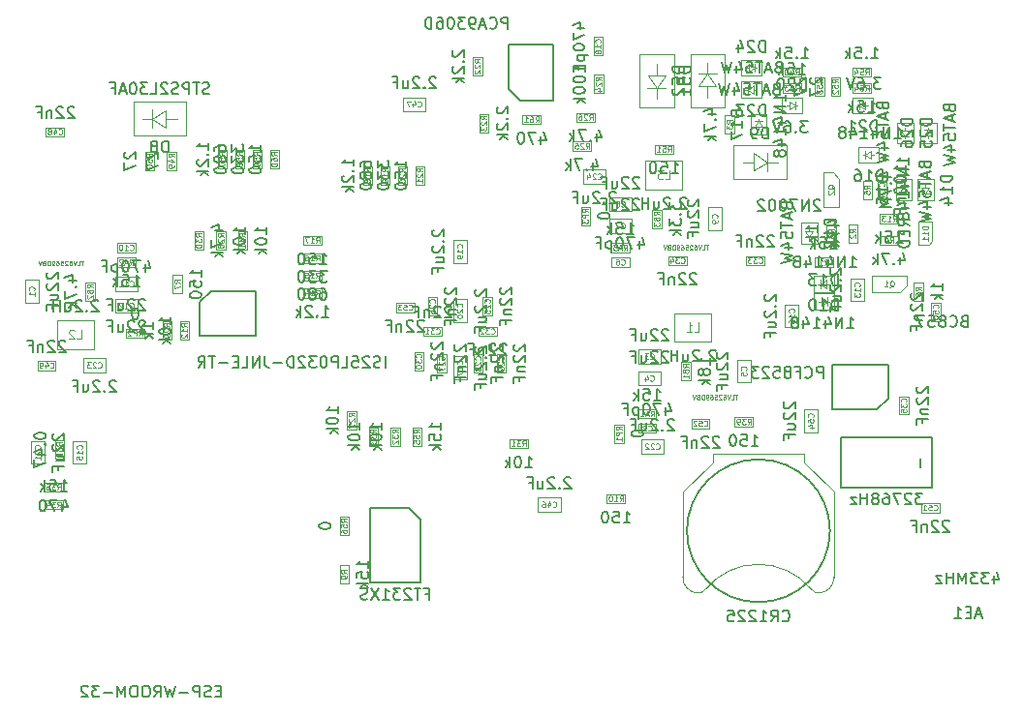
<source format=gbr>
G04 #@! TF.GenerationSoftware,KiCad,Pcbnew,5.0.0-rc2-dev-unknown+dfsg1+20180318-2*
G04 #@! TF.CreationDate,2018-05-21T11:40:26+02:00*
G04 #@! TF.ProjectId,ulx3s,756C7833732E6B696361645F70636200,rev?*
G04 #@! TF.SameCoordinates,Original*
G04 #@! TF.FileFunction,Other,Fab,Bot*
%FSLAX46Y46*%
G04 Gerber Fmt 4.6, Leading zero omitted, Abs format (unit mm)*
G04 Created by KiCad (PCBNEW 5.0.0-rc2-dev-unknown+dfsg1+20180318-2) date Mon May 21 11:40:26 2018*
%MOMM*%
%LPD*%
G01*
G04 APERTURE LIST*
%ADD10C,0.100000*%
%ADD11C,0.150000*%
%ADD12C,0.120000*%
%ADD13C,0.080000*%
%ADD14C,0.075000*%
G04 APERTURE END LIST*
D10*
X154730000Y-76005000D02*
X157930000Y-76005000D01*
X154730000Y-73505000D02*
X154730000Y-76005000D01*
X157930000Y-73505000D02*
X154730000Y-73505000D01*
X157930000Y-76005000D02*
X157930000Y-73505000D01*
X106495000Y-87475000D02*
X103295000Y-87475000D01*
X106495000Y-89975000D02*
X106495000Y-87475000D01*
X103295000Y-89975000D02*
X106495000Y-89975000D01*
X103295000Y-87475000D02*
X103295000Y-89975000D01*
X157270000Y-89340000D02*
X160470000Y-89340000D01*
X157270000Y-86840000D02*
X157270000Y-89340000D01*
X160470000Y-86840000D02*
X157270000Y-86840000D01*
X160470000Y-89340000D02*
X160470000Y-86840000D01*
D11*
X134035000Y-103890000D02*
X130635000Y-103890000D01*
X130635000Y-103890000D02*
X130635000Y-110390000D01*
X130635000Y-110390000D02*
X135035000Y-110390000D01*
X135035000Y-110390000D02*
X135035000Y-104890000D01*
X135035000Y-104890000D02*
X134035000Y-103890000D01*
X170835000Y-105870000D02*
G75*
G03X170835000Y-105870000I-6250000J0D01*
G01*
D10*
X159206987Y-111317558D02*
G75*
G03X159985000Y-110970000I88013J847558D01*
G01*
X169963013Y-111317558D02*
G75*
G02X169185000Y-110970000I-88013J847558D01*
G01*
X159977095Y-110979589D02*
G75*
G02X169185000Y-110970000I4607905J-3790411D01*
G01*
X157985000Y-109920000D02*
G75*
G03X159285000Y-111320000I1350000J-50000D01*
G01*
X171185000Y-109920000D02*
G75*
G02X169885000Y-111320000I-1350000J-50000D01*
G01*
X157985000Y-102470000D02*
X157985000Y-109970000D01*
X171185000Y-102470000D02*
X171185000Y-109970000D01*
X160585000Y-99870000D02*
X157985000Y-102470000D01*
X168585000Y-99870000D02*
X171185000Y-102470000D01*
X160585000Y-99170000D02*
X160585000Y-99870000D01*
X168585000Y-99170000D02*
X168585000Y-99870000D01*
X168585000Y-99170000D02*
X160585000Y-99170000D01*
D11*
X175940000Y-94265000D02*
X175940000Y-91365000D01*
X175940000Y-91365000D02*
X171040000Y-91365000D01*
X171040000Y-91365000D02*
X171040000Y-95265000D01*
X171040000Y-95265000D02*
X174940000Y-95265000D01*
X174940000Y-95265000D02*
X175940000Y-94265000D01*
X115780000Y-85870000D02*
X115780000Y-88770000D01*
X115780000Y-88770000D02*
X120680000Y-88770000D01*
X120680000Y-88770000D02*
X120680000Y-84870000D01*
X120680000Y-84870000D02*
X116780000Y-84870000D01*
X116780000Y-84870000D02*
X115780000Y-85870000D01*
X179776000Y-97722000D02*
X179776000Y-102122000D01*
X171776000Y-97722000D02*
X179776000Y-97722000D01*
X171776000Y-102122000D02*
X171776000Y-97722000D01*
X179776000Y-102122000D02*
X171776000Y-102122000D01*
X178776000Y-99522000D02*
X178776000Y-100322000D01*
D10*
X133501000Y-67950000D02*
X133501000Y-69150000D01*
X133501000Y-69150000D02*
X135501000Y-69150000D01*
X135501000Y-69150000D02*
X135501000Y-67950000D01*
X135501000Y-67950000D02*
X133501000Y-67950000D01*
X101685000Y-83915000D02*
X100485000Y-83915000D01*
X100485000Y-83915000D02*
X100485000Y-85915000D01*
X100485000Y-85915000D02*
X101685000Y-85915000D01*
X101685000Y-85915000D02*
X101685000Y-83915000D01*
X154060000Y-96510000D02*
X154060000Y-97310000D01*
X154060000Y-97310000D02*
X155660000Y-97310000D01*
X155660000Y-97310000D02*
X155660000Y-96510000D01*
X155660000Y-96510000D02*
X154060000Y-96510000D01*
X156060000Y-90030000D02*
X154060000Y-90030000D01*
X156060000Y-91230000D02*
X156060000Y-90030000D01*
X154060000Y-91230000D02*
X156060000Y-91230000D01*
X154060000Y-90030000D02*
X154060000Y-91230000D01*
X154060000Y-91935000D02*
X154060000Y-93135000D01*
X154060000Y-93135000D02*
X156060000Y-93135000D01*
X156060000Y-93135000D02*
X156060000Y-91935000D01*
X156060000Y-91935000D02*
X154060000Y-91935000D01*
X162715000Y-90900000D02*
X162715000Y-92900000D01*
X163915000Y-90900000D02*
X162715000Y-90900000D01*
X163915000Y-92900000D02*
X163915000Y-90900000D01*
X162715000Y-92900000D02*
X163915000Y-92900000D01*
X151720000Y-81975000D02*
X151720000Y-82775000D01*
X151720000Y-82775000D02*
X153320000Y-82775000D01*
X153320000Y-82775000D02*
X153320000Y-81975000D01*
X153320000Y-81975000D02*
X151720000Y-81975000D01*
X153520000Y-78600000D02*
X151520000Y-78600000D01*
X153520000Y-79800000D02*
X153520000Y-78600000D01*
X151520000Y-79800000D02*
X153520000Y-79800000D01*
X151520000Y-78600000D02*
X151520000Y-79800000D01*
X153520000Y-76695000D02*
X151520000Y-76695000D01*
X153520000Y-77895000D02*
X153520000Y-76695000D01*
X151520000Y-77895000D02*
X153520000Y-77895000D01*
X151520000Y-76695000D02*
X151520000Y-77895000D01*
X160175000Y-79565000D02*
X161375000Y-79565000D01*
X161375000Y-79565000D02*
X161375000Y-77565000D01*
X161375000Y-77565000D02*
X160175000Y-77565000D01*
X160175000Y-77565000D02*
X160175000Y-79565000D01*
X108540000Y-81505000D02*
X110140000Y-81505000D01*
X108540000Y-80705000D02*
X108540000Y-81505000D01*
X110140000Y-80705000D02*
X108540000Y-80705000D01*
X110140000Y-81505000D02*
X110140000Y-80705000D01*
X108340000Y-84880000D02*
X110340000Y-84880000D01*
X108340000Y-83680000D02*
X108340000Y-84880000D01*
X110340000Y-83680000D02*
X108340000Y-83680000D01*
X110340000Y-84880000D02*
X110340000Y-83680000D01*
X110340000Y-86785000D02*
X110340000Y-85585000D01*
X110340000Y-85585000D02*
X108340000Y-85585000D01*
X108340000Y-85585000D02*
X108340000Y-86785000D01*
X108340000Y-86785000D02*
X110340000Y-86785000D01*
X172621000Y-83788000D02*
X172621000Y-85788000D01*
X173821000Y-83788000D02*
X172621000Y-83788000D01*
X173821000Y-85788000D02*
X173821000Y-83788000D01*
X172621000Y-85788000D02*
X173821000Y-85788000D01*
X175780000Y-76825000D02*
X175780000Y-75225000D01*
X174980000Y-76825000D02*
X175780000Y-76825000D01*
X174980000Y-75225000D02*
X174980000Y-76825000D01*
X175780000Y-75225000D02*
X174980000Y-75225000D01*
X104676000Y-100012000D02*
X105876000Y-100012000D01*
X105876000Y-100012000D02*
X105876000Y-98012000D01*
X105876000Y-98012000D02*
X104676000Y-98012000D01*
X104676000Y-98012000D02*
X104676000Y-100012000D01*
X166906000Y-88074000D02*
X168106000Y-88074000D01*
X168106000Y-88074000D02*
X168106000Y-86074000D01*
X168106000Y-86074000D02*
X166906000Y-86074000D01*
X166906000Y-86074000D02*
X166906000Y-88074000D01*
X139100000Y-90620000D02*
X137900000Y-90620000D01*
X137900000Y-90620000D02*
X137900000Y-92620000D01*
X137900000Y-92620000D02*
X139100000Y-92620000D01*
X139100000Y-92620000D02*
X139100000Y-90620000D01*
X150189600Y-64284000D02*
X150989600Y-64284000D01*
X150989600Y-64284000D02*
X150989600Y-62684000D01*
X150989600Y-62684000D02*
X150189600Y-62684000D01*
X150189600Y-62684000D02*
X150189600Y-64284000D01*
X137900000Y-82420000D02*
X139100000Y-82420000D01*
X139100000Y-82420000D02*
X139100000Y-80420000D01*
X139100000Y-80420000D02*
X137900000Y-80420000D01*
X137900000Y-80420000D02*
X137900000Y-82420000D01*
X139100000Y-87620000D02*
X139100000Y-85620000D01*
X137900000Y-87620000D02*
X139100000Y-87620000D01*
X137900000Y-85620000D02*
X137900000Y-87620000D01*
X139100000Y-85620000D02*
X137900000Y-85620000D01*
X102193000Y-100012000D02*
X102193000Y-98012000D01*
X100993000Y-100012000D02*
X102193000Y-100012000D01*
X100993000Y-98012000D02*
X100993000Y-100012000D01*
X102193000Y-98012000D02*
X100993000Y-98012000D01*
X154314000Y-97904000D02*
X154314000Y-99104000D01*
X154314000Y-99104000D02*
X156314000Y-99104000D01*
X156314000Y-99104000D02*
X156314000Y-97904000D01*
X156314000Y-97904000D02*
X154314000Y-97904000D01*
X105546000Y-91992000D02*
X107546000Y-91992000D01*
X105546000Y-90792000D02*
X105546000Y-91992000D01*
X107546000Y-90792000D02*
X105546000Y-90792000D01*
X107546000Y-91992000D02*
X107546000Y-90792000D01*
X151234000Y-75482000D02*
X151234000Y-74282000D01*
X151234000Y-74282000D02*
X149234000Y-74282000D01*
X149234000Y-74282000D02*
X149234000Y-75482000D01*
X149234000Y-75482000D02*
X151234000Y-75482000D01*
X141300000Y-87020000D02*
X141300000Y-85420000D01*
X140500000Y-87020000D02*
X141300000Y-87020000D01*
X140500000Y-85420000D02*
X140500000Y-87020000D01*
X141300000Y-85420000D02*
X140500000Y-85420000D01*
X136500000Y-87020000D02*
X136500000Y-85420000D01*
X135700000Y-87020000D02*
X136500000Y-87020000D01*
X135700000Y-85420000D02*
X135700000Y-87020000D01*
X136500000Y-85420000D02*
X135700000Y-85420000D01*
X137300000Y-92020000D02*
X137300000Y-90420000D01*
X136500000Y-92020000D02*
X137300000Y-92020000D01*
X136500000Y-90420000D02*
X136500000Y-92020000D01*
X137300000Y-90420000D02*
X136500000Y-90420000D01*
X140500000Y-90420000D02*
X139700000Y-90420000D01*
X139700000Y-90420000D02*
X139700000Y-92020000D01*
X139700000Y-92020000D02*
X140500000Y-92020000D01*
X140500000Y-92020000D02*
X140500000Y-90420000D01*
X142500000Y-92020000D02*
X142500000Y-90420000D01*
X141700000Y-92020000D02*
X142500000Y-92020000D01*
X141700000Y-90420000D02*
X141700000Y-92020000D01*
X142500000Y-90420000D02*
X141700000Y-90420000D01*
X135300000Y-90220000D02*
X134500000Y-90220000D01*
X134500000Y-90220000D02*
X134500000Y-91820000D01*
X134500000Y-91820000D02*
X135300000Y-91820000D01*
X135300000Y-91820000D02*
X135300000Y-90220000D01*
X135300000Y-88020000D02*
X135300000Y-88820000D01*
X135300000Y-88820000D02*
X136900000Y-88820000D01*
X136900000Y-88820000D02*
X136900000Y-88020000D01*
X136900000Y-88020000D02*
X135300000Y-88020000D01*
X140100000Y-88820000D02*
X141700000Y-88820000D01*
X140100000Y-88020000D02*
X140100000Y-88820000D01*
X141700000Y-88020000D02*
X140100000Y-88020000D01*
X141700000Y-88820000D02*
X141700000Y-88020000D01*
X163500000Y-81820000D02*
X163500000Y-82620000D01*
X163500000Y-82620000D02*
X165100000Y-82620000D01*
X165100000Y-82620000D02*
X165100000Y-81820000D01*
X165100000Y-81820000D02*
X163500000Y-81820000D01*
X158300000Y-82620000D02*
X158300000Y-81820000D01*
X158300000Y-81820000D02*
X156700000Y-81820000D01*
X156700000Y-81820000D02*
X156700000Y-82620000D01*
X156700000Y-82620000D02*
X158300000Y-82620000D01*
X177700000Y-94100000D02*
X176900000Y-94100000D01*
X176900000Y-94100000D02*
X176900000Y-95700000D01*
X176900000Y-95700000D02*
X177700000Y-95700000D01*
X177700000Y-95700000D02*
X177700000Y-94100000D01*
X145297000Y-102984000D02*
X145297000Y-104184000D01*
X145297000Y-104184000D02*
X147297000Y-104184000D01*
X147297000Y-104184000D02*
X147297000Y-102984000D01*
X147297000Y-102984000D02*
X145297000Y-102984000D01*
X103920000Y-70563000D02*
X102320000Y-70563000D01*
X103920000Y-71363000D02*
X103920000Y-70563000D01*
X102320000Y-71363000D02*
X103920000Y-71363000D01*
X102320000Y-70563000D02*
X102320000Y-71363000D01*
X103170000Y-91010000D02*
X101570000Y-91010000D01*
X103170000Y-91810000D02*
X103170000Y-91010000D01*
X101570000Y-91810000D02*
X103170000Y-91810000D01*
X101570000Y-91010000D02*
X101570000Y-91810000D01*
X179694000Y-87511000D02*
X180494000Y-87511000D01*
X180494000Y-87511000D02*
X180494000Y-85911000D01*
X180494000Y-85911000D02*
X179694000Y-85911000D01*
X179694000Y-85911000D02*
X179694000Y-87511000D01*
X180398000Y-104256000D02*
X180398000Y-103456000D01*
X180398000Y-103456000D02*
X178798000Y-103456000D01*
X178798000Y-103456000D02*
X178798000Y-104256000D01*
X178798000Y-104256000D02*
X180398000Y-104256000D01*
X158720000Y-96890000D02*
X160320000Y-96890000D01*
X158720000Y-96090000D02*
X158720000Y-96890000D01*
X160320000Y-96090000D02*
X158720000Y-96090000D01*
X160320000Y-96890000D02*
X160320000Y-96090000D01*
X132902200Y-86730000D02*
X134502200Y-86730000D01*
X132902200Y-85930000D02*
X132902200Y-86730000D01*
X134502200Y-85930000D02*
X132902200Y-85930000D01*
X134502200Y-86730000D02*
X134502200Y-85930000D01*
X168572000Y-95236000D02*
X168572000Y-97236000D01*
X169772000Y-95236000D02*
X168572000Y-95236000D01*
X169772000Y-97236000D02*
X169772000Y-95236000D01*
X168572000Y-97236000D02*
X169772000Y-97236000D01*
X179790000Y-78835000D02*
X179790000Y-80535000D01*
X179790000Y-80535000D02*
X179490000Y-80835000D01*
X179490000Y-80835000D02*
X178590000Y-80835000D01*
X178590000Y-80835000D02*
X178590000Y-78835000D01*
X178590000Y-78835000D02*
X179790000Y-78835000D01*
X170500000Y-84280000D02*
X170750000Y-84280000D01*
X170500000Y-83930000D02*
X170000000Y-84280000D01*
X170500000Y-84630000D02*
X170500000Y-83930000D01*
X170000000Y-84280000D02*
X170500000Y-84630000D01*
X170000000Y-84280000D02*
X169800000Y-84280000D01*
X170000000Y-84630000D02*
X170000000Y-83930000D01*
X169400000Y-83580000D02*
X169400000Y-84980000D01*
X171200000Y-83580000D02*
X169400000Y-83580000D01*
X171200000Y-84980000D02*
X171200000Y-83580000D01*
X169400000Y-84980000D02*
X171200000Y-84980000D01*
X169730000Y-80735000D02*
X169730000Y-78935000D01*
X169730000Y-78935000D02*
X168330000Y-78935000D01*
X168330000Y-78935000D02*
X168330000Y-80735000D01*
X168330000Y-80735000D02*
X169730000Y-80735000D01*
X169380000Y-80135000D02*
X168680000Y-80135000D01*
X169030000Y-80135000D02*
X169030000Y-80335000D01*
X169030000Y-80135000D02*
X169380000Y-79635000D01*
X169380000Y-79635000D02*
X168680000Y-79635000D01*
X168680000Y-79635000D02*
X169030000Y-80135000D01*
X169030000Y-79635000D02*
X169030000Y-79385000D01*
X170100000Y-85804000D02*
X169850000Y-85804000D01*
X170100000Y-86154000D02*
X170600000Y-85804000D01*
X170100000Y-85454000D02*
X170100000Y-86154000D01*
X170600000Y-85804000D02*
X170100000Y-85454000D01*
X170600000Y-85804000D02*
X170800000Y-85804000D01*
X170600000Y-85454000D02*
X170600000Y-86154000D01*
X171200000Y-86504000D02*
X171200000Y-85104000D01*
X169400000Y-86504000D02*
X171200000Y-86504000D01*
X169400000Y-85104000D02*
X169400000Y-86504000D01*
X171200000Y-85104000D02*
X169400000Y-85104000D01*
X179890000Y-76925000D02*
X179890000Y-75125000D01*
X179890000Y-75125000D02*
X178490000Y-75125000D01*
X178490000Y-75125000D02*
X178490000Y-76925000D01*
X178490000Y-76925000D02*
X179890000Y-76925000D01*
X179540000Y-76325000D02*
X178840000Y-76325000D01*
X179190000Y-76325000D02*
X179190000Y-76525000D01*
X179190000Y-76325000D02*
X179540000Y-75825000D01*
X179540000Y-75825000D02*
X178840000Y-75825000D01*
X178840000Y-75825000D02*
X179190000Y-76325000D01*
X179190000Y-75825000D02*
X179190000Y-75575000D01*
X176585000Y-75125000D02*
X176585000Y-76925000D01*
X176585000Y-76925000D02*
X177985000Y-76925000D01*
X177985000Y-76925000D02*
X177985000Y-75125000D01*
X177985000Y-75125000D02*
X176585000Y-75125000D01*
X176935000Y-75725000D02*
X177635000Y-75725000D01*
X177285000Y-75725000D02*
X177285000Y-75525000D01*
X177285000Y-75725000D02*
X176935000Y-76225000D01*
X176935000Y-76225000D02*
X177635000Y-76225000D01*
X177635000Y-76225000D02*
X177285000Y-75725000D01*
X177285000Y-76225000D02*
X177285000Y-76475000D01*
X174437000Y-72977000D02*
X174687000Y-72977000D01*
X174437000Y-72627000D02*
X173937000Y-72977000D01*
X174437000Y-73327000D02*
X174437000Y-72627000D01*
X173937000Y-72977000D02*
X174437000Y-73327000D01*
X173937000Y-72977000D02*
X173737000Y-72977000D01*
X173937000Y-73327000D02*
X173937000Y-72627000D01*
X173337000Y-72277000D02*
X173337000Y-73677000D01*
X175137000Y-72277000D02*
X173337000Y-72277000D01*
X175137000Y-73677000D02*
X175137000Y-72277000D01*
X173337000Y-73677000D02*
X175137000Y-73677000D01*
X164585000Y-70510000D02*
X164585000Y-70760000D01*
X164935000Y-70510000D02*
X164585000Y-70010000D01*
X164235000Y-70510000D02*
X164935000Y-70510000D01*
X164585000Y-70010000D02*
X164235000Y-70510000D01*
X164585000Y-70010000D02*
X164585000Y-69810000D01*
X164235000Y-70010000D02*
X164935000Y-70010000D01*
X165285000Y-69410000D02*
X163885000Y-69410000D01*
X165285000Y-71210000D02*
X165285000Y-69410000D01*
X163885000Y-71210000D02*
X165285000Y-71210000D01*
X163885000Y-69410000D02*
X163885000Y-71210000D01*
X167306000Y-68659000D02*
X167056000Y-68659000D01*
X167306000Y-69009000D02*
X167806000Y-68659000D01*
X167306000Y-68309000D02*
X167306000Y-69009000D01*
X167806000Y-68659000D02*
X167306000Y-68309000D01*
X167806000Y-68659000D02*
X168006000Y-68659000D01*
X167806000Y-68309000D02*
X167806000Y-69009000D01*
X168406000Y-69359000D02*
X168406000Y-67959000D01*
X166606000Y-69359000D02*
X168406000Y-69359000D01*
X166606000Y-67959000D02*
X166606000Y-69359000D01*
X168406000Y-67959000D02*
X166606000Y-67959000D01*
X172829000Y-69359000D02*
X174629000Y-69359000D01*
X174629000Y-69359000D02*
X174629000Y-67959000D01*
X174629000Y-67959000D02*
X172829000Y-67959000D01*
X172829000Y-67959000D02*
X172829000Y-69359000D01*
X173429000Y-69009000D02*
X173429000Y-68309000D01*
X173429000Y-68659000D02*
X173229000Y-68659000D01*
X173429000Y-68659000D02*
X173929000Y-69009000D01*
X173929000Y-69009000D02*
X173929000Y-68309000D01*
X173929000Y-68309000D02*
X173429000Y-68659000D01*
X173929000Y-68659000D02*
X174179000Y-68659000D01*
X163050000Y-67962000D02*
X164850000Y-67962000D01*
X164850000Y-67962000D02*
X164850000Y-66562000D01*
X164850000Y-66562000D02*
X163050000Y-66562000D01*
X163050000Y-66562000D02*
X163050000Y-67962000D01*
X163650000Y-67612000D02*
X163650000Y-66912000D01*
X163650000Y-67262000D02*
X163450000Y-67262000D01*
X163650000Y-67262000D02*
X164150000Y-67612000D01*
X164150000Y-67612000D02*
X164150000Y-66912000D01*
X164150000Y-66912000D02*
X163650000Y-67262000D01*
X164150000Y-67262000D02*
X164400000Y-67262000D01*
X164850000Y-64657000D02*
X163050000Y-64657000D01*
X163050000Y-64657000D02*
X163050000Y-66057000D01*
X163050000Y-66057000D02*
X164850000Y-66057000D01*
X164850000Y-66057000D02*
X164850000Y-64657000D01*
X164250000Y-65007000D02*
X164250000Y-65707000D01*
X164250000Y-65357000D02*
X164450000Y-65357000D01*
X164250000Y-65357000D02*
X163750000Y-65007000D01*
X163750000Y-65007000D02*
X163750000Y-65707000D01*
X163750000Y-65707000D02*
X164250000Y-65357000D01*
X163750000Y-65357000D02*
X163500000Y-65357000D01*
X177412000Y-70872000D02*
X177412000Y-70622000D01*
X177062000Y-70872000D02*
X177412000Y-71372000D01*
X177762000Y-70872000D02*
X177062000Y-70872000D01*
X177412000Y-71372000D02*
X177762000Y-70872000D01*
X177412000Y-71372000D02*
X177412000Y-71572000D01*
X177762000Y-71372000D02*
X177062000Y-71372000D01*
X176712000Y-71972000D02*
X178112000Y-71972000D01*
X176712000Y-70172000D02*
X176712000Y-71972000D01*
X178112000Y-70172000D02*
X176712000Y-70172000D01*
X178112000Y-71972000D02*
X178112000Y-70172000D01*
X179444000Y-71272000D02*
X179444000Y-71522000D01*
X179794000Y-71272000D02*
X179444000Y-70772000D01*
X179094000Y-71272000D02*
X179794000Y-71272000D01*
X179444000Y-70772000D02*
X179094000Y-71272000D01*
X179444000Y-70772000D02*
X179444000Y-70572000D01*
X179094000Y-70772000D02*
X179794000Y-70772000D01*
X180144000Y-70172000D02*
X178744000Y-70172000D01*
X180144000Y-71972000D02*
X180144000Y-70172000D01*
X178744000Y-71972000D02*
X180144000Y-71972000D01*
X178744000Y-70172000D02*
X178744000Y-71972000D01*
X174495000Y-84980000D02*
X174495000Y-83580000D01*
X177535000Y-83580000D02*
X174495000Y-83580000D01*
X176965000Y-84980000D02*
X177535000Y-84430000D01*
X177535000Y-84430000D02*
X177535000Y-83580000D01*
X176965000Y-84980000D02*
X174515000Y-84980000D01*
X171635000Y-75075000D02*
X171635000Y-77525000D01*
X171085000Y-74505000D02*
X170235000Y-74505000D01*
X171635000Y-75075000D02*
X171085000Y-74505000D01*
X170235000Y-74505000D02*
X170235000Y-77545000D01*
X171635000Y-77545000D02*
X170235000Y-77545000D01*
X111611560Y-69800980D02*
X112762180Y-70601080D01*
X111611560Y-69800980D02*
X112762180Y-69051680D01*
X112762180Y-69051680D02*
X112762180Y-70601080D01*
X111611560Y-70601080D02*
X111611560Y-69000880D01*
X112762180Y-69800980D02*
X113760400Y-69800980D01*
X111611560Y-69800980D02*
X110709860Y-69800980D01*
X114561000Y-71302000D02*
X109961000Y-71302000D01*
X114561000Y-71302000D02*
X114561000Y-68302000D01*
X109961000Y-68302000D02*
X109961000Y-71302000D01*
X114561000Y-68302000D02*
X109961000Y-68302000D01*
X162412000Y-75112000D02*
X167012000Y-75112000D01*
X167012000Y-75112000D02*
X167012000Y-72112000D01*
X162412000Y-72112000D02*
X162412000Y-75112000D01*
X162412000Y-72112000D02*
X167012000Y-72112000D01*
X165361440Y-73613020D02*
X166263140Y-73613020D01*
X164210820Y-73613020D02*
X163212600Y-73613020D01*
X165361440Y-72812920D02*
X165361440Y-74413120D01*
X164210820Y-74362320D02*
X164210820Y-72812920D01*
X165361440Y-73613020D02*
X164210820Y-74362320D01*
X165361440Y-73613020D02*
X164210820Y-72812920D01*
X154195000Y-64200000D02*
X154195000Y-68800000D01*
X154195000Y-68800000D02*
X157195000Y-68800000D01*
X157195000Y-64200000D02*
X154195000Y-64200000D01*
X157195000Y-64200000D02*
X157195000Y-68800000D01*
X155693980Y-67149440D02*
X155693980Y-68051140D01*
X155693980Y-65998820D02*
X155693980Y-65000600D01*
X156494080Y-67149440D02*
X154893880Y-67149440D01*
X154944680Y-65998820D02*
X156494080Y-65998820D01*
X155693980Y-67149440D02*
X154944680Y-65998820D01*
X155693980Y-67149440D02*
X156494080Y-65998820D01*
X160141020Y-65850560D02*
X159340920Y-67001180D01*
X160141020Y-65850560D02*
X160890320Y-67001180D01*
X160890320Y-67001180D02*
X159340920Y-67001180D01*
X159340920Y-65850560D02*
X160941120Y-65850560D01*
X160141020Y-67001180D02*
X160141020Y-67999400D01*
X160141020Y-65850560D02*
X160141020Y-64948860D01*
X158640000Y-68800000D02*
X158640000Y-64200000D01*
X158640000Y-68800000D02*
X161640000Y-68800000D01*
X161640000Y-64200000D02*
X158640000Y-64200000D01*
X161640000Y-68800000D02*
X161640000Y-64200000D01*
X112877000Y-74285000D02*
X113677000Y-74285000D01*
X113677000Y-74285000D02*
X113677000Y-72685000D01*
X113677000Y-72685000D02*
X112877000Y-72685000D01*
X112877000Y-72685000D02*
X112877000Y-74285000D01*
X110972000Y-72685000D02*
X110972000Y-74285000D01*
X111772000Y-72685000D02*
X110972000Y-72685000D01*
X111772000Y-74285000D02*
X111772000Y-72685000D01*
X110972000Y-74285000D02*
X111772000Y-74285000D01*
X155530000Y-72887000D02*
X157130000Y-72887000D01*
X155530000Y-72087000D02*
X155530000Y-72887000D01*
X157130000Y-72087000D02*
X155530000Y-72087000D01*
X157130000Y-72887000D02*
X157130000Y-72087000D01*
X170916000Y-66165000D02*
X170916000Y-67765000D01*
X171716000Y-66165000D02*
X170916000Y-66165000D01*
X171716000Y-67765000D02*
X171716000Y-66165000D01*
X170916000Y-67765000D02*
X171716000Y-67765000D01*
X169519000Y-67765000D02*
X170319000Y-67765000D01*
X170319000Y-67765000D02*
X170319000Y-66165000D01*
X170319000Y-66165000D02*
X169519000Y-66165000D01*
X169519000Y-66165000D02*
X169519000Y-67765000D01*
X174402000Y-65338000D02*
X172802000Y-65338000D01*
X174402000Y-66138000D02*
X174402000Y-65338000D01*
X172802000Y-66138000D02*
X174402000Y-66138000D01*
X172802000Y-65338000D02*
X172802000Y-66138000D01*
X127990000Y-106246000D02*
X128790000Y-106246000D01*
X128790000Y-106246000D02*
X128790000Y-104646000D01*
X128790000Y-104646000D02*
X127990000Y-104646000D01*
X127990000Y-104646000D02*
X127990000Y-106246000D01*
X117322000Y-72558000D02*
X117322000Y-74158000D01*
X118122000Y-72558000D02*
X117322000Y-72558000D01*
X118122000Y-74158000D02*
X118122000Y-72558000D01*
X117322000Y-74158000D02*
X118122000Y-74158000D01*
X118846000Y-74158000D02*
X119646000Y-74158000D01*
X119646000Y-74158000D02*
X119646000Y-72558000D01*
X119646000Y-72558000D02*
X118846000Y-72558000D01*
X118846000Y-72558000D02*
X118846000Y-74158000D01*
X120370000Y-72558000D02*
X120370000Y-74158000D01*
X121170000Y-72558000D02*
X120370000Y-72558000D01*
X121170000Y-74158000D02*
X121170000Y-72558000D01*
X120370000Y-74158000D02*
X121170000Y-74158000D01*
X121894000Y-74158000D02*
X122694000Y-74158000D01*
X122694000Y-74158000D02*
X122694000Y-72558000D01*
X122694000Y-72558000D02*
X121894000Y-72558000D01*
X121894000Y-72558000D02*
X121894000Y-74158000D01*
X145580000Y-70300000D02*
X145580000Y-69500000D01*
X145580000Y-69500000D02*
X143980000Y-69500000D01*
X143980000Y-69500000D02*
X143980000Y-70300000D01*
X143980000Y-70300000D02*
X145580000Y-70300000D01*
X152793000Y-96561000D02*
X151993000Y-96561000D01*
X151993000Y-96561000D02*
X151993000Y-98161000D01*
X151993000Y-98161000D02*
X152793000Y-98161000D01*
X152793000Y-98161000D02*
X152793000Y-96561000D01*
X110902000Y-88198000D02*
X109302000Y-88198000D01*
X110902000Y-88998000D02*
X110902000Y-88198000D01*
X109302000Y-88998000D02*
X110902000Y-88998000D01*
X109302000Y-88198000D02*
X109302000Y-88998000D01*
X149872000Y-77511000D02*
X149072000Y-77511000D01*
X149072000Y-77511000D02*
X149072000Y-79111000D01*
X149072000Y-79111000D02*
X149872000Y-79111000D01*
X149872000Y-79111000D02*
X149872000Y-77511000D01*
X166706000Y-65338000D02*
X166706000Y-66138000D01*
X166706000Y-66138000D02*
X168306000Y-66138000D01*
X168306000Y-66138000D02*
X168306000Y-65338000D01*
X168306000Y-65338000D02*
X166706000Y-65338000D01*
X124796000Y-85460000D02*
X126396000Y-85460000D01*
X124796000Y-84660000D02*
X124796000Y-85460000D01*
X126396000Y-84660000D02*
X124796000Y-84660000D01*
X126396000Y-85460000D02*
X126396000Y-84660000D01*
X126396000Y-83936000D02*
X126396000Y-83136000D01*
X126396000Y-83136000D02*
X124796000Y-83136000D01*
X124796000Y-83136000D02*
X124796000Y-83936000D01*
X124796000Y-83936000D02*
X126396000Y-83936000D01*
X126396000Y-82412000D02*
X126396000Y-81612000D01*
X126396000Y-81612000D02*
X124796000Y-81612000D01*
X124796000Y-81612000D02*
X124796000Y-82412000D01*
X124796000Y-82412000D02*
X126396000Y-82412000D01*
X124796000Y-80870000D02*
X126396000Y-80870000D01*
X124796000Y-80070000D02*
X124796000Y-80870000D01*
X126396000Y-80070000D02*
X124796000Y-80070000D01*
X126396000Y-80870000D02*
X126396000Y-80070000D01*
X130022000Y-73973000D02*
X130022000Y-75573000D01*
X130822000Y-73973000D02*
X130022000Y-73973000D01*
X130822000Y-75573000D02*
X130822000Y-73973000D01*
X130022000Y-75573000D02*
X130822000Y-75573000D01*
X131561000Y-75573000D02*
X132361000Y-75573000D01*
X132361000Y-75573000D02*
X132361000Y-73973000D01*
X132361000Y-73973000D02*
X131561000Y-73973000D01*
X131561000Y-73973000D02*
X131561000Y-75573000D01*
X133085000Y-73973000D02*
X133085000Y-75573000D01*
X133885000Y-73973000D02*
X133085000Y-73973000D01*
X133885000Y-75573000D02*
X133885000Y-73973000D01*
X133085000Y-75573000D02*
X133885000Y-75573000D01*
X134609000Y-75573000D02*
X135409000Y-75573000D01*
X135409000Y-75573000D02*
X135409000Y-73973000D01*
X135409000Y-73973000D02*
X134609000Y-73973000D01*
X134609000Y-73973000D02*
X134609000Y-75573000D01*
X114185000Y-83480000D02*
X113385000Y-83480000D01*
X113385000Y-83480000D02*
X113385000Y-85080000D01*
X113385000Y-85080000D02*
X114185000Y-85080000D01*
X114185000Y-85080000D02*
X114185000Y-83480000D01*
X151339000Y-103476000D02*
X152939000Y-103476000D01*
X151339000Y-102676000D02*
X151339000Y-103476000D01*
X152939000Y-102676000D02*
X151339000Y-102676000D01*
X152939000Y-103476000D02*
X152939000Y-102676000D01*
X164115000Y-96745000D02*
X164115000Y-95945000D01*
X164115000Y-95945000D02*
X162515000Y-95945000D01*
X162515000Y-95945000D02*
X162515000Y-96745000D01*
X162515000Y-96745000D02*
X164115000Y-96745000D01*
X178955000Y-85715000D02*
X178955000Y-84115000D01*
X178155000Y-85715000D02*
X178955000Y-85715000D01*
X178155000Y-84115000D02*
X178155000Y-85715000D01*
X178955000Y-84115000D02*
X178155000Y-84115000D01*
X112496000Y-89144000D02*
X113296000Y-89144000D01*
X113296000Y-89144000D02*
X113296000Y-87544000D01*
X113296000Y-87544000D02*
X112496000Y-87544000D01*
X112496000Y-87544000D02*
X112496000Y-89144000D01*
X170535000Y-80635000D02*
X171335000Y-80635000D01*
X171335000Y-80635000D02*
X171335000Y-79035000D01*
X171335000Y-79035000D02*
X170535000Y-79035000D01*
X170535000Y-79035000D02*
X170535000Y-80635000D01*
X103790000Y-102460000D02*
X103790000Y-101660000D01*
X103790000Y-101660000D02*
X102190000Y-101660000D01*
X102190000Y-101660000D02*
X102190000Y-102460000D01*
X102190000Y-102460000D02*
X103790000Y-102460000D01*
X114020000Y-89144000D02*
X114820000Y-89144000D01*
X114820000Y-89144000D02*
X114820000Y-87544000D01*
X114820000Y-87544000D02*
X114020000Y-87544000D01*
X114020000Y-87544000D02*
X114020000Y-89144000D01*
X171100000Y-81975000D02*
X169500000Y-81975000D01*
X171100000Y-82775000D02*
X171100000Y-81975000D01*
X169500000Y-82775000D02*
X171100000Y-82775000D01*
X169500000Y-81975000D02*
X169500000Y-82775000D01*
X172440000Y-80635000D02*
X173240000Y-80635000D01*
X173240000Y-80635000D02*
X173240000Y-79035000D01*
X173240000Y-79035000D02*
X172440000Y-79035000D01*
X172440000Y-79035000D02*
X172440000Y-80635000D01*
X161645000Y-69510000D02*
X161645000Y-71110000D01*
X162445000Y-69510000D02*
X161645000Y-69510000D01*
X162445000Y-71110000D02*
X162445000Y-69510000D01*
X161645000Y-71110000D02*
X162445000Y-71110000D01*
X175215000Y-80870000D02*
X176815000Y-80870000D01*
X175215000Y-80070000D02*
X175215000Y-80870000D01*
X176815000Y-80070000D02*
X175215000Y-80070000D01*
X176815000Y-80870000D02*
X176815000Y-80070000D01*
X174510000Y-75225000D02*
X173710000Y-75225000D01*
X173710000Y-75225000D02*
X173710000Y-76825000D01*
X173710000Y-76825000D02*
X174510000Y-76825000D01*
X174510000Y-76825000D02*
X174510000Y-75225000D01*
X128790000Y-110480000D02*
X128790000Y-108880000D01*
X127990000Y-110480000D02*
X128790000Y-110480000D01*
X127990000Y-108880000D02*
X127990000Y-110480000D01*
X128790000Y-108880000D02*
X127990000Y-108880000D01*
X119900000Y-79670000D02*
X119100000Y-79670000D01*
X119100000Y-79670000D02*
X119100000Y-81270000D01*
X119100000Y-81270000D02*
X119900000Y-81270000D01*
X119900000Y-81270000D02*
X119900000Y-79670000D01*
X176815000Y-78965000D02*
X176815000Y-78165000D01*
X176815000Y-78165000D02*
X175215000Y-78165000D01*
X175215000Y-78165000D02*
X175215000Y-78965000D01*
X175215000Y-78965000D02*
X176815000Y-78965000D01*
X139625500Y-66030000D02*
X140425500Y-66030000D01*
X140425500Y-66030000D02*
X140425500Y-64430000D01*
X140425500Y-64430000D02*
X139625500Y-64430000D01*
X139625500Y-64430000D02*
X139625500Y-66030000D01*
X140997000Y-71001000D02*
X140997000Y-69401000D01*
X140197000Y-71001000D02*
X140997000Y-71001000D01*
X140197000Y-69401000D02*
X140197000Y-71001000D01*
X140997000Y-69401000D02*
X140197000Y-69401000D01*
X150215000Y-65972000D02*
X150215000Y-67572000D01*
X151015000Y-65972000D02*
X150215000Y-65972000D01*
X151015000Y-67572000D02*
X151015000Y-65972000D01*
X150215000Y-67572000D02*
X151015000Y-67572000D01*
X149975000Y-72615000D02*
X149975000Y-71815000D01*
X149975000Y-71815000D02*
X148375000Y-71815000D01*
X148375000Y-71815000D02*
X148375000Y-72615000D01*
X148375000Y-72615000D02*
X149975000Y-72615000D01*
X150287000Y-70093000D02*
X150287000Y-69293000D01*
X150287000Y-69293000D02*
X148687000Y-69293000D01*
X148687000Y-69293000D02*
X148687000Y-70093000D01*
X148687000Y-70093000D02*
X150287000Y-70093000D01*
X128625000Y-95375000D02*
X128625000Y-96975000D01*
X129425000Y-95375000D02*
X128625000Y-95375000D01*
X129425000Y-96975000D02*
X129425000Y-95375000D01*
X128625000Y-96975000D02*
X129425000Y-96975000D01*
X117995000Y-79670000D02*
X117195000Y-79670000D01*
X117195000Y-79670000D02*
X117195000Y-81270000D01*
X117195000Y-81270000D02*
X117995000Y-81270000D01*
X117995000Y-81270000D02*
X117995000Y-79670000D01*
X116090000Y-81270000D02*
X116090000Y-79670000D01*
X115290000Y-81270000D02*
X116090000Y-81270000D01*
X115290000Y-79670000D02*
X115290000Y-81270000D01*
X116090000Y-79670000D02*
X115290000Y-79670000D01*
X142830000Y-98650000D02*
X144430000Y-98650000D01*
X142830000Y-97850000D02*
X142830000Y-98650000D01*
X144430000Y-97850000D02*
X142830000Y-97850000D01*
X144430000Y-98650000D02*
X144430000Y-97850000D01*
X132435000Y-98415000D02*
X133235000Y-98415000D01*
X133235000Y-98415000D02*
X133235000Y-96815000D01*
X133235000Y-96815000D02*
X132435000Y-96815000D01*
X132435000Y-96815000D02*
X132435000Y-98415000D01*
X130530000Y-96815000D02*
X130530000Y-98415000D01*
X131330000Y-96815000D02*
X130530000Y-96815000D01*
X131330000Y-98415000D02*
X131330000Y-96815000D01*
X130530000Y-98415000D02*
X131330000Y-98415000D01*
X103790000Y-103200000D02*
X102190000Y-103200000D01*
X103790000Y-104000000D02*
X103790000Y-103200000D01*
X102190000Y-104000000D02*
X103790000Y-104000000D01*
X102190000Y-103200000D02*
X102190000Y-104000000D01*
X103098000Y-99558000D02*
X103898000Y-99558000D01*
X103898000Y-99558000D02*
X103898000Y-97958000D01*
X103898000Y-97958000D02*
X103098000Y-97958000D01*
X103098000Y-97958000D02*
X103098000Y-99558000D01*
X135140000Y-96815000D02*
X134340000Y-96815000D01*
X134340000Y-96815000D02*
X134340000Y-98415000D01*
X134340000Y-98415000D02*
X135140000Y-98415000D01*
X135140000Y-98415000D02*
X135140000Y-96815000D01*
X166706000Y-66735000D02*
X166706000Y-67535000D01*
X166706000Y-67535000D02*
X168306000Y-67535000D01*
X168306000Y-67535000D02*
X168306000Y-66735000D01*
X168306000Y-66735000D02*
X166706000Y-66735000D01*
X172800000Y-67520000D02*
X174400000Y-67520000D01*
X172800000Y-66720000D02*
X172800000Y-67520000D01*
X174400000Y-66720000D02*
X172800000Y-66720000D01*
X174400000Y-67520000D02*
X174400000Y-66720000D01*
X155660000Y-95240000D02*
X154060000Y-95240000D01*
X155660000Y-96040000D02*
X155660000Y-95240000D01*
X154060000Y-96040000D02*
X155660000Y-96040000D01*
X154060000Y-95240000D02*
X154060000Y-96040000D01*
X108540000Y-82775000D02*
X110140000Y-82775000D01*
X108540000Y-81975000D02*
X108540000Y-82775000D01*
X110140000Y-81975000D02*
X108540000Y-81975000D01*
X110140000Y-82775000D02*
X110140000Y-81975000D01*
X153320000Y-80705000D02*
X151720000Y-80705000D01*
X153320000Y-81505000D02*
X153320000Y-80705000D01*
X151720000Y-81505000D02*
X153320000Y-81505000D01*
X151720000Y-80705000D02*
X151720000Y-81505000D01*
X158635000Y-91100000D02*
X157835000Y-91100000D01*
X157835000Y-91100000D02*
X157835000Y-92700000D01*
X157835000Y-92700000D02*
X158635000Y-92700000D01*
X158635000Y-92700000D02*
X158635000Y-91100000D01*
X105765000Y-85715000D02*
X106565000Y-85715000D01*
X106565000Y-85715000D02*
X106565000Y-84115000D01*
X106565000Y-84115000D02*
X105765000Y-84115000D01*
X105765000Y-84115000D02*
X105765000Y-85715000D01*
X156095000Y-77765000D02*
X155295000Y-77765000D01*
X155295000Y-77765000D02*
X155295000Y-79365000D01*
X155295000Y-79365000D02*
X156095000Y-79365000D01*
X156095000Y-79365000D02*
X156095000Y-77765000D01*
D11*
X143730000Y-68251500D02*
X146630000Y-68251500D01*
X146630000Y-68251500D02*
X146630000Y-63351500D01*
X146630000Y-63351500D02*
X142730000Y-63351500D01*
X142730000Y-63351500D02*
X142730000Y-67251500D01*
X142730000Y-67251500D02*
X143730000Y-68251500D01*
X158306190Y-76802619D02*
X158258571Y-76755000D01*
X158163333Y-76707380D01*
X157925238Y-76707380D01*
X157830000Y-76755000D01*
X157782380Y-76802619D01*
X157734761Y-76897857D01*
X157734761Y-76993095D01*
X157782380Y-77135952D01*
X158353809Y-77707380D01*
X157734761Y-77707380D01*
X157306190Y-77612142D02*
X157258571Y-77659761D01*
X157306190Y-77707380D01*
X157353809Y-77659761D01*
X157306190Y-77612142D01*
X157306190Y-77707380D01*
X156877619Y-76802619D02*
X156830000Y-76755000D01*
X156734761Y-76707380D01*
X156496666Y-76707380D01*
X156401428Y-76755000D01*
X156353809Y-76802619D01*
X156306190Y-76897857D01*
X156306190Y-76993095D01*
X156353809Y-77135952D01*
X156925238Y-77707380D01*
X156306190Y-77707380D01*
X155449047Y-77040714D02*
X155449047Y-77707380D01*
X155877619Y-77040714D02*
X155877619Y-77564523D01*
X155830000Y-77659761D01*
X155734761Y-77707380D01*
X155591904Y-77707380D01*
X155496666Y-77659761D01*
X155449047Y-77612142D01*
X154972857Y-77707380D02*
X154972857Y-76707380D01*
X154972857Y-77183571D02*
X154401428Y-77183571D01*
X154401428Y-77707380D02*
X154401428Y-76707380D01*
D12*
X156463333Y-75116904D02*
X156844285Y-75116904D01*
X156844285Y-74316904D01*
X156272857Y-74316904D02*
X155777619Y-74316904D01*
X156044285Y-74621666D01*
X155930000Y-74621666D01*
X155853809Y-74659761D01*
X155815714Y-74697857D01*
X155777619Y-74774047D01*
X155777619Y-74964523D01*
X155815714Y-75040714D01*
X155853809Y-75078809D01*
X155930000Y-75116904D01*
X156158571Y-75116904D01*
X156234761Y-75078809D01*
X156272857Y-75040714D01*
D11*
X106871190Y-85772619D02*
X106823571Y-85725000D01*
X106728333Y-85677380D01*
X106490238Y-85677380D01*
X106395000Y-85725000D01*
X106347380Y-85772619D01*
X106299761Y-85867857D01*
X106299761Y-85963095D01*
X106347380Y-86105952D01*
X106918809Y-86677380D01*
X106299761Y-86677380D01*
X105871190Y-86582142D02*
X105823571Y-86629761D01*
X105871190Y-86677380D01*
X105918809Y-86629761D01*
X105871190Y-86582142D01*
X105871190Y-86677380D01*
X105442619Y-85772619D02*
X105395000Y-85725000D01*
X105299761Y-85677380D01*
X105061666Y-85677380D01*
X104966428Y-85725000D01*
X104918809Y-85772619D01*
X104871190Y-85867857D01*
X104871190Y-85963095D01*
X104918809Y-86105952D01*
X105490238Y-86677380D01*
X104871190Y-86677380D01*
X104014047Y-86010714D02*
X104014047Y-86677380D01*
X104442619Y-86010714D02*
X104442619Y-86534523D01*
X104395000Y-86629761D01*
X104299761Y-86677380D01*
X104156904Y-86677380D01*
X104061666Y-86629761D01*
X104014047Y-86582142D01*
X103537857Y-86677380D02*
X103537857Y-85677380D01*
X103537857Y-86153571D02*
X102966428Y-86153571D01*
X102966428Y-86677380D02*
X102966428Y-85677380D01*
D12*
X105028333Y-89086904D02*
X105409285Y-89086904D01*
X105409285Y-88286904D01*
X104799761Y-88363095D02*
X104761666Y-88325000D01*
X104685476Y-88286904D01*
X104495000Y-88286904D01*
X104418809Y-88325000D01*
X104380714Y-88363095D01*
X104342619Y-88439285D01*
X104342619Y-88515476D01*
X104380714Y-88629761D01*
X104837857Y-89086904D01*
X104342619Y-89086904D01*
D11*
X160846190Y-90137619D02*
X160798571Y-90090000D01*
X160703333Y-90042380D01*
X160465238Y-90042380D01*
X160370000Y-90090000D01*
X160322380Y-90137619D01*
X160274761Y-90232857D01*
X160274761Y-90328095D01*
X160322380Y-90470952D01*
X160893809Y-91042380D01*
X160274761Y-91042380D01*
X159846190Y-90947142D02*
X159798571Y-90994761D01*
X159846190Y-91042380D01*
X159893809Y-90994761D01*
X159846190Y-90947142D01*
X159846190Y-91042380D01*
X159417619Y-90137619D02*
X159370000Y-90090000D01*
X159274761Y-90042380D01*
X159036666Y-90042380D01*
X158941428Y-90090000D01*
X158893809Y-90137619D01*
X158846190Y-90232857D01*
X158846190Y-90328095D01*
X158893809Y-90470952D01*
X159465238Y-91042380D01*
X158846190Y-91042380D01*
X157989047Y-90375714D02*
X157989047Y-91042380D01*
X158417619Y-90375714D02*
X158417619Y-90899523D01*
X158370000Y-90994761D01*
X158274761Y-91042380D01*
X158131904Y-91042380D01*
X158036666Y-90994761D01*
X157989047Y-90947142D01*
X157512857Y-91042380D02*
X157512857Y-90042380D01*
X157512857Y-90518571D02*
X156941428Y-90518571D01*
X156941428Y-91042380D02*
X156941428Y-90042380D01*
D12*
X159003333Y-88451904D02*
X159384285Y-88451904D01*
X159384285Y-87651904D01*
X158317619Y-88451904D02*
X158774761Y-88451904D01*
X158546190Y-88451904D02*
X158546190Y-87651904D01*
X158622380Y-87766190D01*
X158698571Y-87842380D01*
X158774761Y-87880476D01*
D10*
X162746428Y-93966952D02*
X162517857Y-93966952D01*
X162632142Y-94366952D02*
X162632142Y-93966952D01*
X162194047Y-94366952D02*
X162384523Y-94366952D01*
X162384523Y-93966952D01*
X162117857Y-93966952D02*
X161984523Y-94366952D01*
X161851190Y-93966952D01*
X161546428Y-93966952D02*
X161622619Y-93966952D01*
X161660714Y-93986000D01*
X161679761Y-94005047D01*
X161717857Y-94062190D01*
X161736904Y-94138380D01*
X161736904Y-94290761D01*
X161717857Y-94328857D01*
X161698809Y-94347904D01*
X161660714Y-94366952D01*
X161584523Y-94366952D01*
X161546428Y-94347904D01*
X161527380Y-94328857D01*
X161508333Y-94290761D01*
X161508333Y-94195523D01*
X161527380Y-94157428D01*
X161546428Y-94138380D01*
X161584523Y-94119333D01*
X161660714Y-94119333D01*
X161698809Y-94138380D01*
X161717857Y-94157428D01*
X161736904Y-94195523D01*
X161355952Y-94005047D02*
X161336904Y-93986000D01*
X161298809Y-93966952D01*
X161203571Y-93966952D01*
X161165476Y-93986000D01*
X161146428Y-94005047D01*
X161127380Y-94043142D01*
X161127380Y-94081238D01*
X161146428Y-94138380D01*
X161375000Y-94366952D01*
X161127380Y-94366952D01*
X160765476Y-93966952D02*
X160955952Y-93966952D01*
X160975000Y-94157428D01*
X160955952Y-94138380D01*
X160917857Y-94119333D01*
X160822619Y-94119333D01*
X160784523Y-94138380D01*
X160765476Y-94157428D01*
X160746428Y-94195523D01*
X160746428Y-94290761D01*
X160765476Y-94328857D01*
X160784523Y-94347904D01*
X160822619Y-94366952D01*
X160917857Y-94366952D01*
X160955952Y-94347904D01*
X160975000Y-94328857D01*
X160403571Y-93966952D02*
X160479761Y-93966952D01*
X160517857Y-93986000D01*
X160536904Y-94005047D01*
X160575000Y-94062190D01*
X160594047Y-94138380D01*
X160594047Y-94290761D01*
X160575000Y-94328857D01*
X160555952Y-94347904D01*
X160517857Y-94366952D01*
X160441666Y-94366952D01*
X160403571Y-94347904D01*
X160384523Y-94328857D01*
X160365476Y-94290761D01*
X160365476Y-94195523D01*
X160384523Y-94157428D01*
X160403571Y-94138380D01*
X160441666Y-94119333D01*
X160517857Y-94119333D01*
X160555952Y-94138380D01*
X160575000Y-94157428D01*
X160594047Y-94195523D01*
X160175000Y-94366952D02*
X160098809Y-94366952D01*
X160060714Y-94347904D01*
X160041666Y-94328857D01*
X160003571Y-94271714D01*
X159984523Y-94195523D01*
X159984523Y-94043142D01*
X160003571Y-94005047D01*
X160022619Y-93986000D01*
X160060714Y-93966952D01*
X160136904Y-93966952D01*
X160175000Y-93986000D01*
X160194047Y-94005047D01*
X160213095Y-94043142D01*
X160213095Y-94138380D01*
X160194047Y-94176476D01*
X160175000Y-94195523D01*
X160136904Y-94214571D01*
X160060714Y-94214571D01*
X160022619Y-94195523D01*
X160003571Y-94176476D01*
X159984523Y-94138380D01*
X159813095Y-94366952D02*
X159813095Y-93966952D01*
X159717857Y-93966952D01*
X159660714Y-93986000D01*
X159622619Y-94024095D01*
X159603571Y-94062190D01*
X159584523Y-94138380D01*
X159584523Y-94195523D01*
X159603571Y-94271714D01*
X159622619Y-94309809D01*
X159660714Y-94347904D01*
X159717857Y-94366952D01*
X159813095Y-94366952D01*
X159279761Y-94157428D02*
X159222619Y-94176476D01*
X159203571Y-94195523D01*
X159184523Y-94233619D01*
X159184523Y-94290761D01*
X159203571Y-94328857D01*
X159222619Y-94347904D01*
X159260714Y-94366952D01*
X159413095Y-94366952D01*
X159413095Y-93966952D01*
X159279761Y-93966952D01*
X159241666Y-93986000D01*
X159222619Y-94005047D01*
X159203571Y-94043142D01*
X159203571Y-94081238D01*
X159222619Y-94119333D01*
X159241666Y-94138380D01*
X159279761Y-94157428D01*
X159413095Y-94157428D01*
X159070238Y-93966952D02*
X158936904Y-94366952D01*
X158803571Y-93966952D01*
X105596428Y-82252952D02*
X105367857Y-82252952D01*
X105482142Y-82652952D02*
X105482142Y-82252952D01*
X105044047Y-82652952D02*
X105234523Y-82652952D01*
X105234523Y-82252952D01*
X104967857Y-82252952D02*
X104834523Y-82652952D01*
X104701190Y-82252952D01*
X104396428Y-82252952D02*
X104472619Y-82252952D01*
X104510714Y-82272000D01*
X104529761Y-82291047D01*
X104567857Y-82348190D01*
X104586904Y-82424380D01*
X104586904Y-82576761D01*
X104567857Y-82614857D01*
X104548809Y-82633904D01*
X104510714Y-82652952D01*
X104434523Y-82652952D01*
X104396428Y-82633904D01*
X104377380Y-82614857D01*
X104358333Y-82576761D01*
X104358333Y-82481523D01*
X104377380Y-82443428D01*
X104396428Y-82424380D01*
X104434523Y-82405333D01*
X104510714Y-82405333D01*
X104548809Y-82424380D01*
X104567857Y-82443428D01*
X104586904Y-82481523D01*
X104205952Y-82291047D02*
X104186904Y-82272000D01*
X104148809Y-82252952D01*
X104053571Y-82252952D01*
X104015476Y-82272000D01*
X103996428Y-82291047D01*
X103977380Y-82329142D01*
X103977380Y-82367238D01*
X103996428Y-82424380D01*
X104225000Y-82652952D01*
X103977380Y-82652952D01*
X103615476Y-82252952D02*
X103805952Y-82252952D01*
X103825000Y-82443428D01*
X103805952Y-82424380D01*
X103767857Y-82405333D01*
X103672619Y-82405333D01*
X103634523Y-82424380D01*
X103615476Y-82443428D01*
X103596428Y-82481523D01*
X103596428Y-82576761D01*
X103615476Y-82614857D01*
X103634523Y-82633904D01*
X103672619Y-82652952D01*
X103767857Y-82652952D01*
X103805952Y-82633904D01*
X103825000Y-82614857D01*
X103253571Y-82252952D02*
X103329761Y-82252952D01*
X103367857Y-82272000D01*
X103386904Y-82291047D01*
X103425000Y-82348190D01*
X103444047Y-82424380D01*
X103444047Y-82576761D01*
X103425000Y-82614857D01*
X103405952Y-82633904D01*
X103367857Y-82652952D01*
X103291666Y-82652952D01*
X103253571Y-82633904D01*
X103234523Y-82614857D01*
X103215476Y-82576761D01*
X103215476Y-82481523D01*
X103234523Y-82443428D01*
X103253571Y-82424380D01*
X103291666Y-82405333D01*
X103367857Y-82405333D01*
X103405952Y-82424380D01*
X103425000Y-82443428D01*
X103444047Y-82481523D01*
X103025000Y-82652952D02*
X102948809Y-82652952D01*
X102910714Y-82633904D01*
X102891666Y-82614857D01*
X102853571Y-82557714D01*
X102834523Y-82481523D01*
X102834523Y-82329142D01*
X102853571Y-82291047D01*
X102872619Y-82272000D01*
X102910714Y-82252952D01*
X102986904Y-82252952D01*
X103025000Y-82272000D01*
X103044047Y-82291047D01*
X103063095Y-82329142D01*
X103063095Y-82424380D01*
X103044047Y-82462476D01*
X103025000Y-82481523D01*
X102986904Y-82500571D01*
X102910714Y-82500571D01*
X102872619Y-82481523D01*
X102853571Y-82462476D01*
X102834523Y-82424380D01*
X102663095Y-82652952D02*
X102663095Y-82252952D01*
X102567857Y-82252952D01*
X102510714Y-82272000D01*
X102472619Y-82310095D01*
X102453571Y-82348190D01*
X102434523Y-82424380D01*
X102434523Y-82481523D01*
X102453571Y-82557714D01*
X102472619Y-82595809D01*
X102510714Y-82633904D01*
X102567857Y-82652952D01*
X102663095Y-82652952D01*
X102129761Y-82443428D02*
X102072619Y-82462476D01*
X102053571Y-82481523D01*
X102034523Y-82519619D01*
X102034523Y-82576761D01*
X102053571Y-82614857D01*
X102072619Y-82633904D01*
X102110714Y-82652952D01*
X102263095Y-82652952D01*
X102263095Y-82252952D01*
X102129761Y-82252952D01*
X102091666Y-82272000D01*
X102072619Y-82291047D01*
X102053571Y-82329142D01*
X102053571Y-82367238D01*
X102072619Y-82405333D01*
X102091666Y-82424380D01*
X102129761Y-82443428D01*
X102263095Y-82443428D01*
X101920238Y-82252952D02*
X101786904Y-82652952D01*
X101653571Y-82252952D01*
X160206428Y-80885952D02*
X159977857Y-80885952D01*
X160092142Y-81285952D02*
X160092142Y-80885952D01*
X159654047Y-81285952D02*
X159844523Y-81285952D01*
X159844523Y-80885952D01*
X159577857Y-80885952D02*
X159444523Y-81285952D01*
X159311190Y-80885952D01*
X159006428Y-80885952D02*
X159082619Y-80885952D01*
X159120714Y-80905000D01*
X159139761Y-80924047D01*
X159177857Y-80981190D01*
X159196904Y-81057380D01*
X159196904Y-81209761D01*
X159177857Y-81247857D01*
X159158809Y-81266904D01*
X159120714Y-81285952D01*
X159044523Y-81285952D01*
X159006428Y-81266904D01*
X158987380Y-81247857D01*
X158968333Y-81209761D01*
X158968333Y-81114523D01*
X158987380Y-81076428D01*
X159006428Y-81057380D01*
X159044523Y-81038333D01*
X159120714Y-81038333D01*
X159158809Y-81057380D01*
X159177857Y-81076428D01*
X159196904Y-81114523D01*
X158815952Y-80924047D02*
X158796904Y-80905000D01*
X158758809Y-80885952D01*
X158663571Y-80885952D01*
X158625476Y-80905000D01*
X158606428Y-80924047D01*
X158587380Y-80962142D01*
X158587380Y-81000238D01*
X158606428Y-81057380D01*
X158835000Y-81285952D01*
X158587380Y-81285952D01*
X158225476Y-80885952D02*
X158415952Y-80885952D01*
X158435000Y-81076428D01*
X158415952Y-81057380D01*
X158377857Y-81038333D01*
X158282619Y-81038333D01*
X158244523Y-81057380D01*
X158225476Y-81076428D01*
X158206428Y-81114523D01*
X158206428Y-81209761D01*
X158225476Y-81247857D01*
X158244523Y-81266904D01*
X158282619Y-81285952D01*
X158377857Y-81285952D01*
X158415952Y-81266904D01*
X158435000Y-81247857D01*
X157863571Y-80885952D02*
X157939761Y-80885952D01*
X157977857Y-80905000D01*
X157996904Y-80924047D01*
X158035000Y-80981190D01*
X158054047Y-81057380D01*
X158054047Y-81209761D01*
X158035000Y-81247857D01*
X158015952Y-81266904D01*
X157977857Y-81285952D01*
X157901666Y-81285952D01*
X157863571Y-81266904D01*
X157844523Y-81247857D01*
X157825476Y-81209761D01*
X157825476Y-81114523D01*
X157844523Y-81076428D01*
X157863571Y-81057380D01*
X157901666Y-81038333D01*
X157977857Y-81038333D01*
X158015952Y-81057380D01*
X158035000Y-81076428D01*
X158054047Y-81114523D01*
X157635000Y-81285952D02*
X157558809Y-81285952D01*
X157520714Y-81266904D01*
X157501666Y-81247857D01*
X157463571Y-81190714D01*
X157444523Y-81114523D01*
X157444523Y-80962142D01*
X157463571Y-80924047D01*
X157482619Y-80905000D01*
X157520714Y-80885952D01*
X157596904Y-80885952D01*
X157635000Y-80905000D01*
X157654047Y-80924047D01*
X157673095Y-80962142D01*
X157673095Y-81057380D01*
X157654047Y-81095476D01*
X157635000Y-81114523D01*
X157596904Y-81133571D01*
X157520714Y-81133571D01*
X157482619Y-81114523D01*
X157463571Y-81095476D01*
X157444523Y-81057380D01*
X157273095Y-81285952D02*
X157273095Y-80885952D01*
X157177857Y-80885952D01*
X157120714Y-80905000D01*
X157082619Y-80943095D01*
X157063571Y-80981190D01*
X157044523Y-81057380D01*
X157044523Y-81114523D01*
X157063571Y-81190714D01*
X157082619Y-81228809D01*
X157120714Y-81266904D01*
X157177857Y-81285952D01*
X157273095Y-81285952D01*
X156739761Y-81076428D02*
X156682619Y-81095476D01*
X156663571Y-81114523D01*
X156644523Y-81152619D01*
X156644523Y-81209761D01*
X156663571Y-81247857D01*
X156682619Y-81266904D01*
X156720714Y-81285952D01*
X156873095Y-81285952D01*
X156873095Y-80885952D01*
X156739761Y-80885952D01*
X156701666Y-80905000D01*
X156682619Y-80924047D01*
X156663571Y-80962142D01*
X156663571Y-81000238D01*
X156682619Y-81038333D01*
X156701666Y-81057380D01*
X156739761Y-81076428D01*
X156873095Y-81076428D01*
X156530238Y-80885952D02*
X156396904Y-81285952D01*
X156263571Y-80885952D01*
D11*
X135454047Y-111368571D02*
X135787380Y-111368571D01*
X135787380Y-111892380D02*
X135787380Y-110892380D01*
X135311190Y-110892380D01*
X135073095Y-110892380D02*
X134501666Y-110892380D01*
X134787380Y-111892380D02*
X134787380Y-110892380D01*
X134215952Y-110987619D02*
X134168333Y-110940000D01*
X134073095Y-110892380D01*
X133835000Y-110892380D01*
X133739761Y-110940000D01*
X133692142Y-110987619D01*
X133644523Y-111082857D01*
X133644523Y-111178095D01*
X133692142Y-111320952D01*
X134263571Y-111892380D01*
X133644523Y-111892380D01*
X133311190Y-110892380D02*
X132692142Y-110892380D01*
X133025476Y-111273333D01*
X132882619Y-111273333D01*
X132787380Y-111320952D01*
X132739761Y-111368571D01*
X132692142Y-111463809D01*
X132692142Y-111701904D01*
X132739761Y-111797142D01*
X132787380Y-111844761D01*
X132882619Y-111892380D01*
X133168333Y-111892380D01*
X133263571Y-111844761D01*
X133311190Y-111797142D01*
X131739761Y-111892380D02*
X132311190Y-111892380D01*
X132025476Y-111892380D02*
X132025476Y-110892380D01*
X132120714Y-111035238D01*
X132215952Y-111130476D01*
X132311190Y-111178095D01*
X131406428Y-110892380D02*
X130739761Y-111892380D01*
X130739761Y-110892380D02*
X131406428Y-111892380D01*
X130406428Y-111844761D02*
X130263571Y-111892380D01*
X130025476Y-111892380D01*
X129930238Y-111844761D01*
X129882619Y-111797142D01*
X129835000Y-111701904D01*
X129835000Y-111606666D01*
X129882619Y-111511428D01*
X129930238Y-111463809D01*
X130025476Y-111416190D01*
X130215952Y-111368571D01*
X130311190Y-111320952D01*
X130358809Y-111273333D01*
X130406428Y-111178095D01*
X130406428Y-111082857D01*
X130358809Y-110987619D01*
X130311190Y-110940000D01*
X130215952Y-110892380D01*
X129977857Y-110892380D01*
X129835000Y-110940000D01*
X166680238Y-113727142D02*
X166727857Y-113774761D01*
X166870714Y-113822380D01*
X166965952Y-113822380D01*
X167108809Y-113774761D01*
X167204047Y-113679523D01*
X167251666Y-113584285D01*
X167299285Y-113393809D01*
X167299285Y-113250952D01*
X167251666Y-113060476D01*
X167204047Y-112965238D01*
X167108809Y-112870000D01*
X166965952Y-112822380D01*
X166870714Y-112822380D01*
X166727857Y-112870000D01*
X166680238Y-112917619D01*
X165680238Y-113822380D02*
X166013571Y-113346190D01*
X166251666Y-113822380D02*
X166251666Y-112822380D01*
X165870714Y-112822380D01*
X165775476Y-112870000D01*
X165727857Y-112917619D01*
X165680238Y-113012857D01*
X165680238Y-113155714D01*
X165727857Y-113250952D01*
X165775476Y-113298571D01*
X165870714Y-113346190D01*
X166251666Y-113346190D01*
X164727857Y-113822380D02*
X165299285Y-113822380D01*
X165013571Y-113822380D02*
X165013571Y-112822380D01*
X165108809Y-112965238D01*
X165204047Y-113060476D01*
X165299285Y-113108095D01*
X164346904Y-112917619D02*
X164299285Y-112870000D01*
X164204047Y-112822380D01*
X163965952Y-112822380D01*
X163870714Y-112870000D01*
X163823095Y-112917619D01*
X163775476Y-113012857D01*
X163775476Y-113108095D01*
X163823095Y-113250952D01*
X164394523Y-113822380D01*
X163775476Y-113822380D01*
X163394523Y-112917619D02*
X163346904Y-112870000D01*
X163251666Y-112822380D01*
X163013571Y-112822380D01*
X162918333Y-112870000D01*
X162870714Y-112917619D01*
X162823095Y-113012857D01*
X162823095Y-113108095D01*
X162870714Y-113250952D01*
X163442142Y-113822380D01*
X162823095Y-113822380D01*
X161918333Y-112822380D02*
X162394523Y-112822380D01*
X162442142Y-113298571D01*
X162394523Y-113250952D01*
X162299285Y-113203333D01*
X162061190Y-113203333D01*
X161965952Y-113250952D01*
X161918333Y-113298571D01*
X161870714Y-113393809D01*
X161870714Y-113631904D01*
X161918333Y-113727142D01*
X161965952Y-113774761D01*
X162061190Y-113822380D01*
X162299285Y-113822380D01*
X162394523Y-113774761D01*
X162442142Y-113727142D01*
X170235238Y-92497380D02*
X170235238Y-91497380D01*
X169854285Y-91497380D01*
X169759047Y-91545000D01*
X169711428Y-91592619D01*
X169663809Y-91687857D01*
X169663809Y-91830714D01*
X169711428Y-91925952D01*
X169759047Y-91973571D01*
X169854285Y-92021190D01*
X170235238Y-92021190D01*
X168663809Y-92402142D02*
X168711428Y-92449761D01*
X168854285Y-92497380D01*
X168949523Y-92497380D01*
X169092380Y-92449761D01*
X169187619Y-92354523D01*
X169235238Y-92259285D01*
X169282857Y-92068809D01*
X169282857Y-91925952D01*
X169235238Y-91735476D01*
X169187619Y-91640238D01*
X169092380Y-91545000D01*
X168949523Y-91497380D01*
X168854285Y-91497380D01*
X168711428Y-91545000D01*
X168663809Y-91592619D01*
X167901904Y-91973571D02*
X168235238Y-91973571D01*
X168235238Y-92497380D02*
X168235238Y-91497380D01*
X167759047Y-91497380D01*
X167235238Y-91925952D02*
X167330476Y-91878333D01*
X167378095Y-91830714D01*
X167425714Y-91735476D01*
X167425714Y-91687857D01*
X167378095Y-91592619D01*
X167330476Y-91545000D01*
X167235238Y-91497380D01*
X167044761Y-91497380D01*
X166949523Y-91545000D01*
X166901904Y-91592619D01*
X166854285Y-91687857D01*
X166854285Y-91735476D01*
X166901904Y-91830714D01*
X166949523Y-91878333D01*
X167044761Y-91925952D01*
X167235238Y-91925952D01*
X167330476Y-91973571D01*
X167378095Y-92021190D01*
X167425714Y-92116428D01*
X167425714Y-92306904D01*
X167378095Y-92402142D01*
X167330476Y-92449761D01*
X167235238Y-92497380D01*
X167044761Y-92497380D01*
X166949523Y-92449761D01*
X166901904Y-92402142D01*
X166854285Y-92306904D01*
X166854285Y-92116428D01*
X166901904Y-92021190D01*
X166949523Y-91973571D01*
X167044761Y-91925952D01*
X165949523Y-91497380D02*
X166425714Y-91497380D01*
X166473333Y-91973571D01*
X166425714Y-91925952D01*
X166330476Y-91878333D01*
X166092380Y-91878333D01*
X165997142Y-91925952D01*
X165949523Y-91973571D01*
X165901904Y-92068809D01*
X165901904Y-92306904D01*
X165949523Y-92402142D01*
X165997142Y-92449761D01*
X166092380Y-92497380D01*
X166330476Y-92497380D01*
X166425714Y-92449761D01*
X166473333Y-92402142D01*
X165520952Y-91592619D02*
X165473333Y-91545000D01*
X165378095Y-91497380D01*
X165140000Y-91497380D01*
X165044761Y-91545000D01*
X164997142Y-91592619D01*
X164949523Y-91687857D01*
X164949523Y-91783095D01*
X164997142Y-91925952D01*
X165568571Y-92497380D01*
X164949523Y-92497380D01*
X164616190Y-91497380D02*
X163997142Y-91497380D01*
X164330476Y-91878333D01*
X164187619Y-91878333D01*
X164092380Y-91925952D01*
X164044761Y-91973571D01*
X163997142Y-92068809D01*
X163997142Y-92306904D01*
X164044761Y-92402142D01*
X164092380Y-92449761D01*
X164187619Y-92497380D01*
X164473333Y-92497380D01*
X164568571Y-92449761D01*
X164616190Y-92402142D01*
X131960857Y-91590380D02*
X131960857Y-90590380D01*
X131532285Y-91542761D02*
X131389428Y-91590380D01*
X131151333Y-91590380D01*
X131056095Y-91542761D01*
X131008476Y-91495142D01*
X130960857Y-91399904D01*
X130960857Y-91304666D01*
X131008476Y-91209428D01*
X131056095Y-91161809D01*
X131151333Y-91114190D01*
X131341809Y-91066571D01*
X131437047Y-91018952D01*
X131484666Y-90971333D01*
X131532285Y-90876095D01*
X131532285Y-90780857D01*
X131484666Y-90685619D01*
X131437047Y-90638000D01*
X131341809Y-90590380D01*
X131103714Y-90590380D01*
X130960857Y-90638000D01*
X130579904Y-90685619D02*
X130532285Y-90638000D01*
X130437047Y-90590380D01*
X130198952Y-90590380D01*
X130103714Y-90638000D01*
X130056095Y-90685619D01*
X130008476Y-90780857D01*
X130008476Y-90876095D01*
X130056095Y-91018952D01*
X130627523Y-91590380D01*
X130008476Y-91590380D01*
X129103714Y-90590380D02*
X129579904Y-90590380D01*
X129627523Y-91066571D01*
X129579904Y-91018952D01*
X129484666Y-90971333D01*
X129246571Y-90971333D01*
X129151333Y-91018952D01*
X129103714Y-91066571D01*
X129056095Y-91161809D01*
X129056095Y-91399904D01*
X129103714Y-91495142D01*
X129151333Y-91542761D01*
X129246571Y-91590380D01*
X129484666Y-91590380D01*
X129579904Y-91542761D01*
X129627523Y-91495142D01*
X128151333Y-91590380D02*
X128627523Y-91590380D01*
X128627523Y-90590380D01*
X127818000Y-91590380D02*
X127818000Y-90590380D01*
X127437047Y-90590380D01*
X127341809Y-90638000D01*
X127294190Y-90685619D01*
X127246571Y-90780857D01*
X127246571Y-90923714D01*
X127294190Y-91018952D01*
X127341809Y-91066571D01*
X127437047Y-91114190D01*
X127818000Y-91114190D01*
X126627523Y-90590380D02*
X126532285Y-90590380D01*
X126437047Y-90638000D01*
X126389428Y-90685619D01*
X126341809Y-90780857D01*
X126294190Y-90971333D01*
X126294190Y-91209428D01*
X126341809Y-91399904D01*
X126389428Y-91495142D01*
X126437047Y-91542761D01*
X126532285Y-91590380D01*
X126627523Y-91590380D01*
X126722761Y-91542761D01*
X126770380Y-91495142D01*
X126818000Y-91399904D01*
X126865619Y-91209428D01*
X126865619Y-90971333D01*
X126818000Y-90780857D01*
X126770380Y-90685619D01*
X126722761Y-90638000D01*
X126627523Y-90590380D01*
X125960857Y-90590380D02*
X125341809Y-90590380D01*
X125675142Y-90971333D01*
X125532285Y-90971333D01*
X125437047Y-91018952D01*
X125389428Y-91066571D01*
X125341809Y-91161809D01*
X125341809Y-91399904D01*
X125389428Y-91495142D01*
X125437047Y-91542761D01*
X125532285Y-91590380D01*
X125818000Y-91590380D01*
X125913238Y-91542761D01*
X125960857Y-91495142D01*
X124960857Y-90685619D02*
X124913238Y-90638000D01*
X124818000Y-90590380D01*
X124579904Y-90590380D01*
X124484666Y-90638000D01*
X124437047Y-90685619D01*
X124389428Y-90780857D01*
X124389428Y-90876095D01*
X124437047Y-91018952D01*
X125008476Y-91590380D01*
X124389428Y-91590380D01*
X123960857Y-91590380D02*
X123960857Y-90590380D01*
X123722761Y-90590380D01*
X123579904Y-90638000D01*
X123484666Y-90733238D01*
X123437047Y-90828476D01*
X123389428Y-91018952D01*
X123389428Y-91161809D01*
X123437047Y-91352285D01*
X123484666Y-91447523D01*
X123579904Y-91542761D01*
X123722761Y-91590380D01*
X123960857Y-91590380D01*
X122960857Y-91209428D02*
X122198952Y-91209428D01*
X121437047Y-90590380D02*
X121437047Y-91304666D01*
X121484666Y-91447523D01*
X121579904Y-91542761D01*
X121722761Y-91590380D01*
X121818000Y-91590380D01*
X120960857Y-91590380D02*
X120960857Y-90590380D01*
X120389428Y-91590380D01*
X120389428Y-90590380D01*
X119437047Y-91590380D02*
X119913238Y-91590380D01*
X119913238Y-90590380D01*
X119103714Y-91066571D02*
X118770380Y-91066571D01*
X118627523Y-91590380D02*
X119103714Y-91590380D01*
X119103714Y-90590380D01*
X118627523Y-90590380D01*
X118198952Y-91209428D02*
X117437047Y-91209428D01*
X117103714Y-90590380D02*
X116532285Y-90590380D01*
X116818000Y-91590380D02*
X116818000Y-90590380D01*
X115627523Y-91590380D02*
X115960857Y-91114190D01*
X116198952Y-91590380D02*
X116198952Y-90590380D01*
X115818000Y-90590380D01*
X115722761Y-90638000D01*
X115675142Y-90685619D01*
X115627523Y-90780857D01*
X115627523Y-90923714D01*
X115675142Y-91018952D01*
X115722761Y-91066571D01*
X115818000Y-91114190D01*
X116198952Y-91114190D01*
X117586428Y-119902571D02*
X117253095Y-119902571D01*
X117110238Y-120426380D02*
X117586428Y-120426380D01*
X117586428Y-119426380D01*
X117110238Y-119426380D01*
X116729285Y-120378761D02*
X116586428Y-120426380D01*
X116348333Y-120426380D01*
X116253095Y-120378761D01*
X116205476Y-120331142D01*
X116157857Y-120235904D01*
X116157857Y-120140666D01*
X116205476Y-120045428D01*
X116253095Y-119997809D01*
X116348333Y-119950190D01*
X116538809Y-119902571D01*
X116634047Y-119854952D01*
X116681666Y-119807333D01*
X116729285Y-119712095D01*
X116729285Y-119616857D01*
X116681666Y-119521619D01*
X116634047Y-119474000D01*
X116538809Y-119426380D01*
X116300714Y-119426380D01*
X116157857Y-119474000D01*
X115729285Y-120426380D02*
X115729285Y-119426380D01*
X115348333Y-119426380D01*
X115253095Y-119474000D01*
X115205476Y-119521619D01*
X115157857Y-119616857D01*
X115157857Y-119759714D01*
X115205476Y-119854952D01*
X115253095Y-119902571D01*
X115348333Y-119950190D01*
X115729285Y-119950190D01*
X114729285Y-120045428D02*
X113967380Y-120045428D01*
X113586428Y-119426380D02*
X113348333Y-120426380D01*
X113157857Y-119712095D01*
X112967380Y-120426380D01*
X112729285Y-119426380D01*
X111776904Y-120426380D02*
X112110238Y-119950190D01*
X112348333Y-120426380D02*
X112348333Y-119426380D01*
X111967380Y-119426380D01*
X111872142Y-119474000D01*
X111824523Y-119521619D01*
X111776904Y-119616857D01*
X111776904Y-119759714D01*
X111824523Y-119854952D01*
X111872142Y-119902571D01*
X111967380Y-119950190D01*
X112348333Y-119950190D01*
X111157857Y-119426380D02*
X110967380Y-119426380D01*
X110872142Y-119474000D01*
X110776904Y-119569238D01*
X110729285Y-119759714D01*
X110729285Y-120093047D01*
X110776904Y-120283523D01*
X110872142Y-120378761D01*
X110967380Y-120426380D01*
X111157857Y-120426380D01*
X111253095Y-120378761D01*
X111348333Y-120283523D01*
X111395952Y-120093047D01*
X111395952Y-119759714D01*
X111348333Y-119569238D01*
X111253095Y-119474000D01*
X111157857Y-119426380D01*
X110110238Y-119426380D02*
X109919761Y-119426380D01*
X109824523Y-119474000D01*
X109729285Y-119569238D01*
X109681666Y-119759714D01*
X109681666Y-120093047D01*
X109729285Y-120283523D01*
X109824523Y-120378761D01*
X109919761Y-120426380D01*
X110110238Y-120426380D01*
X110205476Y-120378761D01*
X110300714Y-120283523D01*
X110348333Y-120093047D01*
X110348333Y-119759714D01*
X110300714Y-119569238D01*
X110205476Y-119474000D01*
X110110238Y-119426380D01*
X109253095Y-120426380D02*
X109253095Y-119426380D01*
X108919761Y-120140666D01*
X108586428Y-119426380D01*
X108586428Y-120426380D01*
X108110238Y-120045428D02*
X107348333Y-120045428D01*
X106967380Y-119426380D02*
X106348333Y-119426380D01*
X106681666Y-119807333D01*
X106538809Y-119807333D01*
X106443571Y-119854952D01*
X106395952Y-119902571D01*
X106348333Y-119997809D01*
X106348333Y-120235904D01*
X106395952Y-120331142D01*
X106443571Y-120378761D01*
X106538809Y-120426380D01*
X106824523Y-120426380D01*
X106919761Y-120378761D01*
X106967380Y-120331142D01*
X105967380Y-119521619D02*
X105919761Y-119474000D01*
X105824523Y-119426380D01*
X105586428Y-119426380D01*
X105491190Y-119474000D01*
X105443571Y-119521619D01*
X105395952Y-119616857D01*
X105395952Y-119712095D01*
X105443571Y-119854952D01*
X106015000Y-120426380D01*
X105395952Y-120426380D01*
X178942666Y-102574380D02*
X178323619Y-102574380D01*
X178656952Y-102955333D01*
X178514095Y-102955333D01*
X178418857Y-103002952D01*
X178371238Y-103050571D01*
X178323619Y-103145809D01*
X178323619Y-103383904D01*
X178371238Y-103479142D01*
X178418857Y-103526761D01*
X178514095Y-103574380D01*
X178799809Y-103574380D01*
X178895047Y-103526761D01*
X178942666Y-103479142D01*
X177942666Y-102669619D02*
X177895047Y-102622000D01*
X177799809Y-102574380D01*
X177561714Y-102574380D01*
X177466476Y-102622000D01*
X177418857Y-102669619D01*
X177371238Y-102764857D01*
X177371238Y-102860095D01*
X177418857Y-103002952D01*
X177990285Y-103574380D01*
X177371238Y-103574380D01*
X177037904Y-102574380D02*
X176371238Y-102574380D01*
X176799809Y-103574380D01*
X175561714Y-102574380D02*
X175752190Y-102574380D01*
X175847428Y-102622000D01*
X175895047Y-102669619D01*
X175990285Y-102812476D01*
X176037904Y-103002952D01*
X176037904Y-103383904D01*
X175990285Y-103479142D01*
X175942666Y-103526761D01*
X175847428Y-103574380D01*
X175656952Y-103574380D01*
X175561714Y-103526761D01*
X175514095Y-103479142D01*
X175466476Y-103383904D01*
X175466476Y-103145809D01*
X175514095Y-103050571D01*
X175561714Y-103002952D01*
X175656952Y-102955333D01*
X175847428Y-102955333D01*
X175942666Y-103002952D01*
X175990285Y-103050571D01*
X176037904Y-103145809D01*
X174895047Y-103002952D02*
X174990285Y-102955333D01*
X175037904Y-102907714D01*
X175085523Y-102812476D01*
X175085523Y-102764857D01*
X175037904Y-102669619D01*
X174990285Y-102622000D01*
X174895047Y-102574380D01*
X174704571Y-102574380D01*
X174609333Y-102622000D01*
X174561714Y-102669619D01*
X174514095Y-102764857D01*
X174514095Y-102812476D01*
X174561714Y-102907714D01*
X174609333Y-102955333D01*
X174704571Y-103002952D01*
X174895047Y-103002952D01*
X174990285Y-103050571D01*
X175037904Y-103098190D01*
X175085523Y-103193428D01*
X175085523Y-103383904D01*
X175037904Y-103479142D01*
X174990285Y-103526761D01*
X174895047Y-103574380D01*
X174704571Y-103574380D01*
X174609333Y-103526761D01*
X174561714Y-103479142D01*
X174514095Y-103383904D01*
X174514095Y-103193428D01*
X174561714Y-103098190D01*
X174609333Y-103050571D01*
X174704571Y-103002952D01*
X174085523Y-103574380D02*
X174085523Y-102574380D01*
X174085523Y-103050571D02*
X173514095Y-103050571D01*
X173514095Y-103574380D02*
X173514095Y-102574380D01*
X173133142Y-102907714D02*
X172609333Y-102907714D01*
X173133142Y-103574380D01*
X172609333Y-103574380D01*
X136381952Y-66247619D02*
X136334333Y-66200000D01*
X136239095Y-66152380D01*
X136001000Y-66152380D01*
X135905761Y-66200000D01*
X135858142Y-66247619D01*
X135810523Y-66342857D01*
X135810523Y-66438095D01*
X135858142Y-66580952D01*
X136429571Y-67152380D01*
X135810523Y-67152380D01*
X135381952Y-67057142D02*
X135334333Y-67104761D01*
X135381952Y-67152380D01*
X135429571Y-67104761D01*
X135381952Y-67057142D01*
X135381952Y-67152380D01*
X134953380Y-66247619D02*
X134905761Y-66200000D01*
X134810523Y-66152380D01*
X134572428Y-66152380D01*
X134477190Y-66200000D01*
X134429571Y-66247619D01*
X134381952Y-66342857D01*
X134381952Y-66438095D01*
X134429571Y-66580952D01*
X135001000Y-67152380D01*
X134381952Y-67152380D01*
X133524809Y-66485714D02*
X133524809Y-67152380D01*
X133953380Y-66485714D02*
X133953380Y-67009523D01*
X133905761Y-67104761D01*
X133810523Y-67152380D01*
X133667666Y-67152380D01*
X133572428Y-67104761D01*
X133524809Y-67057142D01*
X132715285Y-66628571D02*
X133048619Y-66628571D01*
X133048619Y-67152380D02*
X133048619Y-66152380D01*
X132572428Y-66152380D01*
D13*
X134822428Y-68728571D02*
X134846238Y-68752380D01*
X134917666Y-68776190D01*
X134965285Y-68776190D01*
X135036714Y-68752380D01*
X135084333Y-68704761D01*
X135108142Y-68657142D01*
X135131952Y-68561904D01*
X135131952Y-68490476D01*
X135108142Y-68395238D01*
X135084333Y-68347619D01*
X135036714Y-68300000D01*
X134965285Y-68276190D01*
X134917666Y-68276190D01*
X134846238Y-68300000D01*
X134822428Y-68323809D01*
X134393857Y-68442857D02*
X134393857Y-68776190D01*
X134512904Y-68252380D02*
X134631952Y-68609523D01*
X134322428Y-68609523D01*
X134179571Y-68276190D02*
X133846238Y-68276190D01*
X134060523Y-68776190D01*
D11*
X102482619Y-83272142D02*
X102435000Y-83319761D01*
X102387380Y-83415000D01*
X102387380Y-83653095D01*
X102435000Y-83748333D01*
X102482619Y-83795952D01*
X102577857Y-83843571D01*
X102673095Y-83843571D01*
X102815952Y-83795952D01*
X103387380Y-83224523D01*
X103387380Y-83843571D01*
X102482619Y-84224523D02*
X102435000Y-84272142D01*
X102387380Y-84367380D01*
X102387380Y-84605476D01*
X102435000Y-84700714D01*
X102482619Y-84748333D01*
X102577857Y-84795952D01*
X102673095Y-84795952D01*
X102815952Y-84748333D01*
X103387380Y-84176904D01*
X103387380Y-84795952D01*
X102720714Y-85653095D02*
X103387380Y-85653095D01*
X102720714Y-85224523D02*
X103244523Y-85224523D01*
X103339761Y-85272142D01*
X103387380Y-85367380D01*
X103387380Y-85510238D01*
X103339761Y-85605476D01*
X103292142Y-85653095D01*
X102863571Y-86462619D02*
X102863571Y-86129285D01*
X103387380Y-86129285D02*
X102387380Y-86129285D01*
X102387380Y-86605476D01*
D13*
X101263571Y-84831666D02*
X101287380Y-84807857D01*
X101311190Y-84736428D01*
X101311190Y-84688809D01*
X101287380Y-84617380D01*
X101239761Y-84569761D01*
X101192142Y-84545952D01*
X101096904Y-84522142D01*
X101025476Y-84522142D01*
X100930238Y-84545952D01*
X100882619Y-84569761D01*
X100835000Y-84617380D01*
X100811190Y-84688809D01*
X100811190Y-84736428D01*
X100835000Y-84807857D01*
X100858809Y-84831666D01*
X101311190Y-85307857D02*
X101311190Y-85022142D01*
X101311190Y-85165000D02*
X100811190Y-85165000D01*
X100882619Y-85117380D01*
X100930238Y-85069761D01*
X100954047Y-85022142D01*
D11*
X156502857Y-95045714D02*
X156502857Y-95712380D01*
X156740952Y-94664761D02*
X156979047Y-95379047D01*
X156360000Y-95379047D01*
X156074285Y-94712380D02*
X155407619Y-94712380D01*
X155836190Y-95712380D01*
X154836190Y-94712380D02*
X154740952Y-94712380D01*
X154645714Y-94760000D01*
X154598095Y-94807619D01*
X154550476Y-94902857D01*
X154502857Y-95093333D01*
X154502857Y-95331428D01*
X154550476Y-95521904D01*
X154598095Y-95617142D01*
X154645714Y-95664761D01*
X154740952Y-95712380D01*
X154836190Y-95712380D01*
X154931428Y-95664761D01*
X154979047Y-95617142D01*
X155026666Y-95521904D01*
X155074285Y-95331428D01*
X155074285Y-95093333D01*
X155026666Y-94902857D01*
X154979047Y-94807619D01*
X154931428Y-94760000D01*
X154836190Y-94712380D01*
X154074285Y-95045714D02*
X154074285Y-96045714D01*
X154074285Y-95093333D02*
X153979047Y-95045714D01*
X153788571Y-95045714D01*
X153693333Y-95093333D01*
X153645714Y-95140952D01*
X153598095Y-95236190D01*
X153598095Y-95521904D01*
X153645714Y-95617142D01*
X153693333Y-95664761D01*
X153788571Y-95712380D01*
X153979047Y-95712380D01*
X154074285Y-95664761D01*
X152836190Y-95188571D02*
X153169523Y-95188571D01*
X153169523Y-95712380D02*
X153169523Y-94712380D01*
X152693333Y-94712380D01*
D13*
X154943333Y-97088571D02*
X154967142Y-97112380D01*
X155038571Y-97136190D01*
X155086190Y-97136190D01*
X155157619Y-97112380D01*
X155205238Y-97064761D01*
X155229047Y-97017142D01*
X155252857Y-96921904D01*
X155252857Y-96850476D01*
X155229047Y-96755238D01*
X155205238Y-96707619D01*
X155157619Y-96660000D01*
X155086190Y-96636190D01*
X155038571Y-96636190D01*
X154967142Y-96660000D01*
X154943333Y-96683809D01*
X154752857Y-96683809D02*
X154729047Y-96660000D01*
X154681428Y-96636190D01*
X154562380Y-96636190D01*
X154514761Y-96660000D01*
X154490952Y-96683809D01*
X154467142Y-96731428D01*
X154467142Y-96779047D01*
X154490952Y-96850476D01*
X154776666Y-97136190D01*
X154467142Y-97136190D01*
D11*
X156702857Y-88327619D02*
X156655238Y-88280000D01*
X156560000Y-88232380D01*
X156321904Y-88232380D01*
X156226666Y-88280000D01*
X156179047Y-88327619D01*
X156131428Y-88422857D01*
X156131428Y-88518095D01*
X156179047Y-88660952D01*
X156750476Y-89232380D01*
X156131428Y-89232380D01*
X155750476Y-88327619D02*
X155702857Y-88280000D01*
X155607619Y-88232380D01*
X155369523Y-88232380D01*
X155274285Y-88280000D01*
X155226666Y-88327619D01*
X155179047Y-88422857D01*
X155179047Y-88518095D01*
X155226666Y-88660952D01*
X155798095Y-89232380D01*
X155179047Y-89232380D01*
X154321904Y-88565714D02*
X154321904Y-89232380D01*
X154750476Y-88565714D02*
X154750476Y-89089523D01*
X154702857Y-89184761D01*
X154607619Y-89232380D01*
X154464761Y-89232380D01*
X154369523Y-89184761D01*
X154321904Y-89137142D01*
X153512380Y-88708571D02*
X153845714Y-88708571D01*
X153845714Y-89232380D02*
X153845714Y-88232380D01*
X153369523Y-88232380D01*
D13*
X155143333Y-90808571D02*
X155167142Y-90832380D01*
X155238571Y-90856190D01*
X155286190Y-90856190D01*
X155357619Y-90832380D01*
X155405238Y-90784761D01*
X155429047Y-90737142D01*
X155452857Y-90641904D01*
X155452857Y-90570476D01*
X155429047Y-90475238D01*
X155405238Y-90427619D01*
X155357619Y-90380000D01*
X155286190Y-90356190D01*
X155238571Y-90356190D01*
X155167142Y-90380000D01*
X155143333Y-90403809D01*
X154976666Y-90356190D02*
X154667142Y-90356190D01*
X154833809Y-90546666D01*
X154762380Y-90546666D01*
X154714761Y-90570476D01*
X154690952Y-90594285D01*
X154667142Y-90641904D01*
X154667142Y-90760952D01*
X154690952Y-90808571D01*
X154714761Y-90832380D01*
X154762380Y-90856190D01*
X154905238Y-90856190D01*
X154952857Y-90832380D01*
X154976666Y-90808571D01*
D11*
X156702857Y-90232619D02*
X156655238Y-90185000D01*
X156560000Y-90137380D01*
X156321904Y-90137380D01*
X156226666Y-90185000D01*
X156179047Y-90232619D01*
X156131428Y-90327857D01*
X156131428Y-90423095D01*
X156179047Y-90565952D01*
X156750476Y-91137380D01*
X156131428Y-91137380D01*
X155750476Y-90232619D02*
X155702857Y-90185000D01*
X155607619Y-90137380D01*
X155369523Y-90137380D01*
X155274285Y-90185000D01*
X155226666Y-90232619D01*
X155179047Y-90327857D01*
X155179047Y-90423095D01*
X155226666Y-90565952D01*
X155798095Y-91137380D01*
X155179047Y-91137380D01*
X154321904Y-90470714D02*
X154321904Y-91137380D01*
X154750476Y-90470714D02*
X154750476Y-90994523D01*
X154702857Y-91089761D01*
X154607619Y-91137380D01*
X154464761Y-91137380D01*
X154369523Y-91089761D01*
X154321904Y-91042142D01*
X153512380Y-90613571D02*
X153845714Y-90613571D01*
X153845714Y-91137380D02*
X153845714Y-90137380D01*
X153369523Y-90137380D01*
D13*
X155143333Y-92713571D02*
X155167142Y-92737380D01*
X155238571Y-92761190D01*
X155286190Y-92761190D01*
X155357619Y-92737380D01*
X155405238Y-92689761D01*
X155429047Y-92642142D01*
X155452857Y-92546904D01*
X155452857Y-92475476D01*
X155429047Y-92380238D01*
X155405238Y-92332619D01*
X155357619Y-92285000D01*
X155286190Y-92261190D01*
X155238571Y-92261190D01*
X155167142Y-92285000D01*
X155143333Y-92308809D01*
X154714761Y-92427857D02*
X154714761Y-92761190D01*
X154833809Y-92237380D02*
X154952857Y-92594523D01*
X154643333Y-92594523D01*
D11*
X161012619Y-90257142D02*
X160965000Y-90304761D01*
X160917380Y-90400000D01*
X160917380Y-90638095D01*
X160965000Y-90733333D01*
X161012619Y-90780952D01*
X161107857Y-90828571D01*
X161203095Y-90828571D01*
X161345952Y-90780952D01*
X161917380Y-90209523D01*
X161917380Y-90828571D01*
X161012619Y-91209523D02*
X160965000Y-91257142D01*
X160917380Y-91352380D01*
X160917380Y-91590476D01*
X160965000Y-91685714D01*
X161012619Y-91733333D01*
X161107857Y-91780952D01*
X161203095Y-91780952D01*
X161345952Y-91733333D01*
X161917380Y-91161904D01*
X161917380Y-91780952D01*
X161250714Y-92638095D02*
X161917380Y-92638095D01*
X161250714Y-92209523D02*
X161774523Y-92209523D01*
X161869761Y-92257142D01*
X161917380Y-92352380D01*
X161917380Y-92495238D01*
X161869761Y-92590476D01*
X161822142Y-92638095D01*
X161393571Y-93447619D02*
X161393571Y-93114285D01*
X161917380Y-93114285D02*
X160917380Y-93114285D01*
X160917380Y-93590476D01*
D13*
X163493571Y-91816666D02*
X163517380Y-91792857D01*
X163541190Y-91721428D01*
X163541190Y-91673809D01*
X163517380Y-91602380D01*
X163469761Y-91554761D01*
X163422142Y-91530952D01*
X163326904Y-91507142D01*
X163255476Y-91507142D01*
X163160238Y-91530952D01*
X163112619Y-91554761D01*
X163065000Y-91602380D01*
X163041190Y-91673809D01*
X163041190Y-91721428D01*
X163065000Y-91792857D01*
X163088809Y-91816666D01*
X163041190Y-92269047D02*
X163041190Y-92030952D01*
X163279285Y-92007142D01*
X163255476Y-92030952D01*
X163231666Y-92078571D01*
X163231666Y-92197619D01*
X163255476Y-92245238D01*
X163279285Y-92269047D01*
X163326904Y-92292857D01*
X163445952Y-92292857D01*
X163493571Y-92269047D01*
X163517380Y-92245238D01*
X163541190Y-92197619D01*
X163541190Y-92078571D01*
X163517380Y-92030952D01*
X163493571Y-92007142D01*
D11*
X154162857Y-80510714D02*
X154162857Y-81177380D01*
X154400952Y-80129761D02*
X154639047Y-80844047D01*
X154020000Y-80844047D01*
X153734285Y-80177380D02*
X153067619Y-80177380D01*
X153496190Y-81177380D01*
X152496190Y-80177380D02*
X152400952Y-80177380D01*
X152305714Y-80225000D01*
X152258095Y-80272619D01*
X152210476Y-80367857D01*
X152162857Y-80558333D01*
X152162857Y-80796428D01*
X152210476Y-80986904D01*
X152258095Y-81082142D01*
X152305714Y-81129761D01*
X152400952Y-81177380D01*
X152496190Y-81177380D01*
X152591428Y-81129761D01*
X152639047Y-81082142D01*
X152686666Y-80986904D01*
X152734285Y-80796428D01*
X152734285Y-80558333D01*
X152686666Y-80367857D01*
X152639047Y-80272619D01*
X152591428Y-80225000D01*
X152496190Y-80177380D01*
X151734285Y-80510714D02*
X151734285Y-81510714D01*
X151734285Y-80558333D02*
X151639047Y-80510714D01*
X151448571Y-80510714D01*
X151353333Y-80558333D01*
X151305714Y-80605952D01*
X151258095Y-80701190D01*
X151258095Y-80986904D01*
X151305714Y-81082142D01*
X151353333Y-81129761D01*
X151448571Y-81177380D01*
X151639047Y-81177380D01*
X151734285Y-81129761D01*
X150496190Y-80653571D02*
X150829523Y-80653571D01*
X150829523Y-81177380D02*
X150829523Y-80177380D01*
X150353333Y-80177380D01*
D13*
X152603333Y-82553571D02*
X152627142Y-82577380D01*
X152698571Y-82601190D01*
X152746190Y-82601190D01*
X152817619Y-82577380D01*
X152865238Y-82529761D01*
X152889047Y-82482142D01*
X152912857Y-82386904D01*
X152912857Y-82315476D01*
X152889047Y-82220238D01*
X152865238Y-82172619D01*
X152817619Y-82125000D01*
X152746190Y-82101190D01*
X152698571Y-82101190D01*
X152627142Y-82125000D01*
X152603333Y-82148809D01*
X152174761Y-82101190D02*
X152270000Y-82101190D01*
X152317619Y-82125000D01*
X152341428Y-82148809D01*
X152389047Y-82220238D01*
X152412857Y-82315476D01*
X152412857Y-82505952D01*
X152389047Y-82553571D01*
X152365238Y-82577380D01*
X152317619Y-82601190D01*
X152222380Y-82601190D01*
X152174761Y-82577380D01*
X152150952Y-82553571D01*
X152127142Y-82505952D01*
X152127142Y-82386904D01*
X152150952Y-82339285D01*
X152174761Y-82315476D01*
X152222380Y-82291666D01*
X152317619Y-82291666D01*
X152365238Y-82315476D01*
X152389047Y-82339285D01*
X152412857Y-82386904D01*
D11*
X154162857Y-76897619D02*
X154115238Y-76850000D01*
X154020000Y-76802380D01*
X153781904Y-76802380D01*
X153686666Y-76850000D01*
X153639047Y-76897619D01*
X153591428Y-76992857D01*
X153591428Y-77088095D01*
X153639047Y-77230952D01*
X154210476Y-77802380D01*
X153591428Y-77802380D01*
X153210476Y-76897619D02*
X153162857Y-76850000D01*
X153067619Y-76802380D01*
X152829523Y-76802380D01*
X152734285Y-76850000D01*
X152686666Y-76897619D01*
X152639047Y-76992857D01*
X152639047Y-77088095D01*
X152686666Y-77230952D01*
X153258095Y-77802380D01*
X152639047Y-77802380D01*
X151781904Y-77135714D02*
X151781904Y-77802380D01*
X152210476Y-77135714D02*
X152210476Y-77659523D01*
X152162857Y-77754761D01*
X152067619Y-77802380D01*
X151924761Y-77802380D01*
X151829523Y-77754761D01*
X151781904Y-77707142D01*
X150972380Y-77278571D02*
X151305714Y-77278571D01*
X151305714Y-77802380D02*
X151305714Y-76802380D01*
X150829523Y-76802380D01*
D13*
X152603333Y-79378571D02*
X152627142Y-79402380D01*
X152698571Y-79426190D01*
X152746190Y-79426190D01*
X152817619Y-79402380D01*
X152865238Y-79354761D01*
X152889047Y-79307142D01*
X152912857Y-79211904D01*
X152912857Y-79140476D01*
X152889047Y-79045238D01*
X152865238Y-78997619D01*
X152817619Y-78950000D01*
X152746190Y-78926190D01*
X152698571Y-78926190D01*
X152627142Y-78950000D01*
X152603333Y-78973809D01*
X152436666Y-78926190D02*
X152103333Y-78926190D01*
X152317619Y-79426190D01*
D11*
X154162857Y-74992619D02*
X154115238Y-74945000D01*
X154020000Y-74897380D01*
X153781904Y-74897380D01*
X153686666Y-74945000D01*
X153639047Y-74992619D01*
X153591428Y-75087857D01*
X153591428Y-75183095D01*
X153639047Y-75325952D01*
X154210476Y-75897380D01*
X153591428Y-75897380D01*
X153210476Y-74992619D02*
X153162857Y-74945000D01*
X153067619Y-74897380D01*
X152829523Y-74897380D01*
X152734285Y-74945000D01*
X152686666Y-74992619D01*
X152639047Y-75087857D01*
X152639047Y-75183095D01*
X152686666Y-75325952D01*
X153258095Y-75897380D01*
X152639047Y-75897380D01*
X151781904Y-75230714D02*
X151781904Y-75897380D01*
X152210476Y-75230714D02*
X152210476Y-75754523D01*
X152162857Y-75849761D01*
X152067619Y-75897380D01*
X151924761Y-75897380D01*
X151829523Y-75849761D01*
X151781904Y-75802142D01*
X150972380Y-75373571D02*
X151305714Y-75373571D01*
X151305714Y-75897380D02*
X151305714Y-74897380D01*
X150829523Y-74897380D01*
D13*
X152603333Y-77473571D02*
X152627142Y-77497380D01*
X152698571Y-77521190D01*
X152746190Y-77521190D01*
X152817619Y-77497380D01*
X152865238Y-77449761D01*
X152889047Y-77402142D01*
X152912857Y-77306904D01*
X152912857Y-77235476D01*
X152889047Y-77140238D01*
X152865238Y-77092619D01*
X152817619Y-77045000D01*
X152746190Y-77021190D01*
X152698571Y-77021190D01*
X152627142Y-77045000D01*
X152603333Y-77068809D01*
X152317619Y-77235476D02*
X152365238Y-77211666D01*
X152389047Y-77187857D01*
X152412857Y-77140238D01*
X152412857Y-77116428D01*
X152389047Y-77068809D01*
X152365238Y-77045000D01*
X152317619Y-77021190D01*
X152222380Y-77021190D01*
X152174761Y-77045000D01*
X152150952Y-77068809D01*
X152127142Y-77116428D01*
X152127142Y-77140238D01*
X152150952Y-77187857D01*
X152174761Y-77211666D01*
X152222380Y-77235476D01*
X152317619Y-77235476D01*
X152365238Y-77259285D01*
X152389047Y-77283095D01*
X152412857Y-77330714D01*
X152412857Y-77425952D01*
X152389047Y-77473571D01*
X152365238Y-77497380D01*
X152317619Y-77521190D01*
X152222380Y-77521190D01*
X152174761Y-77497380D01*
X152150952Y-77473571D01*
X152127142Y-77425952D01*
X152127142Y-77330714D01*
X152150952Y-77283095D01*
X152174761Y-77259285D01*
X152222380Y-77235476D01*
D11*
X158472619Y-76922142D02*
X158425000Y-76969761D01*
X158377380Y-77065000D01*
X158377380Y-77303095D01*
X158425000Y-77398333D01*
X158472619Y-77445952D01*
X158567857Y-77493571D01*
X158663095Y-77493571D01*
X158805952Y-77445952D01*
X159377380Y-76874523D01*
X159377380Y-77493571D01*
X158472619Y-77874523D02*
X158425000Y-77922142D01*
X158377380Y-78017380D01*
X158377380Y-78255476D01*
X158425000Y-78350714D01*
X158472619Y-78398333D01*
X158567857Y-78445952D01*
X158663095Y-78445952D01*
X158805952Y-78398333D01*
X159377380Y-77826904D01*
X159377380Y-78445952D01*
X158710714Y-79303095D02*
X159377380Y-79303095D01*
X158710714Y-78874523D02*
X159234523Y-78874523D01*
X159329761Y-78922142D01*
X159377380Y-79017380D01*
X159377380Y-79160238D01*
X159329761Y-79255476D01*
X159282142Y-79303095D01*
X158853571Y-80112619D02*
X158853571Y-79779285D01*
X159377380Y-79779285D02*
X158377380Y-79779285D01*
X158377380Y-80255476D01*
D13*
X160953571Y-78481666D02*
X160977380Y-78457857D01*
X161001190Y-78386428D01*
X161001190Y-78338809D01*
X160977380Y-78267380D01*
X160929761Y-78219761D01*
X160882142Y-78195952D01*
X160786904Y-78172142D01*
X160715476Y-78172142D01*
X160620238Y-78195952D01*
X160572619Y-78219761D01*
X160525000Y-78267380D01*
X160501190Y-78338809D01*
X160501190Y-78386428D01*
X160525000Y-78457857D01*
X160548809Y-78481666D01*
X161001190Y-78719761D02*
X161001190Y-78815000D01*
X160977380Y-78862619D01*
X160953571Y-78886428D01*
X160882142Y-78934047D01*
X160786904Y-78957857D01*
X160596428Y-78957857D01*
X160548809Y-78934047D01*
X160525000Y-78910238D01*
X160501190Y-78862619D01*
X160501190Y-78767380D01*
X160525000Y-78719761D01*
X160548809Y-78695952D01*
X160596428Y-78672142D01*
X160715476Y-78672142D01*
X160763095Y-78695952D01*
X160786904Y-78719761D01*
X160810714Y-78767380D01*
X160810714Y-78862619D01*
X160786904Y-78910238D01*
X160763095Y-78934047D01*
X160715476Y-78957857D01*
D11*
X110982857Y-82540714D02*
X110982857Y-83207380D01*
X111220952Y-82159761D02*
X111459047Y-82874047D01*
X110840000Y-82874047D01*
X110554285Y-82207380D02*
X109887619Y-82207380D01*
X110316190Y-83207380D01*
X109316190Y-82207380D02*
X109220952Y-82207380D01*
X109125714Y-82255000D01*
X109078095Y-82302619D01*
X109030476Y-82397857D01*
X108982857Y-82588333D01*
X108982857Y-82826428D01*
X109030476Y-83016904D01*
X109078095Y-83112142D01*
X109125714Y-83159761D01*
X109220952Y-83207380D01*
X109316190Y-83207380D01*
X109411428Y-83159761D01*
X109459047Y-83112142D01*
X109506666Y-83016904D01*
X109554285Y-82826428D01*
X109554285Y-82588333D01*
X109506666Y-82397857D01*
X109459047Y-82302619D01*
X109411428Y-82255000D01*
X109316190Y-82207380D01*
X108554285Y-82540714D02*
X108554285Y-83540714D01*
X108554285Y-82588333D02*
X108459047Y-82540714D01*
X108268571Y-82540714D01*
X108173333Y-82588333D01*
X108125714Y-82635952D01*
X108078095Y-82731190D01*
X108078095Y-83016904D01*
X108125714Y-83112142D01*
X108173333Y-83159761D01*
X108268571Y-83207380D01*
X108459047Y-83207380D01*
X108554285Y-83159761D01*
X107316190Y-82683571D02*
X107649523Y-82683571D01*
X107649523Y-83207380D02*
X107649523Y-82207380D01*
X107173333Y-82207380D01*
D13*
X109661428Y-81283571D02*
X109685238Y-81307380D01*
X109756666Y-81331190D01*
X109804285Y-81331190D01*
X109875714Y-81307380D01*
X109923333Y-81259761D01*
X109947142Y-81212142D01*
X109970952Y-81116904D01*
X109970952Y-81045476D01*
X109947142Y-80950238D01*
X109923333Y-80902619D01*
X109875714Y-80855000D01*
X109804285Y-80831190D01*
X109756666Y-80831190D01*
X109685238Y-80855000D01*
X109661428Y-80878809D01*
X109185238Y-81331190D02*
X109470952Y-81331190D01*
X109328095Y-81331190D02*
X109328095Y-80831190D01*
X109375714Y-80902619D01*
X109423333Y-80950238D01*
X109470952Y-80974047D01*
X108875714Y-80831190D02*
X108828095Y-80831190D01*
X108780476Y-80855000D01*
X108756666Y-80878809D01*
X108732857Y-80926428D01*
X108709047Y-81021666D01*
X108709047Y-81140714D01*
X108732857Y-81235952D01*
X108756666Y-81283571D01*
X108780476Y-81307380D01*
X108828095Y-81331190D01*
X108875714Y-81331190D01*
X108923333Y-81307380D01*
X108947142Y-81283571D01*
X108970952Y-81235952D01*
X108994761Y-81140714D01*
X108994761Y-81021666D01*
X108970952Y-80926428D01*
X108947142Y-80878809D01*
X108923333Y-80855000D01*
X108875714Y-80831190D01*
D11*
X110982857Y-85677619D02*
X110935238Y-85630000D01*
X110840000Y-85582380D01*
X110601904Y-85582380D01*
X110506666Y-85630000D01*
X110459047Y-85677619D01*
X110411428Y-85772857D01*
X110411428Y-85868095D01*
X110459047Y-86010952D01*
X111030476Y-86582380D01*
X110411428Y-86582380D01*
X110030476Y-85677619D02*
X109982857Y-85630000D01*
X109887619Y-85582380D01*
X109649523Y-85582380D01*
X109554285Y-85630000D01*
X109506666Y-85677619D01*
X109459047Y-85772857D01*
X109459047Y-85868095D01*
X109506666Y-86010952D01*
X110078095Y-86582380D01*
X109459047Y-86582380D01*
X108601904Y-85915714D02*
X108601904Y-86582380D01*
X109030476Y-85915714D02*
X109030476Y-86439523D01*
X108982857Y-86534761D01*
X108887619Y-86582380D01*
X108744761Y-86582380D01*
X108649523Y-86534761D01*
X108601904Y-86487142D01*
X107792380Y-86058571D02*
X108125714Y-86058571D01*
X108125714Y-86582380D02*
X108125714Y-85582380D01*
X107649523Y-85582380D01*
D13*
X109661428Y-84458571D02*
X109685238Y-84482380D01*
X109756666Y-84506190D01*
X109804285Y-84506190D01*
X109875714Y-84482380D01*
X109923333Y-84434761D01*
X109947142Y-84387142D01*
X109970952Y-84291904D01*
X109970952Y-84220476D01*
X109947142Y-84125238D01*
X109923333Y-84077619D01*
X109875714Y-84030000D01*
X109804285Y-84006190D01*
X109756666Y-84006190D01*
X109685238Y-84030000D01*
X109661428Y-84053809D01*
X109185238Y-84506190D02*
X109470952Y-84506190D01*
X109328095Y-84506190D02*
X109328095Y-84006190D01*
X109375714Y-84077619D01*
X109423333Y-84125238D01*
X109470952Y-84149047D01*
X108709047Y-84506190D02*
X108994761Y-84506190D01*
X108851904Y-84506190D02*
X108851904Y-84006190D01*
X108899523Y-84077619D01*
X108947142Y-84125238D01*
X108994761Y-84149047D01*
D11*
X110982857Y-87582619D02*
X110935238Y-87535000D01*
X110840000Y-87487380D01*
X110601904Y-87487380D01*
X110506666Y-87535000D01*
X110459047Y-87582619D01*
X110411428Y-87677857D01*
X110411428Y-87773095D01*
X110459047Y-87915952D01*
X111030476Y-88487380D01*
X110411428Y-88487380D01*
X110030476Y-87582619D02*
X109982857Y-87535000D01*
X109887619Y-87487380D01*
X109649523Y-87487380D01*
X109554285Y-87535000D01*
X109506666Y-87582619D01*
X109459047Y-87677857D01*
X109459047Y-87773095D01*
X109506666Y-87915952D01*
X110078095Y-88487380D01*
X109459047Y-88487380D01*
X108601904Y-87820714D02*
X108601904Y-88487380D01*
X109030476Y-87820714D02*
X109030476Y-88344523D01*
X108982857Y-88439761D01*
X108887619Y-88487380D01*
X108744761Y-88487380D01*
X108649523Y-88439761D01*
X108601904Y-88392142D01*
X107792380Y-87963571D02*
X108125714Y-87963571D01*
X108125714Y-88487380D02*
X108125714Y-87487380D01*
X107649523Y-87487380D01*
D13*
X109661428Y-86363571D02*
X109685238Y-86387380D01*
X109756666Y-86411190D01*
X109804285Y-86411190D01*
X109875714Y-86387380D01*
X109923333Y-86339761D01*
X109947142Y-86292142D01*
X109970952Y-86196904D01*
X109970952Y-86125476D01*
X109947142Y-86030238D01*
X109923333Y-85982619D01*
X109875714Y-85935000D01*
X109804285Y-85911190D01*
X109756666Y-85911190D01*
X109685238Y-85935000D01*
X109661428Y-85958809D01*
X109185238Y-86411190D02*
X109470952Y-86411190D01*
X109328095Y-86411190D02*
X109328095Y-85911190D01*
X109375714Y-85982619D01*
X109423333Y-86030238D01*
X109470952Y-86054047D01*
X108994761Y-85958809D02*
X108970952Y-85935000D01*
X108923333Y-85911190D01*
X108804285Y-85911190D01*
X108756666Y-85935000D01*
X108732857Y-85958809D01*
X108709047Y-86006428D01*
X108709047Y-86054047D01*
X108732857Y-86125476D01*
X109018571Y-86411190D01*
X108709047Y-86411190D01*
D11*
X170918619Y-82907047D02*
X170871000Y-82954666D01*
X170823380Y-83049904D01*
X170823380Y-83288000D01*
X170871000Y-83383238D01*
X170918619Y-83430857D01*
X171013857Y-83478476D01*
X171109095Y-83478476D01*
X171251952Y-83430857D01*
X171823380Y-82859428D01*
X171823380Y-83478476D01*
X171728142Y-83907047D02*
X171775761Y-83954666D01*
X171823380Y-83907047D01*
X171775761Y-83859428D01*
X171728142Y-83907047D01*
X171823380Y-83907047D01*
X170918619Y-84335619D02*
X170871000Y-84383238D01*
X170823380Y-84478476D01*
X170823380Y-84716571D01*
X170871000Y-84811809D01*
X170918619Y-84859428D01*
X171013857Y-84907047D01*
X171109095Y-84907047D01*
X171251952Y-84859428D01*
X171823380Y-84288000D01*
X171823380Y-84907047D01*
X171156714Y-85764190D02*
X171823380Y-85764190D01*
X171156714Y-85335619D02*
X171680523Y-85335619D01*
X171775761Y-85383238D01*
X171823380Y-85478476D01*
X171823380Y-85621333D01*
X171775761Y-85716571D01*
X171728142Y-85764190D01*
X171299571Y-86573714D02*
X171299571Y-86240380D01*
X171823380Y-86240380D02*
X170823380Y-86240380D01*
X170823380Y-86716571D01*
D13*
X173399571Y-84466571D02*
X173423380Y-84442761D01*
X173447190Y-84371333D01*
X173447190Y-84323714D01*
X173423380Y-84252285D01*
X173375761Y-84204666D01*
X173328142Y-84180857D01*
X173232904Y-84157047D01*
X173161476Y-84157047D01*
X173066238Y-84180857D01*
X173018619Y-84204666D01*
X172971000Y-84252285D01*
X172947190Y-84323714D01*
X172947190Y-84371333D01*
X172971000Y-84442761D01*
X172994809Y-84466571D01*
X173447190Y-84942761D02*
X173447190Y-84657047D01*
X173447190Y-84799904D02*
X172947190Y-84799904D01*
X173018619Y-84752285D01*
X173066238Y-84704666D01*
X173090047Y-84657047D01*
X172947190Y-85109428D02*
X172947190Y-85418952D01*
X173137666Y-85252285D01*
X173137666Y-85323714D01*
X173161476Y-85371333D01*
X173185285Y-85395142D01*
X173232904Y-85418952D01*
X173351952Y-85418952D01*
X173399571Y-85395142D01*
X173423380Y-85371333D01*
X173447190Y-85323714D01*
X173447190Y-85180857D01*
X173423380Y-85133238D01*
X173399571Y-85109428D01*
D11*
X177482380Y-74477380D02*
X177482380Y-73905952D01*
X177482380Y-74191666D02*
X176482380Y-74191666D01*
X176625238Y-74096428D01*
X176720476Y-74001190D01*
X176768095Y-73905952D01*
X176482380Y-75096428D02*
X176482380Y-75191666D01*
X176530000Y-75286904D01*
X176577619Y-75334523D01*
X176672857Y-75382142D01*
X176863333Y-75429761D01*
X177101428Y-75429761D01*
X177291904Y-75382142D01*
X177387142Y-75334523D01*
X177434761Y-75286904D01*
X177482380Y-75191666D01*
X177482380Y-75096428D01*
X177434761Y-75001190D01*
X177387142Y-74953571D01*
X177291904Y-74905952D01*
X177101428Y-74858333D01*
X176863333Y-74858333D01*
X176672857Y-74905952D01*
X176577619Y-74953571D01*
X176530000Y-75001190D01*
X176482380Y-75096428D01*
X176482380Y-76048809D02*
X176482380Y-76144047D01*
X176530000Y-76239285D01*
X176577619Y-76286904D01*
X176672857Y-76334523D01*
X176863333Y-76382142D01*
X177101428Y-76382142D01*
X177291904Y-76334523D01*
X177387142Y-76286904D01*
X177434761Y-76239285D01*
X177482380Y-76144047D01*
X177482380Y-76048809D01*
X177434761Y-75953571D01*
X177387142Y-75905952D01*
X177291904Y-75858333D01*
X177101428Y-75810714D01*
X176863333Y-75810714D01*
X176672857Y-75858333D01*
X176577619Y-75905952D01*
X176530000Y-75953571D01*
X176482380Y-76048809D01*
X176815714Y-76810714D02*
X177482380Y-76810714D01*
X176910952Y-76810714D02*
X176863333Y-76858333D01*
X176815714Y-76953571D01*
X176815714Y-77096428D01*
X176863333Y-77191666D01*
X176958571Y-77239285D01*
X177482380Y-77239285D01*
X176958571Y-78048809D02*
X176958571Y-77715476D01*
X177482380Y-77715476D02*
X176482380Y-77715476D01*
X176482380Y-78191666D01*
D13*
X175558571Y-75703571D02*
X175582380Y-75679761D01*
X175606190Y-75608333D01*
X175606190Y-75560714D01*
X175582380Y-75489285D01*
X175534761Y-75441666D01*
X175487142Y-75417857D01*
X175391904Y-75394047D01*
X175320476Y-75394047D01*
X175225238Y-75417857D01*
X175177619Y-75441666D01*
X175130000Y-75489285D01*
X175106190Y-75560714D01*
X175106190Y-75608333D01*
X175130000Y-75679761D01*
X175153809Y-75703571D01*
X175606190Y-76179761D02*
X175606190Y-75894047D01*
X175606190Y-76036904D02*
X175106190Y-76036904D01*
X175177619Y-75989285D01*
X175225238Y-75941666D01*
X175249047Y-75894047D01*
X175272857Y-76608333D02*
X175606190Y-76608333D01*
X175082380Y-76489285D02*
X175439523Y-76370238D01*
X175439523Y-76679761D01*
D11*
X102973619Y-97369142D02*
X102926000Y-97416761D01*
X102878380Y-97512000D01*
X102878380Y-97750095D01*
X102926000Y-97845333D01*
X102973619Y-97892952D01*
X103068857Y-97940571D01*
X103164095Y-97940571D01*
X103306952Y-97892952D01*
X103878380Y-97321523D01*
X103878380Y-97940571D01*
X102973619Y-98321523D02*
X102926000Y-98369142D01*
X102878380Y-98464380D01*
X102878380Y-98702476D01*
X102926000Y-98797714D01*
X102973619Y-98845333D01*
X103068857Y-98892952D01*
X103164095Y-98892952D01*
X103306952Y-98845333D01*
X103878380Y-98273904D01*
X103878380Y-98892952D01*
X103211714Y-99750095D02*
X103878380Y-99750095D01*
X103211714Y-99321523D02*
X103735523Y-99321523D01*
X103830761Y-99369142D01*
X103878380Y-99464380D01*
X103878380Y-99607238D01*
X103830761Y-99702476D01*
X103783142Y-99750095D01*
X103354571Y-100559619D02*
X103354571Y-100226285D01*
X103878380Y-100226285D02*
X102878380Y-100226285D01*
X102878380Y-100702476D01*
D13*
X105454571Y-98690571D02*
X105478380Y-98666761D01*
X105502190Y-98595333D01*
X105502190Y-98547714D01*
X105478380Y-98476285D01*
X105430761Y-98428666D01*
X105383142Y-98404857D01*
X105287904Y-98381047D01*
X105216476Y-98381047D01*
X105121238Y-98404857D01*
X105073619Y-98428666D01*
X105026000Y-98476285D01*
X105002190Y-98547714D01*
X105002190Y-98595333D01*
X105026000Y-98666761D01*
X105049809Y-98690571D01*
X105502190Y-99166761D02*
X105502190Y-98881047D01*
X105502190Y-99023904D02*
X105002190Y-99023904D01*
X105073619Y-98976285D01*
X105121238Y-98928666D01*
X105145047Y-98881047D01*
X105002190Y-99619142D02*
X105002190Y-99381047D01*
X105240285Y-99357238D01*
X105216476Y-99381047D01*
X105192666Y-99428666D01*
X105192666Y-99547714D01*
X105216476Y-99595333D01*
X105240285Y-99619142D01*
X105287904Y-99642952D01*
X105406952Y-99642952D01*
X105454571Y-99619142D01*
X105478380Y-99595333D01*
X105502190Y-99547714D01*
X105502190Y-99428666D01*
X105478380Y-99381047D01*
X105454571Y-99357238D01*
D11*
X165203619Y-85193047D02*
X165156000Y-85240666D01*
X165108380Y-85335904D01*
X165108380Y-85574000D01*
X165156000Y-85669238D01*
X165203619Y-85716857D01*
X165298857Y-85764476D01*
X165394095Y-85764476D01*
X165536952Y-85716857D01*
X166108380Y-85145428D01*
X166108380Y-85764476D01*
X166013142Y-86193047D02*
X166060761Y-86240666D01*
X166108380Y-86193047D01*
X166060761Y-86145428D01*
X166013142Y-86193047D01*
X166108380Y-86193047D01*
X165203619Y-86621619D02*
X165156000Y-86669238D01*
X165108380Y-86764476D01*
X165108380Y-87002571D01*
X165156000Y-87097809D01*
X165203619Y-87145428D01*
X165298857Y-87193047D01*
X165394095Y-87193047D01*
X165536952Y-87145428D01*
X166108380Y-86574000D01*
X166108380Y-87193047D01*
X165441714Y-88050190D02*
X166108380Y-88050190D01*
X165441714Y-87621619D02*
X165965523Y-87621619D01*
X166060761Y-87669238D01*
X166108380Y-87764476D01*
X166108380Y-87907333D01*
X166060761Y-88002571D01*
X166013142Y-88050190D01*
X165584571Y-88859714D02*
X165584571Y-88526380D01*
X166108380Y-88526380D02*
X165108380Y-88526380D01*
X165108380Y-89002571D01*
D13*
X167684571Y-86752571D02*
X167708380Y-86728761D01*
X167732190Y-86657333D01*
X167732190Y-86609714D01*
X167708380Y-86538285D01*
X167660761Y-86490666D01*
X167613142Y-86466857D01*
X167517904Y-86443047D01*
X167446476Y-86443047D01*
X167351238Y-86466857D01*
X167303619Y-86490666D01*
X167256000Y-86538285D01*
X167232190Y-86609714D01*
X167232190Y-86657333D01*
X167256000Y-86728761D01*
X167279809Y-86752571D01*
X167732190Y-87228761D02*
X167732190Y-86943047D01*
X167732190Y-87085904D02*
X167232190Y-87085904D01*
X167303619Y-87038285D01*
X167351238Y-86990666D01*
X167375047Y-86943047D01*
X167232190Y-87657333D02*
X167232190Y-87562095D01*
X167256000Y-87514476D01*
X167279809Y-87490666D01*
X167351238Y-87443047D01*
X167446476Y-87419238D01*
X167636952Y-87419238D01*
X167684571Y-87443047D01*
X167708380Y-87466857D01*
X167732190Y-87514476D01*
X167732190Y-87609714D01*
X167708380Y-87657333D01*
X167684571Y-87681142D01*
X167636952Y-87704952D01*
X167517904Y-87704952D01*
X167470285Y-87681142D01*
X167446476Y-87657333D01*
X167422666Y-87609714D01*
X167422666Y-87514476D01*
X167446476Y-87466857D01*
X167470285Y-87443047D01*
X167517904Y-87419238D01*
D11*
X139897619Y-89739047D02*
X139850000Y-89786666D01*
X139802380Y-89881904D01*
X139802380Y-90120000D01*
X139850000Y-90215238D01*
X139897619Y-90262857D01*
X139992857Y-90310476D01*
X140088095Y-90310476D01*
X140230952Y-90262857D01*
X140802380Y-89691428D01*
X140802380Y-90310476D01*
X140707142Y-90739047D02*
X140754761Y-90786666D01*
X140802380Y-90739047D01*
X140754761Y-90691428D01*
X140707142Y-90739047D01*
X140802380Y-90739047D01*
X139897619Y-91167619D02*
X139850000Y-91215238D01*
X139802380Y-91310476D01*
X139802380Y-91548571D01*
X139850000Y-91643809D01*
X139897619Y-91691428D01*
X139992857Y-91739047D01*
X140088095Y-91739047D01*
X140230952Y-91691428D01*
X140802380Y-91120000D01*
X140802380Y-91739047D01*
X140135714Y-92596190D02*
X140802380Y-92596190D01*
X140135714Y-92167619D02*
X140659523Y-92167619D01*
X140754761Y-92215238D01*
X140802380Y-92310476D01*
X140802380Y-92453333D01*
X140754761Y-92548571D01*
X140707142Y-92596190D01*
X140278571Y-93405714D02*
X140278571Y-93072380D01*
X140802380Y-93072380D02*
X139802380Y-93072380D01*
X139802380Y-93548571D01*
D13*
X138678571Y-91298571D02*
X138702380Y-91274761D01*
X138726190Y-91203333D01*
X138726190Y-91155714D01*
X138702380Y-91084285D01*
X138654761Y-91036666D01*
X138607142Y-91012857D01*
X138511904Y-90989047D01*
X138440476Y-90989047D01*
X138345238Y-91012857D01*
X138297619Y-91036666D01*
X138250000Y-91084285D01*
X138226190Y-91155714D01*
X138226190Y-91203333D01*
X138250000Y-91274761D01*
X138273809Y-91298571D01*
X138726190Y-91774761D02*
X138726190Y-91489047D01*
X138726190Y-91631904D02*
X138226190Y-91631904D01*
X138297619Y-91584285D01*
X138345238Y-91536666D01*
X138369047Y-91489047D01*
X138226190Y-91941428D02*
X138226190Y-92274761D01*
X138726190Y-92060476D01*
D11*
X148725314Y-61841142D02*
X149391980Y-61841142D01*
X148344361Y-61603047D02*
X149058647Y-61364952D01*
X149058647Y-61984000D01*
X148391980Y-62269714D02*
X148391980Y-62936380D01*
X149391980Y-62507809D01*
X148391980Y-63507809D02*
X148391980Y-63603047D01*
X148439600Y-63698285D01*
X148487219Y-63745904D01*
X148582457Y-63793523D01*
X148772933Y-63841142D01*
X149011028Y-63841142D01*
X149201504Y-63793523D01*
X149296742Y-63745904D01*
X149344361Y-63698285D01*
X149391980Y-63603047D01*
X149391980Y-63507809D01*
X149344361Y-63412571D01*
X149296742Y-63364952D01*
X149201504Y-63317333D01*
X149011028Y-63269714D01*
X148772933Y-63269714D01*
X148582457Y-63317333D01*
X148487219Y-63364952D01*
X148439600Y-63412571D01*
X148391980Y-63507809D01*
X148725314Y-64269714D02*
X149725314Y-64269714D01*
X148772933Y-64269714D02*
X148725314Y-64364952D01*
X148725314Y-64555428D01*
X148772933Y-64650666D01*
X148820552Y-64698285D01*
X148915790Y-64745904D01*
X149201504Y-64745904D01*
X149296742Y-64698285D01*
X149344361Y-64650666D01*
X149391980Y-64555428D01*
X149391980Y-64364952D01*
X149344361Y-64269714D01*
X148868171Y-65507809D02*
X148868171Y-65174476D01*
X149391980Y-65174476D02*
X148391980Y-65174476D01*
X148391980Y-65650666D01*
D13*
X150768171Y-63162571D02*
X150791980Y-63138761D01*
X150815790Y-63067333D01*
X150815790Y-63019714D01*
X150791980Y-62948285D01*
X150744361Y-62900666D01*
X150696742Y-62876857D01*
X150601504Y-62853047D01*
X150530076Y-62853047D01*
X150434838Y-62876857D01*
X150387219Y-62900666D01*
X150339600Y-62948285D01*
X150315790Y-63019714D01*
X150315790Y-63067333D01*
X150339600Y-63138761D01*
X150363409Y-63162571D01*
X150815790Y-63638761D02*
X150815790Y-63353047D01*
X150815790Y-63495904D02*
X150315790Y-63495904D01*
X150387219Y-63448285D01*
X150434838Y-63400666D01*
X150458647Y-63353047D01*
X150530076Y-63924476D02*
X150506266Y-63876857D01*
X150482457Y-63853047D01*
X150434838Y-63829238D01*
X150411028Y-63829238D01*
X150363409Y-63853047D01*
X150339600Y-63876857D01*
X150315790Y-63924476D01*
X150315790Y-64019714D01*
X150339600Y-64067333D01*
X150363409Y-64091142D01*
X150411028Y-64114952D01*
X150434838Y-64114952D01*
X150482457Y-64091142D01*
X150506266Y-64067333D01*
X150530076Y-64019714D01*
X150530076Y-63924476D01*
X150553885Y-63876857D01*
X150577695Y-63853047D01*
X150625314Y-63829238D01*
X150720552Y-63829238D01*
X150768171Y-63853047D01*
X150791980Y-63876857D01*
X150815790Y-63924476D01*
X150815790Y-64019714D01*
X150791980Y-64067333D01*
X150768171Y-64091142D01*
X150720552Y-64114952D01*
X150625314Y-64114952D01*
X150577695Y-64091142D01*
X150553885Y-64067333D01*
X150530076Y-64019714D01*
D11*
X136197619Y-79539047D02*
X136150000Y-79586666D01*
X136102380Y-79681904D01*
X136102380Y-79920000D01*
X136150000Y-80015238D01*
X136197619Y-80062857D01*
X136292857Y-80110476D01*
X136388095Y-80110476D01*
X136530952Y-80062857D01*
X137102380Y-79491428D01*
X137102380Y-80110476D01*
X137007142Y-80539047D02*
X137054761Y-80586666D01*
X137102380Y-80539047D01*
X137054761Y-80491428D01*
X137007142Y-80539047D01*
X137102380Y-80539047D01*
X136197619Y-80967619D02*
X136150000Y-81015238D01*
X136102380Y-81110476D01*
X136102380Y-81348571D01*
X136150000Y-81443809D01*
X136197619Y-81491428D01*
X136292857Y-81539047D01*
X136388095Y-81539047D01*
X136530952Y-81491428D01*
X137102380Y-80920000D01*
X137102380Y-81539047D01*
X136435714Y-82396190D02*
X137102380Y-82396190D01*
X136435714Y-81967619D02*
X136959523Y-81967619D01*
X137054761Y-82015238D01*
X137102380Y-82110476D01*
X137102380Y-82253333D01*
X137054761Y-82348571D01*
X137007142Y-82396190D01*
X136578571Y-83205714D02*
X136578571Y-82872380D01*
X137102380Y-82872380D02*
X136102380Y-82872380D01*
X136102380Y-83348571D01*
D13*
X138678571Y-81098571D02*
X138702380Y-81074761D01*
X138726190Y-81003333D01*
X138726190Y-80955714D01*
X138702380Y-80884285D01*
X138654761Y-80836666D01*
X138607142Y-80812857D01*
X138511904Y-80789047D01*
X138440476Y-80789047D01*
X138345238Y-80812857D01*
X138297619Y-80836666D01*
X138250000Y-80884285D01*
X138226190Y-80955714D01*
X138226190Y-81003333D01*
X138250000Y-81074761D01*
X138273809Y-81098571D01*
X138726190Y-81574761D02*
X138726190Y-81289047D01*
X138726190Y-81431904D02*
X138226190Y-81431904D01*
X138297619Y-81384285D01*
X138345238Y-81336666D01*
X138369047Y-81289047D01*
X138726190Y-81812857D02*
X138726190Y-81908095D01*
X138702380Y-81955714D01*
X138678571Y-81979523D01*
X138607142Y-82027142D01*
X138511904Y-82050952D01*
X138321428Y-82050952D01*
X138273809Y-82027142D01*
X138250000Y-82003333D01*
X138226190Y-81955714D01*
X138226190Y-81860476D01*
X138250000Y-81812857D01*
X138273809Y-81789047D01*
X138321428Y-81765238D01*
X138440476Y-81765238D01*
X138488095Y-81789047D01*
X138511904Y-81812857D01*
X138535714Y-81860476D01*
X138535714Y-81955714D01*
X138511904Y-82003333D01*
X138488095Y-82027142D01*
X138440476Y-82050952D01*
D11*
X139897619Y-84739047D02*
X139850000Y-84786666D01*
X139802380Y-84881904D01*
X139802380Y-85120000D01*
X139850000Y-85215238D01*
X139897619Y-85262857D01*
X139992857Y-85310476D01*
X140088095Y-85310476D01*
X140230952Y-85262857D01*
X140802380Y-84691428D01*
X140802380Y-85310476D01*
X140707142Y-85739047D02*
X140754761Y-85786666D01*
X140802380Y-85739047D01*
X140754761Y-85691428D01*
X140707142Y-85739047D01*
X140802380Y-85739047D01*
X139897619Y-86167619D02*
X139850000Y-86215238D01*
X139802380Y-86310476D01*
X139802380Y-86548571D01*
X139850000Y-86643809D01*
X139897619Y-86691428D01*
X139992857Y-86739047D01*
X140088095Y-86739047D01*
X140230952Y-86691428D01*
X140802380Y-86120000D01*
X140802380Y-86739047D01*
X140135714Y-87596190D02*
X140802380Y-87596190D01*
X140135714Y-87167619D02*
X140659523Y-87167619D01*
X140754761Y-87215238D01*
X140802380Y-87310476D01*
X140802380Y-87453333D01*
X140754761Y-87548571D01*
X140707142Y-87596190D01*
X140278571Y-88405714D02*
X140278571Y-88072380D01*
X140802380Y-88072380D02*
X139802380Y-88072380D01*
X139802380Y-88548571D01*
D13*
X138678571Y-86298571D02*
X138702380Y-86274761D01*
X138726190Y-86203333D01*
X138726190Y-86155714D01*
X138702380Y-86084285D01*
X138654761Y-86036666D01*
X138607142Y-86012857D01*
X138511904Y-85989047D01*
X138440476Y-85989047D01*
X138345238Y-86012857D01*
X138297619Y-86036666D01*
X138250000Y-86084285D01*
X138226190Y-86155714D01*
X138226190Y-86203333D01*
X138250000Y-86274761D01*
X138273809Y-86298571D01*
X138273809Y-86489047D02*
X138250000Y-86512857D01*
X138226190Y-86560476D01*
X138226190Y-86679523D01*
X138250000Y-86727142D01*
X138273809Y-86750952D01*
X138321428Y-86774761D01*
X138369047Y-86774761D01*
X138440476Y-86750952D01*
X138726190Y-86465238D01*
X138726190Y-86774761D01*
X138226190Y-87084285D02*
X138226190Y-87131904D01*
X138250000Y-87179523D01*
X138273809Y-87203333D01*
X138321428Y-87227142D01*
X138416666Y-87250952D01*
X138535714Y-87250952D01*
X138630952Y-87227142D01*
X138678571Y-87203333D01*
X138702380Y-87179523D01*
X138726190Y-87131904D01*
X138726190Y-87084285D01*
X138702380Y-87036666D01*
X138678571Y-87012857D01*
X138630952Y-86989047D01*
X138535714Y-86965238D01*
X138416666Y-86965238D01*
X138321428Y-86989047D01*
X138273809Y-87012857D01*
X138250000Y-87036666D01*
X138226190Y-87084285D01*
D11*
X102990619Y-97369142D02*
X102943000Y-97416761D01*
X102895380Y-97512000D01*
X102895380Y-97750095D01*
X102943000Y-97845333D01*
X102990619Y-97892952D01*
X103085857Y-97940571D01*
X103181095Y-97940571D01*
X103323952Y-97892952D01*
X103895380Y-97321523D01*
X103895380Y-97940571D01*
X102990619Y-98321523D02*
X102943000Y-98369142D01*
X102895380Y-98464380D01*
X102895380Y-98702476D01*
X102943000Y-98797714D01*
X102990619Y-98845333D01*
X103085857Y-98892952D01*
X103181095Y-98892952D01*
X103323952Y-98845333D01*
X103895380Y-98273904D01*
X103895380Y-98892952D01*
X103228714Y-99750095D02*
X103895380Y-99750095D01*
X103228714Y-99321523D02*
X103752523Y-99321523D01*
X103847761Y-99369142D01*
X103895380Y-99464380D01*
X103895380Y-99607238D01*
X103847761Y-99702476D01*
X103800142Y-99750095D01*
X103371571Y-100559619D02*
X103371571Y-100226285D01*
X103895380Y-100226285D02*
X102895380Y-100226285D01*
X102895380Y-100702476D01*
D13*
X101771571Y-98690571D02*
X101795380Y-98666761D01*
X101819190Y-98595333D01*
X101819190Y-98547714D01*
X101795380Y-98476285D01*
X101747761Y-98428666D01*
X101700142Y-98404857D01*
X101604904Y-98381047D01*
X101533476Y-98381047D01*
X101438238Y-98404857D01*
X101390619Y-98428666D01*
X101343000Y-98476285D01*
X101319190Y-98547714D01*
X101319190Y-98595333D01*
X101343000Y-98666761D01*
X101366809Y-98690571D01*
X101366809Y-98881047D02*
X101343000Y-98904857D01*
X101319190Y-98952476D01*
X101319190Y-99071523D01*
X101343000Y-99119142D01*
X101366809Y-99142952D01*
X101414428Y-99166761D01*
X101462047Y-99166761D01*
X101533476Y-99142952D01*
X101819190Y-98857238D01*
X101819190Y-99166761D01*
X101819190Y-99642952D02*
X101819190Y-99357238D01*
X101819190Y-99500095D02*
X101319190Y-99500095D01*
X101390619Y-99452476D01*
X101438238Y-99404857D01*
X101462047Y-99357238D01*
D11*
X157194952Y-96201619D02*
X157147333Y-96154000D01*
X157052095Y-96106380D01*
X156814000Y-96106380D01*
X156718761Y-96154000D01*
X156671142Y-96201619D01*
X156623523Y-96296857D01*
X156623523Y-96392095D01*
X156671142Y-96534952D01*
X157242571Y-97106380D01*
X156623523Y-97106380D01*
X156194952Y-97011142D02*
X156147333Y-97058761D01*
X156194952Y-97106380D01*
X156242571Y-97058761D01*
X156194952Y-97011142D01*
X156194952Y-97106380D01*
X155766380Y-96201619D02*
X155718761Y-96154000D01*
X155623523Y-96106380D01*
X155385428Y-96106380D01*
X155290190Y-96154000D01*
X155242571Y-96201619D01*
X155194952Y-96296857D01*
X155194952Y-96392095D01*
X155242571Y-96534952D01*
X155814000Y-97106380D01*
X155194952Y-97106380D01*
X154337809Y-96439714D02*
X154337809Y-97106380D01*
X154766380Y-96439714D02*
X154766380Y-96963523D01*
X154718761Y-97058761D01*
X154623523Y-97106380D01*
X154480666Y-97106380D01*
X154385428Y-97058761D01*
X154337809Y-97011142D01*
X153528285Y-96582571D02*
X153861619Y-96582571D01*
X153861619Y-97106380D02*
X153861619Y-96106380D01*
X153385428Y-96106380D01*
D13*
X155635428Y-98682571D02*
X155659238Y-98706380D01*
X155730666Y-98730190D01*
X155778285Y-98730190D01*
X155849714Y-98706380D01*
X155897333Y-98658761D01*
X155921142Y-98611142D01*
X155944952Y-98515904D01*
X155944952Y-98444476D01*
X155921142Y-98349238D01*
X155897333Y-98301619D01*
X155849714Y-98254000D01*
X155778285Y-98230190D01*
X155730666Y-98230190D01*
X155659238Y-98254000D01*
X155635428Y-98277809D01*
X155444952Y-98277809D02*
X155421142Y-98254000D01*
X155373523Y-98230190D01*
X155254476Y-98230190D01*
X155206857Y-98254000D01*
X155183047Y-98277809D01*
X155159238Y-98325428D01*
X155159238Y-98373047D01*
X155183047Y-98444476D01*
X155468761Y-98730190D01*
X155159238Y-98730190D01*
X154968761Y-98277809D02*
X154944952Y-98254000D01*
X154897333Y-98230190D01*
X154778285Y-98230190D01*
X154730666Y-98254000D01*
X154706857Y-98277809D01*
X154683047Y-98325428D01*
X154683047Y-98373047D01*
X154706857Y-98444476D01*
X154992571Y-98730190D01*
X154683047Y-98730190D01*
D11*
X108426952Y-92789619D02*
X108379333Y-92742000D01*
X108284095Y-92694380D01*
X108046000Y-92694380D01*
X107950761Y-92742000D01*
X107903142Y-92789619D01*
X107855523Y-92884857D01*
X107855523Y-92980095D01*
X107903142Y-93122952D01*
X108474571Y-93694380D01*
X107855523Y-93694380D01*
X107426952Y-93599142D02*
X107379333Y-93646761D01*
X107426952Y-93694380D01*
X107474571Y-93646761D01*
X107426952Y-93599142D01*
X107426952Y-93694380D01*
X106998380Y-92789619D02*
X106950761Y-92742000D01*
X106855523Y-92694380D01*
X106617428Y-92694380D01*
X106522190Y-92742000D01*
X106474571Y-92789619D01*
X106426952Y-92884857D01*
X106426952Y-92980095D01*
X106474571Y-93122952D01*
X107046000Y-93694380D01*
X106426952Y-93694380D01*
X105569809Y-93027714D02*
X105569809Y-93694380D01*
X105998380Y-93027714D02*
X105998380Y-93551523D01*
X105950761Y-93646761D01*
X105855523Y-93694380D01*
X105712666Y-93694380D01*
X105617428Y-93646761D01*
X105569809Y-93599142D01*
X104760285Y-93170571D02*
X105093619Y-93170571D01*
X105093619Y-93694380D02*
X105093619Y-92694380D01*
X104617428Y-92694380D01*
D13*
X106867428Y-91570571D02*
X106891238Y-91594380D01*
X106962666Y-91618190D01*
X107010285Y-91618190D01*
X107081714Y-91594380D01*
X107129333Y-91546761D01*
X107153142Y-91499142D01*
X107176952Y-91403904D01*
X107176952Y-91332476D01*
X107153142Y-91237238D01*
X107129333Y-91189619D01*
X107081714Y-91142000D01*
X107010285Y-91118190D01*
X106962666Y-91118190D01*
X106891238Y-91142000D01*
X106867428Y-91165809D01*
X106676952Y-91165809D02*
X106653142Y-91142000D01*
X106605523Y-91118190D01*
X106486476Y-91118190D01*
X106438857Y-91142000D01*
X106415047Y-91165809D01*
X106391238Y-91213428D01*
X106391238Y-91261047D01*
X106415047Y-91332476D01*
X106700761Y-91618190D01*
X106391238Y-91618190D01*
X106224571Y-91118190D02*
X105915047Y-91118190D01*
X106081714Y-91308666D01*
X106010285Y-91308666D01*
X105962666Y-91332476D01*
X105938857Y-91356285D01*
X105915047Y-91403904D01*
X105915047Y-91522952D01*
X105938857Y-91570571D01*
X105962666Y-91594380D01*
X106010285Y-91618190D01*
X106153142Y-91618190D01*
X106200761Y-91594380D01*
X106224571Y-91570571D01*
D11*
X152114952Y-76279619D02*
X152067333Y-76232000D01*
X151972095Y-76184380D01*
X151734000Y-76184380D01*
X151638761Y-76232000D01*
X151591142Y-76279619D01*
X151543523Y-76374857D01*
X151543523Y-76470095D01*
X151591142Y-76612952D01*
X152162571Y-77184380D01*
X151543523Y-77184380D01*
X151114952Y-77089142D02*
X151067333Y-77136761D01*
X151114952Y-77184380D01*
X151162571Y-77136761D01*
X151114952Y-77089142D01*
X151114952Y-77184380D01*
X150686380Y-76279619D02*
X150638761Y-76232000D01*
X150543523Y-76184380D01*
X150305428Y-76184380D01*
X150210190Y-76232000D01*
X150162571Y-76279619D01*
X150114952Y-76374857D01*
X150114952Y-76470095D01*
X150162571Y-76612952D01*
X150734000Y-77184380D01*
X150114952Y-77184380D01*
X149257809Y-76517714D02*
X149257809Y-77184380D01*
X149686380Y-76517714D02*
X149686380Y-77041523D01*
X149638761Y-77136761D01*
X149543523Y-77184380D01*
X149400666Y-77184380D01*
X149305428Y-77136761D01*
X149257809Y-77089142D01*
X148448285Y-76660571D02*
X148781619Y-76660571D01*
X148781619Y-77184380D02*
X148781619Y-76184380D01*
X148305428Y-76184380D01*
D13*
X150555428Y-75060571D02*
X150579238Y-75084380D01*
X150650666Y-75108190D01*
X150698285Y-75108190D01*
X150769714Y-75084380D01*
X150817333Y-75036761D01*
X150841142Y-74989142D01*
X150864952Y-74893904D01*
X150864952Y-74822476D01*
X150841142Y-74727238D01*
X150817333Y-74679619D01*
X150769714Y-74632000D01*
X150698285Y-74608190D01*
X150650666Y-74608190D01*
X150579238Y-74632000D01*
X150555428Y-74655809D01*
X150364952Y-74655809D02*
X150341142Y-74632000D01*
X150293523Y-74608190D01*
X150174476Y-74608190D01*
X150126857Y-74632000D01*
X150103047Y-74655809D01*
X150079238Y-74703428D01*
X150079238Y-74751047D01*
X150103047Y-74822476D01*
X150388761Y-75108190D01*
X150079238Y-75108190D01*
X149650666Y-74774857D02*
X149650666Y-75108190D01*
X149769714Y-74584380D02*
X149888761Y-74941523D01*
X149579238Y-74941523D01*
D11*
X142097619Y-84577142D02*
X142050000Y-84624761D01*
X142002380Y-84720000D01*
X142002380Y-84958095D01*
X142050000Y-85053333D01*
X142097619Y-85100952D01*
X142192857Y-85148571D01*
X142288095Y-85148571D01*
X142430952Y-85100952D01*
X143002380Y-84529523D01*
X143002380Y-85148571D01*
X142097619Y-85529523D02*
X142050000Y-85577142D01*
X142002380Y-85672380D01*
X142002380Y-85910476D01*
X142050000Y-86005714D01*
X142097619Y-86053333D01*
X142192857Y-86100952D01*
X142288095Y-86100952D01*
X142430952Y-86053333D01*
X143002380Y-85481904D01*
X143002380Y-86100952D01*
X142335714Y-86529523D02*
X143002380Y-86529523D01*
X142430952Y-86529523D02*
X142383333Y-86577142D01*
X142335714Y-86672380D01*
X142335714Y-86815238D01*
X142383333Y-86910476D01*
X142478571Y-86958095D01*
X143002380Y-86958095D01*
X142478571Y-87767619D02*
X142478571Y-87434285D01*
X143002380Y-87434285D02*
X142002380Y-87434285D01*
X142002380Y-87910476D01*
D13*
X141078571Y-85898571D02*
X141102380Y-85874761D01*
X141126190Y-85803333D01*
X141126190Y-85755714D01*
X141102380Y-85684285D01*
X141054761Y-85636666D01*
X141007142Y-85612857D01*
X140911904Y-85589047D01*
X140840476Y-85589047D01*
X140745238Y-85612857D01*
X140697619Y-85636666D01*
X140650000Y-85684285D01*
X140626190Y-85755714D01*
X140626190Y-85803333D01*
X140650000Y-85874761D01*
X140673809Y-85898571D01*
X140673809Y-86089047D02*
X140650000Y-86112857D01*
X140626190Y-86160476D01*
X140626190Y-86279523D01*
X140650000Y-86327142D01*
X140673809Y-86350952D01*
X140721428Y-86374761D01*
X140769047Y-86374761D01*
X140840476Y-86350952D01*
X141126190Y-86065238D01*
X141126190Y-86374761D01*
X140626190Y-86827142D02*
X140626190Y-86589047D01*
X140864285Y-86565238D01*
X140840476Y-86589047D01*
X140816666Y-86636666D01*
X140816666Y-86755714D01*
X140840476Y-86803333D01*
X140864285Y-86827142D01*
X140911904Y-86850952D01*
X141030952Y-86850952D01*
X141078571Y-86827142D01*
X141102380Y-86803333D01*
X141126190Y-86755714D01*
X141126190Y-86636666D01*
X141102380Y-86589047D01*
X141078571Y-86565238D01*
D11*
X137297619Y-84577142D02*
X137250000Y-84624761D01*
X137202380Y-84720000D01*
X137202380Y-84958095D01*
X137250000Y-85053333D01*
X137297619Y-85100952D01*
X137392857Y-85148571D01*
X137488095Y-85148571D01*
X137630952Y-85100952D01*
X138202380Y-84529523D01*
X138202380Y-85148571D01*
X137297619Y-85529523D02*
X137250000Y-85577142D01*
X137202380Y-85672380D01*
X137202380Y-85910476D01*
X137250000Y-86005714D01*
X137297619Y-86053333D01*
X137392857Y-86100952D01*
X137488095Y-86100952D01*
X137630952Y-86053333D01*
X138202380Y-85481904D01*
X138202380Y-86100952D01*
X137535714Y-86529523D02*
X138202380Y-86529523D01*
X137630952Y-86529523D02*
X137583333Y-86577142D01*
X137535714Y-86672380D01*
X137535714Y-86815238D01*
X137583333Y-86910476D01*
X137678571Y-86958095D01*
X138202380Y-86958095D01*
X137678571Y-87767619D02*
X137678571Y-87434285D01*
X138202380Y-87434285D02*
X137202380Y-87434285D01*
X137202380Y-87910476D01*
D13*
X136278571Y-85898571D02*
X136302380Y-85874761D01*
X136326190Y-85803333D01*
X136326190Y-85755714D01*
X136302380Y-85684285D01*
X136254761Y-85636666D01*
X136207142Y-85612857D01*
X136111904Y-85589047D01*
X136040476Y-85589047D01*
X135945238Y-85612857D01*
X135897619Y-85636666D01*
X135850000Y-85684285D01*
X135826190Y-85755714D01*
X135826190Y-85803333D01*
X135850000Y-85874761D01*
X135873809Y-85898571D01*
X135873809Y-86089047D02*
X135850000Y-86112857D01*
X135826190Y-86160476D01*
X135826190Y-86279523D01*
X135850000Y-86327142D01*
X135873809Y-86350952D01*
X135921428Y-86374761D01*
X135969047Y-86374761D01*
X136040476Y-86350952D01*
X136326190Y-86065238D01*
X136326190Y-86374761D01*
X135826190Y-86803333D02*
X135826190Y-86708095D01*
X135850000Y-86660476D01*
X135873809Y-86636666D01*
X135945238Y-86589047D01*
X136040476Y-86565238D01*
X136230952Y-86565238D01*
X136278571Y-86589047D01*
X136302380Y-86612857D01*
X136326190Y-86660476D01*
X136326190Y-86755714D01*
X136302380Y-86803333D01*
X136278571Y-86827142D01*
X136230952Y-86850952D01*
X136111904Y-86850952D01*
X136064285Y-86827142D01*
X136040476Y-86803333D01*
X136016666Y-86755714D01*
X136016666Y-86660476D01*
X136040476Y-86612857D01*
X136064285Y-86589047D01*
X136111904Y-86565238D01*
D11*
X138097619Y-89577142D02*
X138050000Y-89624761D01*
X138002380Y-89720000D01*
X138002380Y-89958095D01*
X138050000Y-90053333D01*
X138097619Y-90100952D01*
X138192857Y-90148571D01*
X138288095Y-90148571D01*
X138430952Y-90100952D01*
X139002380Y-89529523D01*
X139002380Y-90148571D01*
X138097619Y-90529523D02*
X138050000Y-90577142D01*
X138002380Y-90672380D01*
X138002380Y-90910476D01*
X138050000Y-91005714D01*
X138097619Y-91053333D01*
X138192857Y-91100952D01*
X138288095Y-91100952D01*
X138430952Y-91053333D01*
X139002380Y-90481904D01*
X139002380Y-91100952D01*
X138335714Y-91529523D02*
X139002380Y-91529523D01*
X138430952Y-91529523D02*
X138383333Y-91577142D01*
X138335714Y-91672380D01*
X138335714Y-91815238D01*
X138383333Y-91910476D01*
X138478571Y-91958095D01*
X139002380Y-91958095D01*
X138478571Y-92767619D02*
X138478571Y-92434285D01*
X139002380Y-92434285D02*
X138002380Y-92434285D01*
X138002380Y-92910476D01*
D13*
X137078571Y-90898571D02*
X137102380Y-90874761D01*
X137126190Y-90803333D01*
X137126190Y-90755714D01*
X137102380Y-90684285D01*
X137054761Y-90636666D01*
X137007142Y-90612857D01*
X136911904Y-90589047D01*
X136840476Y-90589047D01*
X136745238Y-90612857D01*
X136697619Y-90636666D01*
X136650000Y-90684285D01*
X136626190Y-90755714D01*
X136626190Y-90803333D01*
X136650000Y-90874761D01*
X136673809Y-90898571D01*
X136673809Y-91089047D02*
X136650000Y-91112857D01*
X136626190Y-91160476D01*
X136626190Y-91279523D01*
X136650000Y-91327142D01*
X136673809Y-91350952D01*
X136721428Y-91374761D01*
X136769047Y-91374761D01*
X136840476Y-91350952D01*
X137126190Y-91065238D01*
X137126190Y-91374761D01*
X136626190Y-91541428D02*
X136626190Y-91874761D01*
X137126190Y-91660476D01*
D11*
X141297619Y-89577142D02*
X141250000Y-89624761D01*
X141202380Y-89720000D01*
X141202380Y-89958095D01*
X141250000Y-90053333D01*
X141297619Y-90100952D01*
X141392857Y-90148571D01*
X141488095Y-90148571D01*
X141630952Y-90100952D01*
X142202380Y-89529523D01*
X142202380Y-90148571D01*
X141297619Y-90529523D02*
X141250000Y-90577142D01*
X141202380Y-90672380D01*
X141202380Y-90910476D01*
X141250000Y-91005714D01*
X141297619Y-91053333D01*
X141392857Y-91100952D01*
X141488095Y-91100952D01*
X141630952Y-91053333D01*
X142202380Y-90481904D01*
X142202380Y-91100952D01*
X141535714Y-91529523D02*
X142202380Y-91529523D01*
X141630952Y-91529523D02*
X141583333Y-91577142D01*
X141535714Y-91672380D01*
X141535714Y-91815238D01*
X141583333Y-91910476D01*
X141678571Y-91958095D01*
X142202380Y-91958095D01*
X141678571Y-92767619D02*
X141678571Y-92434285D01*
X142202380Y-92434285D02*
X141202380Y-92434285D01*
X141202380Y-92910476D01*
D13*
X140278571Y-90898571D02*
X140302380Y-90874761D01*
X140326190Y-90803333D01*
X140326190Y-90755714D01*
X140302380Y-90684285D01*
X140254761Y-90636666D01*
X140207142Y-90612857D01*
X140111904Y-90589047D01*
X140040476Y-90589047D01*
X139945238Y-90612857D01*
X139897619Y-90636666D01*
X139850000Y-90684285D01*
X139826190Y-90755714D01*
X139826190Y-90803333D01*
X139850000Y-90874761D01*
X139873809Y-90898571D01*
X139873809Y-91089047D02*
X139850000Y-91112857D01*
X139826190Y-91160476D01*
X139826190Y-91279523D01*
X139850000Y-91327142D01*
X139873809Y-91350952D01*
X139921428Y-91374761D01*
X139969047Y-91374761D01*
X140040476Y-91350952D01*
X140326190Y-91065238D01*
X140326190Y-91374761D01*
X140040476Y-91660476D02*
X140016666Y-91612857D01*
X139992857Y-91589047D01*
X139945238Y-91565238D01*
X139921428Y-91565238D01*
X139873809Y-91589047D01*
X139850000Y-91612857D01*
X139826190Y-91660476D01*
X139826190Y-91755714D01*
X139850000Y-91803333D01*
X139873809Y-91827142D01*
X139921428Y-91850952D01*
X139945238Y-91850952D01*
X139992857Y-91827142D01*
X140016666Y-91803333D01*
X140040476Y-91755714D01*
X140040476Y-91660476D01*
X140064285Y-91612857D01*
X140088095Y-91589047D01*
X140135714Y-91565238D01*
X140230952Y-91565238D01*
X140278571Y-91589047D01*
X140302380Y-91612857D01*
X140326190Y-91660476D01*
X140326190Y-91755714D01*
X140302380Y-91803333D01*
X140278571Y-91827142D01*
X140230952Y-91850952D01*
X140135714Y-91850952D01*
X140088095Y-91827142D01*
X140064285Y-91803333D01*
X140040476Y-91755714D01*
D11*
X143297619Y-89577142D02*
X143250000Y-89624761D01*
X143202380Y-89720000D01*
X143202380Y-89958095D01*
X143250000Y-90053333D01*
X143297619Y-90100952D01*
X143392857Y-90148571D01*
X143488095Y-90148571D01*
X143630952Y-90100952D01*
X144202380Y-89529523D01*
X144202380Y-90148571D01*
X143297619Y-90529523D02*
X143250000Y-90577142D01*
X143202380Y-90672380D01*
X143202380Y-90910476D01*
X143250000Y-91005714D01*
X143297619Y-91053333D01*
X143392857Y-91100952D01*
X143488095Y-91100952D01*
X143630952Y-91053333D01*
X144202380Y-90481904D01*
X144202380Y-91100952D01*
X143535714Y-91529523D02*
X144202380Y-91529523D01*
X143630952Y-91529523D02*
X143583333Y-91577142D01*
X143535714Y-91672380D01*
X143535714Y-91815238D01*
X143583333Y-91910476D01*
X143678571Y-91958095D01*
X144202380Y-91958095D01*
X143678571Y-92767619D02*
X143678571Y-92434285D01*
X144202380Y-92434285D02*
X143202380Y-92434285D01*
X143202380Y-92910476D01*
D13*
X142278571Y-90898571D02*
X142302380Y-90874761D01*
X142326190Y-90803333D01*
X142326190Y-90755714D01*
X142302380Y-90684285D01*
X142254761Y-90636666D01*
X142207142Y-90612857D01*
X142111904Y-90589047D01*
X142040476Y-90589047D01*
X141945238Y-90612857D01*
X141897619Y-90636666D01*
X141850000Y-90684285D01*
X141826190Y-90755714D01*
X141826190Y-90803333D01*
X141850000Y-90874761D01*
X141873809Y-90898571D01*
X141873809Y-91089047D02*
X141850000Y-91112857D01*
X141826190Y-91160476D01*
X141826190Y-91279523D01*
X141850000Y-91327142D01*
X141873809Y-91350952D01*
X141921428Y-91374761D01*
X141969047Y-91374761D01*
X142040476Y-91350952D01*
X142326190Y-91065238D01*
X142326190Y-91374761D01*
X142326190Y-91612857D02*
X142326190Y-91708095D01*
X142302380Y-91755714D01*
X142278571Y-91779523D01*
X142207142Y-91827142D01*
X142111904Y-91850952D01*
X141921428Y-91850952D01*
X141873809Y-91827142D01*
X141850000Y-91803333D01*
X141826190Y-91755714D01*
X141826190Y-91660476D01*
X141850000Y-91612857D01*
X141873809Y-91589047D01*
X141921428Y-91565238D01*
X142040476Y-91565238D01*
X142088095Y-91589047D01*
X142111904Y-91612857D01*
X142135714Y-91660476D01*
X142135714Y-91755714D01*
X142111904Y-91803333D01*
X142088095Y-91827142D01*
X142040476Y-91850952D01*
D11*
X136097619Y-89377142D02*
X136050000Y-89424761D01*
X136002380Y-89520000D01*
X136002380Y-89758095D01*
X136050000Y-89853333D01*
X136097619Y-89900952D01*
X136192857Y-89948571D01*
X136288095Y-89948571D01*
X136430952Y-89900952D01*
X137002380Y-89329523D01*
X137002380Y-89948571D01*
X136097619Y-90329523D02*
X136050000Y-90377142D01*
X136002380Y-90472380D01*
X136002380Y-90710476D01*
X136050000Y-90805714D01*
X136097619Y-90853333D01*
X136192857Y-90900952D01*
X136288095Y-90900952D01*
X136430952Y-90853333D01*
X137002380Y-90281904D01*
X137002380Y-90900952D01*
X136335714Y-91329523D02*
X137002380Y-91329523D01*
X136430952Y-91329523D02*
X136383333Y-91377142D01*
X136335714Y-91472380D01*
X136335714Y-91615238D01*
X136383333Y-91710476D01*
X136478571Y-91758095D01*
X137002380Y-91758095D01*
X136478571Y-92567619D02*
X136478571Y-92234285D01*
X137002380Y-92234285D02*
X136002380Y-92234285D01*
X136002380Y-92710476D01*
D13*
X135078571Y-90698571D02*
X135102380Y-90674761D01*
X135126190Y-90603333D01*
X135126190Y-90555714D01*
X135102380Y-90484285D01*
X135054761Y-90436666D01*
X135007142Y-90412857D01*
X134911904Y-90389047D01*
X134840476Y-90389047D01*
X134745238Y-90412857D01*
X134697619Y-90436666D01*
X134650000Y-90484285D01*
X134626190Y-90555714D01*
X134626190Y-90603333D01*
X134650000Y-90674761D01*
X134673809Y-90698571D01*
X134626190Y-90865238D02*
X134626190Y-91174761D01*
X134816666Y-91008095D01*
X134816666Y-91079523D01*
X134840476Y-91127142D01*
X134864285Y-91150952D01*
X134911904Y-91174761D01*
X135030952Y-91174761D01*
X135078571Y-91150952D01*
X135102380Y-91127142D01*
X135126190Y-91079523D01*
X135126190Y-90936666D01*
X135102380Y-90889047D01*
X135078571Y-90865238D01*
X134626190Y-91484285D02*
X134626190Y-91531904D01*
X134650000Y-91579523D01*
X134673809Y-91603333D01*
X134721428Y-91627142D01*
X134816666Y-91650952D01*
X134935714Y-91650952D01*
X135030952Y-91627142D01*
X135078571Y-91603333D01*
X135102380Y-91579523D01*
X135126190Y-91531904D01*
X135126190Y-91484285D01*
X135102380Y-91436666D01*
X135078571Y-91412857D01*
X135030952Y-91389047D01*
X134935714Y-91365238D01*
X134816666Y-91365238D01*
X134721428Y-91389047D01*
X134673809Y-91412857D01*
X134650000Y-91436666D01*
X134626190Y-91484285D01*
D11*
X137742857Y-86317619D02*
X137695238Y-86270000D01*
X137600000Y-86222380D01*
X137361904Y-86222380D01*
X137266666Y-86270000D01*
X137219047Y-86317619D01*
X137171428Y-86412857D01*
X137171428Y-86508095D01*
X137219047Y-86650952D01*
X137790476Y-87222380D01*
X137171428Y-87222380D01*
X136790476Y-86317619D02*
X136742857Y-86270000D01*
X136647619Y-86222380D01*
X136409523Y-86222380D01*
X136314285Y-86270000D01*
X136266666Y-86317619D01*
X136219047Y-86412857D01*
X136219047Y-86508095D01*
X136266666Y-86650952D01*
X136838095Y-87222380D01*
X136219047Y-87222380D01*
X135790476Y-86555714D02*
X135790476Y-87222380D01*
X135790476Y-86650952D02*
X135742857Y-86603333D01*
X135647619Y-86555714D01*
X135504761Y-86555714D01*
X135409523Y-86603333D01*
X135361904Y-86698571D01*
X135361904Y-87222380D01*
X134552380Y-86698571D02*
X134885714Y-86698571D01*
X134885714Y-87222380D02*
X134885714Y-86222380D01*
X134409523Y-86222380D01*
D13*
X136421428Y-88598571D02*
X136445238Y-88622380D01*
X136516666Y-88646190D01*
X136564285Y-88646190D01*
X136635714Y-88622380D01*
X136683333Y-88574761D01*
X136707142Y-88527142D01*
X136730952Y-88431904D01*
X136730952Y-88360476D01*
X136707142Y-88265238D01*
X136683333Y-88217619D01*
X136635714Y-88170000D01*
X136564285Y-88146190D01*
X136516666Y-88146190D01*
X136445238Y-88170000D01*
X136421428Y-88193809D01*
X136254761Y-88146190D02*
X135945238Y-88146190D01*
X136111904Y-88336666D01*
X136040476Y-88336666D01*
X135992857Y-88360476D01*
X135969047Y-88384285D01*
X135945238Y-88431904D01*
X135945238Y-88550952D01*
X135969047Y-88598571D01*
X135992857Y-88622380D01*
X136040476Y-88646190D01*
X136183333Y-88646190D01*
X136230952Y-88622380D01*
X136254761Y-88598571D01*
X135469047Y-88646190D02*
X135754761Y-88646190D01*
X135611904Y-88646190D02*
X135611904Y-88146190D01*
X135659523Y-88217619D01*
X135707142Y-88265238D01*
X135754761Y-88289047D01*
D11*
X142542857Y-89617619D02*
X142495238Y-89570000D01*
X142400000Y-89522380D01*
X142161904Y-89522380D01*
X142066666Y-89570000D01*
X142019047Y-89617619D01*
X141971428Y-89712857D01*
X141971428Y-89808095D01*
X142019047Y-89950952D01*
X142590476Y-90522380D01*
X141971428Y-90522380D01*
X141590476Y-89617619D02*
X141542857Y-89570000D01*
X141447619Y-89522380D01*
X141209523Y-89522380D01*
X141114285Y-89570000D01*
X141066666Y-89617619D01*
X141019047Y-89712857D01*
X141019047Y-89808095D01*
X141066666Y-89950952D01*
X141638095Y-90522380D01*
X141019047Y-90522380D01*
X140590476Y-89855714D02*
X140590476Y-90522380D01*
X140590476Y-89950952D02*
X140542857Y-89903333D01*
X140447619Y-89855714D01*
X140304761Y-89855714D01*
X140209523Y-89903333D01*
X140161904Y-89998571D01*
X140161904Y-90522380D01*
X139352380Y-89998571D02*
X139685714Y-89998571D01*
X139685714Y-90522380D02*
X139685714Y-89522380D01*
X139209523Y-89522380D01*
D13*
X141221428Y-88598571D02*
X141245238Y-88622380D01*
X141316666Y-88646190D01*
X141364285Y-88646190D01*
X141435714Y-88622380D01*
X141483333Y-88574761D01*
X141507142Y-88527142D01*
X141530952Y-88431904D01*
X141530952Y-88360476D01*
X141507142Y-88265238D01*
X141483333Y-88217619D01*
X141435714Y-88170000D01*
X141364285Y-88146190D01*
X141316666Y-88146190D01*
X141245238Y-88170000D01*
X141221428Y-88193809D01*
X141054761Y-88146190D02*
X140745238Y-88146190D01*
X140911904Y-88336666D01*
X140840476Y-88336666D01*
X140792857Y-88360476D01*
X140769047Y-88384285D01*
X140745238Y-88431904D01*
X140745238Y-88550952D01*
X140769047Y-88598571D01*
X140792857Y-88622380D01*
X140840476Y-88646190D01*
X140983333Y-88646190D01*
X141030952Y-88622380D01*
X141054761Y-88598571D01*
X140554761Y-88193809D02*
X140530952Y-88170000D01*
X140483333Y-88146190D01*
X140364285Y-88146190D01*
X140316666Y-88170000D01*
X140292857Y-88193809D01*
X140269047Y-88241428D01*
X140269047Y-88289047D01*
X140292857Y-88360476D01*
X140578571Y-88646190D01*
X140269047Y-88646190D01*
D11*
X165942857Y-80117619D02*
X165895238Y-80070000D01*
X165800000Y-80022380D01*
X165561904Y-80022380D01*
X165466666Y-80070000D01*
X165419047Y-80117619D01*
X165371428Y-80212857D01*
X165371428Y-80308095D01*
X165419047Y-80450952D01*
X165990476Y-81022380D01*
X165371428Y-81022380D01*
X164990476Y-80117619D02*
X164942857Y-80070000D01*
X164847619Y-80022380D01*
X164609523Y-80022380D01*
X164514285Y-80070000D01*
X164466666Y-80117619D01*
X164419047Y-80212857D01*
X164419047Y-80308095D01*
X164466666Y-80450952D01*
X165038095Y-81022380D01*
X164419047Y-81022380D01*
X163990476Y-80355714D02*
X163990476Y-81022380D01*
X163990476Y-80450952D02*
X163942857Y-80403333D01*
X163847619Y-80355714D01*
X163704761Y-80355714D01*
X163609523Y-80403333D01*
X163561904Y-80498571D01*
X163561904Y-81022380D01*
X162752380Y-80498571D02*
X163085714Y-80498571D01*
X163085714Y-81022380D02*
X163085714Y-80022380D01*
X162609523Y-80022380D01*
D13*
X164621428Y-82398571D02*
X164645238Y-82422380D01*
X164716666Y-82446190D01*
X164764285Y-82446190D01*
X164835714Y-82422380D01*
X164883333Y-82374761D01*
X164907142Y-82327142D01*
X164930952Y-82231904D01*
X164930952Y-82160476D01*
X164907142Y-82065238D01*
X164883333Y-82017619D01*
X164835714Y-81970000D01*
X164764285Y-81946190D01*
X164716666Y-81946190D01*
X164645238Y-81970000D01*
X164621428Y-81993809D01*
X164454761Y-81946190D02*
X164145238Y-81946190D01*
X164311904Y-82136666D01*
X164240476Y-82136666D01*
X164192857Y-82160476D01*
X164169047Y-82184285D01*
X164145238Y-82231904D01*
X164145238Y-82350952D01*
X164169047Y-82398571D01*
X164192857Y-82422380D01*
X164240476Y-82446190D01*
X164383333Y-82446190D01*
X164430952Y-82422380D01*
X164454761Y-82398571D01*
X163978571Y-81946190D02*
X163669047Y-81946190D01*
X163835714Y-82136666D01*
X163764285Y-82136666D01*
X163716666Y-82160476D01*
X163692857Y-82184285D01*
X163669047Y-82231904D01*
X163669047Y-82350952D01*
X163692857Y-82398571D01*
X163716666Y-82422380D01*
X163764285Y-82446190D01*
X163907142Y-82446190D01*
X163954761Y-82422380D01*
X163978571Y-82398571D01*
D11*
X159142857Y-83417619D02*
X159095238Y-83370000D01*
X159000000Y-83322380D01*
X158761904Y-83322380D01*
X158666666Y-83370000D01*
X158619047Y-83417619D01*
X158571428Y-83512857D01*
X158571428Y-83608095D01*
X158619047Y-83750952D01*
X159190476Y-84322380D01*
X158571428Y-84322380D01*
X158190476Y-83417619D02*
X158142857Y-83370000D01*
X158047619Y-83322380D01*
X157809523Y-83322380D01*
X157714285Y-83370000D01*
X157666666Y-83417619D01*
X157619047Y-83512857D01*
X157619047Y-83608095D01*
X157666666Y-83750952D01*
X158238095Y-84322380D01*
X157619047Y-84322380D01*
X157190476Y-83655714D02*
X157190476Y-84322380D01*
X157190476Y-83750952D02*
X157142857Y-83703333D01*
X157047619Y-83655714D01*
X156904761Y-83655714D01*
X156809523Y-83703333D01*
X156761904Y-83798571D01*
X156761904Y-84322380D01*
X155952380Y-83798571D02*
X156285714Y-83798571D01*
X156285714Y-84322380D02*
X156285714Y-83322380D01*
X155809523Y-83322380D01*
D13*
X157821428Y-82398571D02*
X157845238Y-82422380D01*
X157916666Y-82446190D01*
X157964285Y-82446190D01*
X158035714Y-82422380D01*
X158083333Y-82374761D01*
X158107142Y-82327142D01*
X158130952Y-82231904D01*
X158130952Y-82160476D01*
X158107142Y-82065238D01*
X158083333Y-82017619D01*
X158035714Y-81970000D01*
X157964285Y-81946190D01*
X157916666Y-81946190D01*
X157845238Y-81970000D01*
X157821428Y-81993809D01*
X157654761Y-81946190D02*
X157345238Y-81946190D01*
X157511904Y-82136666D01*
X157440476Y-82136666D01*
X157392857Y-82160476D01*
X157369047Y-82184285D01*
X157345238Y-82231904D01*
X157345238Y-82350952D01*
X157369047Y-82398571D01*
X157392857Y-82422380D01*
X157440476Y-82446190D01*
X157583333Y-82446190D01*
X157630952Y-82422380D01*
X157654761Y-82398571D01*
X156916666Y-82112857D02*
X156916666Y-82446190D01*
X157035714Y-81922380D02*
X157154761Y-82279523D01*
X156845238Y-82279523D01*
D11*
X178497619Y-93257142D02*
X178450000Y-93304761D01*
X178402380Y-93400000D01*
X178402380Y-93638095D01*
X178450000Y-93733333D01*
X178497619Y-93780952D01*
X178592857Y-93828571D01*
X178688095Y-93828571D01*
X178830952Y-93780952D01*
X179402380Y-93209523D01*
X179402380Y-93828571D01*
X178497619Y-94209523D02*
X178450000Y-94257142D01*
X178402380Y-94352380D01*
X178402380Y-94590476D01*
X178450000Y-94685714D01*
X178497619Y-94733333D01*
X178592857Y-94780952D01*
X178688095Y-94780952D01*
X178830952Y-94733333D01*
X179402380Y-94161904D01*
X179402380Y-94780952D01*
X178735714Y-95209523D02*
X179402380Y-95209523D01*
X178830952Y-95209523D02*
X178783333Y-95257142D01*
X178735714Y-95352380D01*
X178735714Y-95495238D01*
X178783333Y-95590476D01*
X178878571Y-95638095D01*
X179402380Y-95638095D01*
X178878571Y-96447619D02*
X178878571Y-96114285D01*
X179402380Y-96114285D02*
X178402380Y-96114285D01*
X178402380Y-96590476D01*
D13*
X177478571Y-94578571D02*
X177502380Y-94554761D01*
X177526190Y-94483333D01*
X177526190Y-94435714D01*
X177502380Y-94364285D01*
X177454761Y-94316666D01*
X177407142Y-94292857D01*
X177311904Y-94269047D01*
X177240476Y-94269047D01*
X177145238Y-94292857D01*
X177097619Y-94316666D01*
X177050000Y-94364285D01*
X177026190Y-94435714D01*
X177026190Y-94483333D01*
X177050000Y-94554761D01*
X177073809Y-94578571D01*
X177026190Y-94745238D02*
X177026190Y-95054761D01*
X177216666Y-94888095D01*
X177216666Y-94959523D01*
X177240476Y-95007142D01*
X177264285Y-95030952D01*
X177311904Y-95054761D01*
X177430952Y-95054761D01*
X177478571Y-95030952D01*
X177502380Y-95007142D01*
X177526190Y-94959523D01*
X177526190Y-94816666D01*
X177502380Y-94769047D01*
X177478571Y-94745238D01*
X177026190Y-95507142D02*
X177026190Y-95269047D01*
X177264285Y-95245238D01*
X177240476Y-95269047D01*
X177216666Y-95316666D01*
X177216666Y-95435714D01*
X177240476Y-95483333D01*
X177264285Y-95507142D01*
X177311904Y-95530952D01*
X177430952Y-95530952D01*
X177478571Y-95507142D01*
X177502380Y-95483333D01*
X177526190Y-95435714D01*
X177526190Y-95316666D01*
X177502380Y-95269047D01*
X177478571Y-95245238D01*
D11*
X148177952Y-101281619D02*
X148130333Y-101234000D01*
X148035095Y-101186380D01*
X147797000Y-101186380D01*
X147701761Y-101234000D01*
X147654142Y-101281619D01*
X147606523Y-101376857D01*
X147606523Y-101472095D01*
X147654142Y-101614952D01*
X148225571Y-102186380D01*
X147606523Y-102186380D01*
X147177952Y-102091142D02*
X147130333Y-102138761D01*
X147177952Y-102186380D01*
X147225571Y-102138761D01*
X147177952Y-102091142D01*
X147177952Y-102186380D01*
X146749380Y-101281619D02*
X146701761Y-101234000D01*
X146606523Y-101186380D01*
X146368428Y-101186380D01*
X146273190Y-101234000D01*
X146225571Y-101281619D01*
X146177952Y-101376857D01*
X146177952Y-101472095D01*
X146225571Y-101614952D01*
X146797000Y-102186380D01*
X146177952Y-102186380D01*
X145320809Y-101519714D02*
X145320809Y-102186380D01*
X145749380Y-101519714D02*
X145749380Y-102043523D01*
X145701761Y-102138761D01*
X145606523Y-102186380D01*
X145463666Y-102186380D01*
X145368428Y-102138761D01*
X145320809Y-102091142D01*
X144511285Y-101662571D02*
X144844619Y-101662571D01*
X144844619Y-102186380D02*
X144844619Y-101186380D01*
X144368428Y-101186380D01*
D13*
X146618428Y-103762571D02*
X146642238Y-103786380D01*
X146713666Y-103810190D01*
X146761285Y-103810190D01*
X146832714Y-103786380D01*
X146880333Y-103738761D01*
X146904142Y-103691142D01*
X146927952Y-103595904D01*
X146927952Y-103524476D01*
X146904142Y-103429238D01*
X146880333Y-103381619D01*
X146832714Y-103334000D01*
X146761285Y-103310190D01*
X146713666Y-103310190D01*
X146642238Y-103334000D01*
X146618428Y-103357809D01*
X146189857Y-103476857D02*
X146189857Y-103810190D01*
X146308904Y-103286380D02*
X146427952Y-103643523D01*
X146118428Y-103643523D01*
X145713666Y-103310190D02*
X145808904Y-103310190D01*
X145856523Y-103334000D01*
X145880333Y-103357809D01*
X145927952Y-103429238D01*
X145951761Y-103524476D01*
X145951761Y-103714952D01*
X145927952Y-103762571D01*
X145904142Y-103786380D01*
X145856523Y-103810190D01*
X145761285Y-103810190D01*
X145713666Y-103786380D01*
X145689857Y-103762571D01*
X145666047Y-103714952D01*
X145666047Y-103595904D01*
X145689857Y-103548285D01*
X145713666Y-103524476D01*
X145761285Y-103500666D01*
X145856523Y-103500666D01*
X145904142Y-103524476D01*
X145927952Y-103548285D01*
X145951761Y-103595904D01*
D11*
X104762857Y-68860619D02*
X104715238Y-68813000D01*
X104620000Y-68765380D01*
X104381904Y-68765380D01*
X104286666Y-68813000D01*
X104239047Y-68860619D01*
X104191428Y-68955857D01*
X104191428Y-69051095D01*
X104239047Y-69193952D01*
X104810476Y-69765380D01*
X104191428Y-69765380D01*
X103810476Y-68860619D02*
X103762857Y-68813000D01*
X103667619Y-68765380D01*
X103429523Y-68765380D01*
X103334285Y-68813000D01*
X103286666Y-68860619D01*
X103239047Y-68955857D01*
X103239047Y-69051095D01*
X103286666Y-69193952D01*
X103858095Y-69765380D01*
X103239047Y-69765380D01*
X102810476Y-69098714D02*
X102810476Y-69765380D01*
X102810476Y-69193952D02*
X102762857Y-69146333D01*
X102667619Y-69098714D01*
X102524761Y-69098714D01*
X102429523Y-69146333D01*
X102381904Y-69241571D01*
X102381904Y-69765380D01*
X101572380Y-69241571D02*
X101905714Y-69241571D01*
X101905714Y-69765380D02*
X101905714Y-68765380D01*
X101429523Y-68765380D01*
D13*
X103441428Y-71141571D02*
X103465238Y-71165380D01*
X103536666Y-71189190D01*
X103584285Y-71189190D01*
X103655714Y-71165380D01*
X103703333Y-71117761D01*
X103727142Y-71070142D01*
X103750952Y-70974904D01*
X103750952Y-70903476D01*
X103727142Y-70808238D01*
X103703333Y-70760619D01*
X103655714Y-70713000D01*
X103584285Y-70689190D01*
X103536666Y-70689190D01*
X103465238Y-70713000D01*
X103441428Y-70736809D01*
X103012857Y-70855857D02*
X103012857Y-71189190D01*
X103131904Y-70665380D02*
X103250952Y-71022523D01*
X102941428Y-71022523D01*
X102679523Y-70903476D02*
X102727142Y-70879666D01*
X102750952Y-70855857D01*
X102774761Y-70808238D01*
X102774761Y-70784428D01*
X102750952Y-70736809D01*
X102727142Y-70713000D01*
X102679523Y-70689190D01*
X102584285Y-70689190D01*
X102536666Y-70713000D01*
X102512857Y-70736809D01*
X102489047Y-70784428D01*
X102489047Y-70808238D01*
X102512857Y-70855857D01*
X102536666Y-70879666D01*
X102584285Y-70903476D01*
X102679523Y-70903476D01*
X102727142Y-70927285D01*
X102750952Y-70951095D01*
X102774761Y-70998714D01*
X102774761Y-71093952D01*
X102750952Y-71141571D01*
X102727142Y-71165380D01*
X102679523Y-71189190D01*
X102584285Y-71189190D01*
X102536666Y-71165380D01*
X102512857Y-71141571D01*
X102489047Y-71093952D01*
X102489047Y-70998714D01*
X102512857Y-70951095D01*
X102536666Y-70927285D01*
X102584285Y-70903476D01*
D11*
X104012857Y-89307619D02*
X103965238Y-89260000D01*
X103870000Y-89212380D01*
X103631904Y-89212380D01*
X103536666Y-89260000D01*
X103489047Y-89307619D01*
X103441428Y-89402857D01*
X103441428Y-89498095D01*
X103489047Y-89640952D01*
X104060476Y-90212380D01*
X103441428Y-90212380D01*
X103060476Y-89307619D02*
X103012857Y-89260000D01*
X102917619Y-89212380D01*
X102679523Y-89212380D01*
X102584285Y-89260000D01*
X102536666Y-89307619D01*
X102489047Y-89402857D01*
X102489047Y-89498095D01*
X102536666Y-89640952D01*
X103108095Y-90212380D01*
X102489047Y-90212380D01*
X102060476Y-89545714D02*
X102060476Y-90212380D01*
X102060476Y-89640952D02*
X102012857Y-89593333D01*
X101917619Y-89545714D01*
X101774761Y-89545714D01*
X101679523Y-89593333D01*
X101631904Y-89688571D01*
X101631904Y-90212380D01*
X100822380Y-89688571D02*
X101155714Y-89688571D01*
X101155714Y-90212380D02*
X101155714Y-89212380D01*
X100679523Y-89212380D01*
D13*
X102691428Y-91588571D02*
X102715238Y-91612380D01*
X102786666Y-91636190D01*
X102834285Y-91636190D01*
X102905714Y-91612380D01*
X102953333Y-91564761D01*
X102977142Y-91517142D01*
X103000952Y-91421904D01*
X103000952Y-91350476D01*
X102977142Y-91255238D01*
X102953333Y-91207619D01*
X102905714Y-91160000D01*
X102834285Y-91136190D01*
X102786666Y-91136190D01*
X102715238Y-91160000D01*
X102691428Y-91183809D01*
X102262857Y-91302857D02*
X102262857Y-91636190D01*
X102381904Y-91112380D02*
X102500952Y-91469523D01*
X102191428Y-91469523D01*
X101977142Y-91636190D02*
X101881904Y-91636190D01*
X101834285Y-91612380D01*
X101810476Y-91588571D01*
X101762857Y-91517142D01*
X101739047Y-91421904D01*
X101739047Y-91231428D01*
X101762857Y-91183809D01*
X101786666Y-91160000D01*
X101834285Y-91136190D01*
X101929523Y-91136190D01*
X101977142Y-91160000D01*
X102000952Y-91183809D01*
X102024761Y-91231428D01*
X102024761Y-91350476D01*
X102000952Y-91398095D01*
X101977142Y-91421904D01*
X101929523Y-91445714D01*
X101834285Y-91445714D01*
X101786666Y-91421904D01*
X101762857Y-91398095D01*
X101739047Y-91350476D01*
D11*
X177991619Y-85068142D02*
X177944000Y-85115761D01*
X177896380Y-85211000D01*
X177896380Y-85449095D01*
X177944000Y-85544333D01*
X177991619Y-85591952D01*
X178086857Y-85639571D01*
X178182095Y-85639571D01*
X178324952Y-85591952D01*
X178896380Y-85020523D01*
X178896380Y-85639571D01*
X177991619Y-86020523D02*
X177944000Y-86068142D01*
X177896380Y-86163380D01*
X177896380Y-86401476D01*
X177944000Y-86496714D01*
X177991619Y-86544333D01*
X178086857Y-86591952D01*
X178182095Y-86591952D01*
X178324952Y-86544333D01*
X178896380Y-85972904D01*
X178896380Y-86591952D01*
X178229714Y-87020523D02*
X178896380Y-87020523D01*
X178324952Y-87020523D02*
X178277333Y-87068142D01*
X178229714Y-87163380D01*
X178229714Y-87306238D01*
X178277333Y-87401476D01*
X178372571Y-87449095D01*
X178896380Y-87449095D01*
X178372571Y-88258619D02*
X178372571Y-87925285D01*
X178896380Y-87925285D02*
X177896380Y-87925285D01*
X177896380Y-88401476D01*
D13*
X180272571Y-86389571D02*
X180296380Y-86365761D01*
X180320190Y-86294333D01*
X180320190Y-86246714D01*
X180296380Y-86175285D01*
X180248761Y-86127666D01*
X180201142Y-86103857D01*
X180105904Y-86080047D01*
X180034476Y-86080047D01*
X179939238Y-86103857D01*
X179891619Y-86127666D01*
X179844000Y-86175285D01*
X179820190Y-86246714D01*
X179820190Y-86294333D01*
X179844000Y-86365761D01*
X179867809Y-86389571D01*
X179820190Y-86841952D02*
X179820190Y-86603857D01*
X180058285Y-86580047D01*
X180034476Y-86603857D01*
X180010666Y-86651476D01*
X180010666Y-86770523D01*
X180034476Y-86818142D01*
X180058285Y-86841952D01*
X180105904Y-86865761D01*
X180224952Y-86865761D01*
X180272571Y-86841952D01*
X180296380Y-86818142D01*
X180320190Y-86770523D01*
X180320190Y-86651476D01*
X180296380Y-86603857D01*
X180272571Y-86580047D01*
X179820190Y-87175285D02*
X179820190Y-87222904D01*
X179844000Y-87270523D01*
X179867809Y-87294333D01*
X179915428Y-87318142D01*
X180010666Y-87341952D01*
X180129714Y-87341952D01*
X180224952Y-87318142D01*
X180272571Y-87294333D01*
X180296380Y-87270523D01*
X180320190Y-87222904D01*
X180320190Y-87175285D01*
X180296380Y-87127666D01*
X180272571Y-87103857D01*
X180224952Y-87080047D01*
X180129714Y-87056238D01*
X180010666Y-87056238D01*
X179915428Y-87080047D01*
X179867809Y-87103857D01*
X179844000Y-87127666D01*
X179820190Y-87175285D01*
D11*
X181240857Y-105053619D02*
X181193238Y-105006000D01*
X181098000Y-104958380D01*
X180859904Y-104958380D01*
X180764666Y-105006000D01*
X180717047Y-105053619D01*
X180669428Y-105148857D01*
X180669428Y-105244095D01*
X180717047Y-105386952D01*
X181288476Y-105958380D01*
X180669428Y-105958380D01*
X180288476Y-105053619D02*
X180240857Y-105006000D01*
X180145619Y-104958380D01*
X179907523Y-104958380D01*
X179812285Y-105006000D01*
X179764666Y-105053619D01*
X179717047Y-105148857D01*
X179717047Y-105244095D01*
X179764666Y-105386952D01*
X180336095Y-105958380D01*
X179717047Y-105958380D01*
X179288476Y-105291714D02*
X179288476Y-105958380D01*
X179288476Y-105386952D02*
X179240857Y-105339333D01*
X179145619Y-105291714D01*
X179002761Y-105291714D01*
X178907523Y-105339333D01*
X178859904Y-105434571D01*
X178859904Y-105958380D01*
X178050380Y-105434571D02*
X178383714Y-105434571D01*
X178383714Y-105958380D02*
X178383714Y-104958380D01*
X177907523Y-104958380D01*
D13*
X179919428Y-104034571D02*
X179943238Y-104058380D01*
X180014666Y-104082190D01*
X180062285Y-104082190D01*
X180133714Y-104058380D01*
X180181333Y-104010761D01*
X180205142Y-103963142D01*
X180228952Y-103867904D01*
X180228952Y-103796476D01*
X180205142Y-103701238D01*
X180181333Y-103653619D01*
X180133714Y-103606000D01*
X180062285Y-103582190D01*
X180014666Y-103582190D01*
X179943238Y-103606000D01*
X179919428Y-103629809D01*
X179467047Y-103582190D02*
X179705142Y-103582190D01*
X179728952Y-103820285D01*
X179705142Y-103796476D01*
X179657523Y-103772666D01*
X179538476Y-103772666D01*
X179490857Y-103796476D01*
X179467047Y-103820285D01*
X179443238Y-103867904D01*
X179443238Y-103986952D01*
X179467047Y-104034571D01*
X179490857Y-104058380D01*
X179538476Y-104082190D01*
X179657523Y-104082190D01*
X179705142Y-104058380D01*
X179728952Y-104034571D01*
X178967047Y-104082190D02*
X179252761Y-104082190D01*
X179109904Y-104082190D02*
X179109904Y-103582190D01*
X179157523Y-103653619D01*
X179205142Y-103701238D01*
X179252761Y-103725047D01*
D11*
X161162857Y-97687619D02*
X161115238Y-97640000D01*
X161020000Y-97592380D01*
X160781904Y-97592380D01*
X160686666Y-97640000D01*
X160639047Y-97687619D01*
X160591428Y-97782857D01*
X160591428Y-97878095D01*
X160639047Y-98020952D01*
X161210476Y-98592380D01*
X160591428Y-98592380D01*
X160210476Y-97687619D02*
X160162857Y-97640000D01*
X160067619Y-97592380D01*
X159829523Y-97592380D01*
X159734285Y-97640000D01*
X159686666Y-97687619D01*
X159639047Y-97782857D01*
X159639047Y-97878095D01*
X159686666Y-98020952D01*
X160258095Y-98592380D01*
X159639047Y-98592380D01*
X159210476Y-97925714D02*
X159210476Y-98592380D01*
X159210476Y-98020952D02*
X159162857Y-97973333D01*
X159067619Y-97925714D01*
X158924761Y-97925714D01*
X158829523Y-97973333D01*
X158781904Y-98068571D01*
X158781904Y-98592380D01*
X157972380Y-98068571D02*
X158305714Y-98068571D01*
X158305714Y-98592380D02*
X158305714Y-97592380D01*
X157829523Y-97592380D01*
D13*
X159841428Y-96668571D02*
X159865238Y-96692380D01*
X159936666Y-96716190D01*
X159984285Y-96716190D01*
X160055714Y-96692380D01*
X160103333Y-96644761D01*
X160127142Y-96597142D01*
X160150952Y-96501904D01*
X160150952Y-96430476D01*
X160127142Y-96335238D01*
X160103333Y-96287619D01*
X160055714Y-96240000D01*
X159984285Y-96216190D01*
X159936666Y-96216190D01*
X159865238Y-96240000D01*
X159841428Y-96263809D01*
X159389047Y-96216190D02*
X159627142Y-96216190D01*
X159650952Y-96454285D01*
X159627142Y-96430476D01*
X159579523Y-96406666D01*
X159460476Y-96406666D01*
X159412857Y-96430476D01*
X159389047Y-96454285D01*
X159365238Y-96501904D01*
X159365238Y-96620952D01*
X159389047Y-96668571D01*
X159412857Y-96692380D01*
X159460476Y-96716190D01*
X159579523Y-96716190D01*
X159627142Y-96692380D01*
X159650952Y-96668571D01*
X159174761Y-96263809D02*
X159150952Y-96240000D01*
X159103333Y-96216190D01*
X158984285Y-96216190D01*
X158936666Y-96240000D01*
X158912857Y-96263809D01*
X158889047Y-96311428D01*
X158889047Y-96359047D01*
X158912857Y-96430476D01*
X159198571Y-96716190D01*
X158889047Y-96716190D01*
D11*
X135345057Y-87527619D02*
X135297438Y-87480000D01*
X135202200Y-87432380D01*
X134964104Y-87432380D01*
X134868866Y-87480000D01*
X134821247Y-87527619D01*
X134773628Y-87622857D01*
X134773628Y-87718095D01*
X134821247Y-87860952D01*
X135392676Y-88432380D01*
X134773628Y-88432380D01*
X134392676Y-87527619D02*
X134345057Y-87480000D01*
X134249819Y-87432380D01*
X134011723Y-87432380D01*
X133916485Y-87480000D01*
X133868866Y-87527619D01*
X133821247Y-87622857D01*
X133821247Y-87718095D01*
X133868866Y-87860952D01*
X134440295Y-88432380D01*
X133821247Y-88432380D01*
X133392676Y-87765714D02*
X133392676Y-88432380D01*
X133392676Y-87860952D02*
X133345057Y-87813333D01*
X133249819Y-87765714D01*
X133106961Y-87765714D01*
X133011723Y-87813333D01*
X132964104Y-87908571D01*
X132964104Y-88432380D01*
X132154580Y-87908571D02*
X132487914Y-87908571D01*
X132487914Y-88432380D02*
X132487914Y-87432380D01*
X132011723Y-87432380D01*
D13*
X134023628Y-86508571D02*
X134047438Y-86532380D01*
X134118866Y-86556190D01*
X134166485Y-86556190D01*
X134237914Y-86532380D01*
X134285533Y-86484761D01*
X134309342Y-86437142D01*
X134333152Y-86341904D01*
X134333152Y-86270476D01*
X134309342Y-86175238D01*
X134285533Y-86127619D01*
X134237914Y-86080000D01*
X134166485Y-86056190D01*
X134118866Y-86056190D01*
X134047438Y-86080000D01*
X134023628Y-86103809D01*
X133571247Y-86056190D02*
X133809342Y-86056190D01*
X133833152Y-86294285D01*
X133809342Y-86270476D01*
X133761723Y-86246666D01*
X133642676Y-86246666D01*
X133595057Y-86270476D01*
X133571247Y-86294285D01*
X133547438Y-86341904D01*
X133547438Y-86460952D01*
X133571247Y-86508571D01*
X133595057Y-86532380D01*
X133642676Y-86556190D01*
X133761723Y-86556190D01*
X133809342Y-86532380D01*
X133833152Y-86508571D01*
X133380771Y-86056190D02*
X133071247Y-86056190D01*
X133237914Y-86246666D01*
X133166485Y-86246666D01*
X133118866Y-86270476D01*
X133095057Y-86294285D01*
X133071247Y-86341904D01*
X133071247Y-86460952D01*
X133095057Y-86508571D01*
X133118866Y-86532380D01*
X133166485Y-86556190D01*
X133309342Y-86556190D01*
X133356961Y-86532380D01*
X133380771Y-86508571D01*
D11*
X166869619Y-94593142D02*
X166822000Y-94640761D01*
X166774380Y-94736000D01*
X166774380Y-94974095D01*
X166822000Y-95069333D01*
X166869619Y-95116952D01*
X166964857Y-95164571D01*
X167060095Y-95164571D01*
X167202952Y-95116952D01*
X167774380Y-94545523D01*
X167774380Y-95164571D01*
X166869619Y-95545523D02*
X166822000Y-95593142D01*
X166774380Y-95688380D01*
X166774380Y-95926476D01*
X166822000Y-96021714D01*
X166869619Y-96069333D01*
X166964857Y-96116952D01*
X167060095Y-96116952D01*
X167202952Y-96069333D01*
X167774380Y-95497904D01*
X167774380Y-96116952D01*
X167107714Y-96974095D02*
X167774380Y-96974095D01*
X167107714Y-96545523D02*
X167631523Y-96545523D01*
X167726761Y-96593142D01*
X167774380Y-96688380D01*
X167774380Y-96831238D01*
X167726761Y-96926476D01*
X167679142Y-96974095D01*
X167250571Y-97783619D02*
X167250571Y-97450285D01*
X167774380Y-97450285D02*
X166774380Y-97450285D01*
X166774380Y-97926476D01*
D13*
X169350571Y-95914571D02*
X169374380Y-95890761D01*
X169398190Y-95819333D01*
X169398190Y-95771714D01*
X169374380Y-95700285D01*
X169326761Y-95652666D01*
X169279142Y-95628857D01*
X169183904Y-95605047D01*
X169112476Y-95605047D01*
X169017238Y-95628857D01*
X168969619Y-95652666D01*
X168922000Y-95700285D01*
X168898190Y-95771714D01*
X168898190Y-95819333D01*
X168922000Y-95890761D01*
X168945809Y-95914571D01*
X168898190Y-96366952D02*
X168898190Y-96128857D01*
X169136285Y-96105047D01*
X169112476Y-96128857D01*
X169088666Y-96176476D01*
X169088666Y-96295523D01*
X169112476Y-96343142D01*
X169136285Y-96366952D01*
X169183904Y-96390761D01*
X169302952Y-96390761D01*
X169350571Y-96366952D01*
X169374380Y-96343142D01*
X169398190Y-96295523D01*
X169398190Y-96176476D01*
X169374380Y-96128857D01*
X169350571Y-96105047D01*
X169064857Y-96819333D02*
X169398190Y-96819333D01*
X168874380Y-96700285D02*
X169231523Y-96581238D01*
X169231523Y-96890761D01*
D11*
X177792380Y-79192142D02*
X177316190Y-78858809D01*
X177792380Y-78620714D02*
X176792380Y-78620714D01*
X176792380Y-79001666D01*
X176840000Y-79096904D01*
X176887619Y-79144523D01*
X176982857Y-79192142D01*
X177125714Y-79192142D01*
X177220952Y-79144523D01*
X177268571Y-79096904D01*
X177316190Y-79001666D01*
X177316190Y-78620714D01*
X177268571Y-79620714D02*
X177268571Y-79954047D01*
X177792380Y-80096904D02*
X177792380Y-79620714D01*
X176792380Y-79620714D01*
X176792380Y-80096904D01*
X177792380Y-80525476D02*
X176792380Y-80525476D01*
X176792380Y-80763571D01*
X176840000Y-80906428D01*
X176935238Y-81001666D01*
X177030476Y-81049285D01*
X177220952Y-81096904D01*
X177363809Y-81096904D01*
X177554285Y-81049285D01*
X177649523Y-81001666D01*
X177744761Y-80906428D01*
X177792380Y-80763571D01*
X177792380Y-80525476D01*
D13*
X179416190Y-79227857D02*
X178916190Y-79227857D01*
X178916190Y-79346904D01*
X178940000Y-79418333D01*
X178987619Y-79465952D01*
X179035238Y-79489761D01*
X179130476Y-79513571D01*
X179201904Y-79513571D01*
X179297142Y-79489761D01*
X179344761Y-79465952D01*
X179392380Y-79418333D01*
X179416190Y-79346904D01*
X179416190Y-79227857D01*
X179416190Y-79989761D02*
X179416190Y-79704047D01*
X179416190Y-79846904D02*
X178916190Y-79846904D01*
X178987619Y-79799285D01*
X179035238Y-79751666D01*
X179059047Y-79704047D01*
X179416190Y-80465952D02*
X179416190Y-80180238D01*
X179416190Y-80323095D02*
X178916190Y-80323095D01*
X178987619Y-80275476D01*
X179035238Y-80227857D01*
X179059047Y-80180238D01*
D11*
X172542857Y-82832380D02*
X173114285Y-82832380D01*
X172828571Y-82832380D02*
X172828571Y-81832380D01*
X172923809Y-81975238D01*
X173019047Y-82070476D01*
X173114285Y-82118095D01*
X172114285Y-82832380D02*
X172114285Y-81832380D01*
X171542857Y-82832380D01*
X171542857Y-81832380D01*
X170638095Y-82165714D02*
X170638095Y-82832380D01*
X170876190Y-81784761D02*
X171114285Y-82499047D01*
X170495238Y-82499047D01*
X169590476Y-82832380D02*
X170161904Y-82832380D01*
X169876190Y-82832380D02*
X169876190Y-81832380D01*
X169971428Y-81975238D01*
X170066666Y-82070476D01*
X170161904Y-82118095D01*
X168733333Y-82165714D02*
X168733333Y-82832380D01*
X168971428Y-81784761D02*
X169209523Y-82499047D01*
X168590476Y-82499047D01*
X168066666Y-82260952D02*
X168161904Y-82213333D01*
X168209523Y-82165714D01*
X168257142Y-82070476D01*
X168257142Y-82022857D01*
X168209523Y-81927619D01*
X168161904Y-81880000D01*
X168066666Y-81832380D01*
X167876190Y-81832380D01*
X167780952Y-81880000D01*
X167733333Y-81927619D01*
X167685714Y-82022857D01*
X167685714Y-82070476D01*
X167733333Y-82165714D01*
X167780952Y-82213333D01*
X167876190Y-82260952D01*
X168066666Y-82260952D01*
X168161904Y-82308571D01*
X168209523Y-82356190D01*
X168257142Y-82451428D01*
X168257142Y-82641904D01*
X168209523Y-82737142D01*
X168161904Y-82784761D01*
X168066666Y-82832380D01*
X167876190Y-82832380D01*
X167780952Y-82784761D01*
X167733333Y-82737142D01*
X167685714Y-82641904D01*
X167685714Y-82451428D01*
X167733333Y-82356190D01*
X167780952Y-82308571D01*
X167876190Y-82260952D01*
X171514285Y-86582380D02*
X171514285Y-85582380D01*
X171276190Y-85582380D01*
X171133333Y-85630000D01*
X171038095Y-85725238D01*
X170990476Y-85820476D01*
X170942857Y-86010952D01*
X170942857Y-86153809D01*
X170990476Y-86344285D01*
X171038095Y-86439523D01*
X171133333Y-86534761D01*
X171276190Y-86582380D01*
X171514285Y-86582380D01*
X169990476Y-86582380D02*
X170561904Y-86582380D01*
X170276190Y-86582380D02*
X170276190Y-85582380D01*
X170371428Y-85725238D01*
X170466666Y-85820476D01*
X170561904Y-85868095D01*
X169371428Y-85582380D02*
X169276190Y-85582380D01*
X169180952Y-85630000D01*
X169133333Y-85677619D01*
X169085714Y-85772857D01*
X169038095Y-85963333D01*
X169038095Y-86201428D01*
X169085714Y-86391904D01*
X169133333Y-86487142D01*
X169180952Y-86534761D01*
X169276190Y-86582380D01*
X169371428Y-86582380D01*
X169466666Y-86534761D01*
X169514285Y-86487142D01*
X169561904Y-86391904D01*
X169609523Y-86201428D01*
X169609523Y-85963333D01*
X169561904Y-85772857D01*
X169514285Y-85677619D01*
X169466666Y-85630000D01*
X169371428Y-85582380D01*
X167058571Y-77473095D02*
X167106190Y-77615952D01*
X167153809Y-77663571D01*
X167249047Y-77711190D01*
X167391904Y-77711190D01*
X167487142Y-77663571D01*
X167534761Y-77615952D01*
X167582380Y-77520714D01*
X167582380Y-77139761D01*
X166582380Y-77139761D01*
X166582380Y-77473095D01*
X166630000Y-77568333D01*
X166677619Y-77615952D01*
X166772857Y-77663571D01*
X166868095Y-77663571D01*
X166963333Y-77615952D01*
X167010952Y-77568333D01*
X167058571Y-77473095D01*
X167058571Y-77139761D01*
X167296666Y-78092142D02*
X167296666Y-78568333D01*
X167582380Y-77996904D02*
X166582380Y-78330238D01*
X167582380Y-78663571D01*
X166582380Y-78854047D02*
X166582380Y-79425476D01*
X167582380Y-79139761D02*
X166582380Y-79139761D01*
X166582380Y-80235000D02*
X166582380Y-79758809D01*
X167058571Y-79711190D01*
X167010952Y-79758809D01*
X166963333Y-79854047D01*
X166963333Y-80092142D01*
X167010952Y-80187380D01*
X167058571Y-80235000D01*
X167153809Y-80282619D01*
X167391904Y-80282619D01*
X167487142Y-80235000D01*
X167534761Y-80187380D01*
X167582380Y-80092142D01*
X167582380Y-79854047D01*
X167534761Y-79758809D01*
X167487142Y-79711190D01*
X166915714Y-81139761D02*
X167582380Y-81139761D01*
X166534761Y-80901666D02*
X167249047Y-80663571D01*
X167249047Y-81282619D01*
X166582380Y-81568333D02*
X167582380Y-81806428D01*
X166868095Y-81996904D01*
X167582380Y-82187380D01*
X166582380Y-82425476D01*
X171332380Y-78620714D02*
X170332380Y-78620714D01*
X170332380Y-78858809D01*
X170380000Y-79001666D01*
X170475238Y-79096904D01*
X170570476Y-79144523D01*
X170760952Y-79192142D01*
X170903809Y-79192142D01*
X171094285Y-79144523D01*
X171189523Y-79096904D01*
X171284761Y-79001666D01*
X171332380Y-78858809D01*
X171332380Y-78620714D01*
X171332380Y-80144523D02*
X171332380Y-79573095D01*
X171332380Y-79858809D02*
X170332380Y-79858809D01*
X170475238Y-79763571D01*
X170570476Y-79668333D01*
X170618095Y-79573095D01*
X170427619Y-80525476D02*
X170380000Y-80573095D01*
X170332380Y-80668333D01*
X170332380Y-80906428D01*
X170380000Y-81001666D01*
X170427619Y-81049285D01*
X170522857Y-81096904D01*
X170618095Y-81096904D01*
X170760952Y-81049285D01*
X171332380Y-80477857D01*
X171332380Y-81096904D01*
X172342857Y-88156380D02*
X172914285Y-88156380D01*
X172628571Y-88156380D02*
X172628571Y-87156380D01*
X172723809Y-87299238D01*
X172819047Y-87394476D01*
X172914285Y-87442095D01*
X171914285Y-88156380D02*
X171914285Y-87156380D01*
X171342857Y-88156380D01*
X171342857Y-87156380D01*
X170438095Y-87489714D02*
X170438095Y-88156380D01*
X170676190Y-87108761D02*
X170914285Y-87823047D01*
X170295238Y-87823047D01*
X169390476Y-88156380D02*
X169961904Y-88156380D01*
X169676190Y-88156380D02*
X169676190Y-87156380D01*
X169771428Y-87299238D01*
X169866666Y-87394476D01*
X169961904Y-87442095D01*
X168533333Y-87489714D02*
X168533333Y-88156380D01*
X168771428Y-87108761D02*
X169009523Y-87823047D01*
X168390476Y-87823047D01*
X167866666Y-87584952D02*
X167961904Y-87537333D01*
X168009523Y-87489714D01*
X168057142Y-87394476D01*
X168057142Y-87346857D01*
X168009523Y-87251619D01*
X167961904Y-87204000D01*
X167866666Y-87156380D01*
X167676190Y-87156380D01*
X167580952Y-87204000D01*
X167533333Y-87251619D01*
X167485714Y-87346857D01*
X167485714Y-87394476D01*
X167533333Y-87489714D01*
X167580952Y-87537333D01*
X167676190Y-87584952D01*
X167866666Y-87584952D01*
X167961904Y-87632571D01*
X168009523Y-87680190D01*
X168057142Y-87775428D01*
X168057142Y-87965904D01*
X168009523Y-88061142D01*
X167961904Y-88108761D01*
X167866666Y-88156380D01*
X167676190Y-88156380D01*
X167580952Y-88108761D01*
X167533333Y-88061142D01*
X167485714Y-87965904D01*
X167485714Y-87775428D01*
X167533333Y-87680190D01*
X167580952Y-87632571D01*
X167676190Y-87584952D01*
X171514285Y-84406380D02*
X171514285Y-83406380D01*
X171276190Y-83406380D01*
X171133333Y-83454000D01*
X171038095Y-83549238D01*
X170990476Y-83644476D01*
X170942857Y-83834952D01*
X170942857Y-83977809D01*
X170990476Y-84168285D01*
X171038095Y-84263523D01*
X171133333Y-84358761D01*
X171276190Y-84406380D01*
X171514285Y-84406380D01*
X169990476Y-84406380D02*
X170561904Y-84406380D01*
X170276190Y-84406380D02*
X170276190Y-83406380D01*
X170371428Y-83549238D01*
X170466666Y-83644476D01*
X170561904Y-83692095D01*
X169657142Y-83406380D02*
X169038095Y-83406380D01*
X169371428Y-83787333D01*
X169228571Y-83787333D01*
X169133333Y-83834952D01*
X169085714Y-83882571D01*
X169038095Y-83977809D01*
X169038095Y-84215904D01*
X169085714Y-84311142D01*
X169133333Y-84358761D01*
X169228571Y-84406380D01*
X169514285Y-84406380D01*
X169609523Y-84358761D01*
X169657142Y-84311142D01*
X177742380Y-73782142D02*
X177742380Y-73210714D01*
X177742380Y-73496428D02*
X176742380Y-73496428D01*
X176885238Y-73401190D01*
X176980476Y-73305952D01*
X177028095Y-73210714D01*
X177742380Y-74210714D02*
X176742380Y-74210714D01*
X177742380Y-74782142D01*
X176742380Y-74782142D01*
X177075714Y-75686904D02*
X177742380Y-75686904D01*
X176694761Y-75448809D02*
X177409047Y-75210714D01*
X177409047Y-75829761D01*
X177742380Y-76734523D02*
X177742380Y-76163095D01*
X177742380Y-76448809D02*
X176742380Y-76448809D01*
X176885238Y-76353571D01*
X176980476Y-76258333D01*
X177028095Y-76163095D01*
X177075714Y-77591666D02*
X177742380Y-77591666D01*
X176694761Y-77353571D02*
X177409047Y-77115476D01*
X177409047Y-77734523D01*
X177170952Y-78258333D02*
X177123333Y-78163095D01*
X177075714Y-78115476D01*
X176980476Y-78067857D01*
X176932857Y-78067857D01*
X176837619Y-78115476D01*
X176790000Y-78163095D01*
X176742380Y-78258333D01*
X176742380Y-78448809D01*
X176790000Y-78544047D01*
X176837619Y-78591666D01*
X176932857Y-78639285D01*
X176980476Y-78639285D01*
X177075714Y-78591666D01*
X177123333Y-78544047D01*
X177170952Y-78448809D01*
X177170952Y-78258333D01*
X177218571Y-78163095D01*
X177266190Y-78115476D01*
X177361428Y-78067857D01*
X177551904Y-78067857D01*
X177647142Y-78115476D01*
X177694761Y-78163095D01*
X177742380Y-78258333D01*
X177742380Y-78448809D01*
X177694761Y-78544047D01*
X177647142Y-78591666D01*
X177551904Y-78639285D01*
X177361428Y-78639285D01*
X177266190Y-78591666D01*
X177218571Y-78544047D01*
X177170952Y-78448809D01*
X181492380Y-74810714D02*
X180492380Y-74810714D01*
X180492380Y-75048809D01*
X180540000Y-75191666D01*
X180635238Y-75286904D01*
X180730476Y-75334523D01*
X180920952Y-75382142D01*
X181063809Y-75382142D01*
X181254285Y-75334523D01*
X181349523Y-75286904D01*
X181444761Y-75191666D01*
X181492380Y-75048809D01*
X181492380Y-74810714D01*
X181492380Y-76334523D02*
X181492380Y-75763095D01*
X181492380Y-76048809D02*
X180492380Y-76048809D01*
X180635238Y-75953571D01*
X180730476Y-75858333D01*
X180778095Y-75763095D01*
X180825714Y-77191666D02*
X181492380Y-77191666D01*
X180444761Y-76953571D02*
X181159047Y-76715476D01*
X181159047Y-77334523D01*
X179113571Y-73863095D02*
X179161190Y-74005952D01*
X179208809Y-74053571D01*
X179304047Y-74101190D01*
X179446904Y-74101190D01*
X179542142Y-74053571D01*
X179589761Y-74005952D01*
X179637380Y-73910714D01*
X179637380Y-73529761D01*
X178637380Y-73529761D01*
X178637380Y-73863095D01*
X178685000Y-73958333D01*
X178732619Y-74005952D01*
X178827857Y-74053571D01*
X178923095Y-74053571D01*
X179018333Y-74005952D01*
X179065952Y-73958333D01*
X179113571Y-73863095D01*
X179113571Y-73529761D01*
X179351666Y-74482142D02*
X179351666Y-74958333D01*
X179637380Y-74386904D02*
X178637380Y-74720238D01*
X179637380Y-75053571D01*
X178637380Y-75244047D02*
X178637380Y-75815476D01*
X179637380Y-75529761D02*
X178637380Y-75529761D01*
X178637380Y-76625000D02*
X178637380Y-76148809D01*
X179113571Y-76101190D01*
X179065952Y-76148809D01*
X179018333Y-76244047D01*
X179018333Y-76482142D01*
X179065952Y-76577380D01*
X179113571Y-76625000D01*
X179208809Y-76672619D01*
X179446904Y-76672619D01*
X179542142Y-76625000D01*
X179589761Y-76577380D01*
X179637380Y-76482142D01*
X179637380Y-76244047D01*
X179589761Y-76148809D01*
X179542142Y-76101190D01*
X178970714Y-77529761D02*
X179637380Y-77529761D01*
X178589761Y-77291666D02*
X179304047Y-77053571D01*
X179304047Y-77672619D01*
X178637380Y-77958333D02*
X179637380Y-78196428D01*
X178923095Y-78386904D01*
X179637380Y-78577380D01*
X178637380Y-78815476D01*
X175887380Y-74810714D02*
X174887380Y-74810714D01*
X174887380Y-75048809D01*
X174935000Y-75191666D01*
X175030238Y-75286904D01*
X175125476Y-75334523D01*
X175315952Y-75382142D01*
X175458809Y-75382142D01*
X175649285Y-75334523D01*
X175744523Y-75286904D01*
X175839761Y-75191666D01*
X175887380Y-75048809D01*
X175887380Y-74810714D01*
X175887380Y-76334523D02*
X175887380Y-75763095D01*
X175887380Y-76048809D02*
X174887380Y-76048809D01*
X175030238Y-75953571D01*
X175125476Y-75858333D01*
X175173095Y-75763095D01*
X174887380Y-77239285D02*
X174887380Y-76763095D01*
X175363571Y-76715476D01*
X175315952Y-76763095D01*
X175268333Y-76858333D01*
X175268333Y-77096428D01*
X175315952Y-77191666D01*
X175363571Y-77239285D01*
X175458809Y-77286904D01*
X175696904Y-77286904D01*
X175792142Y-77239285D01*
X175839761Y-77191666D01*
X175887380Y-77096428D01*
X175887380Y-76858333D01*
X175839761Y-76763095D01*
X175792142Y-76715476D01*
X176479857Y-71529380D02*
X177051285Y-71529380D01*
X176765571Y-71529380D02*
X176765571Y-70529380D01*
X176860809Y-70672238D01*
X176956047Y-70767476D01*
X177051285Y-70815095D01*
X176051285Y-71529380D02*
X176051285Y-70529380D01*
X175479857Y-71529380D01*
X175479857Y-70529380D01*
X174575095Y-70862714D02*
X174575095Y-71529380D01*
X174813190Y-70481761D02*
X175051285Y-71196047D01*
X174432238Y-71196047D01*
X173527476Y-71529380D02*
X174098904Y-71529380D01*
X173813190Y-71529380D02*
X173813190Y-70529380D01*
X173908428Y-70672238D01*
X174003666Y-70767476D01*
X174098904Y-70815095D01*
X172670333Y-70862714D02*
X172670333Y-71529380D01*
X172908428Y-70481761D02*
X173146523Y-71196047D01*
X172527476Y-71196047D01*
X172003666Y-70957952D02*
X172098904Y-70910333D01*
X172146523Y-70862714D01*
X172194142Y-70767476D01*
X172194142Y-70719857D01*
X172146523Y-70624619D01*
X172098904Y-70577000D01*
X172003666Y-70529380D01*
X171813190Y-70529380D01*
X171717952Y-70577000D01*
X171670333Y-70624619D01*
X171622714Y-70719857D01*
X171622714Y-70767476D01*
X171670333Y-70862714D01*
X171717952Y-70910333D01*
X171813190Y-70957952D01*
X172003666Y-70957952D01*
X172098904Y-71005571D01*
X172146523Y-71053190D01*
X172194142Y-71148428D01*
X172194142Y-71338904D01*
X172146523Y-71434142D01*
X172098904Y-71481761D01*
X172003666Y-71529380D01*
X171813190Y-71529380D01*
X171717952Y-71481761D01*
X171670333Y-71434142D01*
X171622714Y-71338904D01*
X171622714Y-71148428D01*
X171670333Y-71053190D01*
X171717952Y-71005571D01*
X171813190Y-70957952D01*
X175451285Y-75279380D02*
X175451285Y-74279380D01*
X175213190Y-74279380D01*
X175070333Y-74327000D01*
X174975095Y-74422238D01*
X174927476Y-74517476D01*
X174879857Y-74707952D01*
X174879857Y-74850809D01*
X174927476Y-75041285D01*
X174975095Y-75136523D01*
X175070333Y-75231761D01*
X175213190Y-75279380D01*
X175451285Y-75279380D01*
X173927476Y-75279380D02*
X174498904Y-75279380D01*
X174213190Y-75279380D02*
X174213190Y-74279380D01*
X174308428Y-74422238D01*
X174403666Y-74517476D01*
X174498904Y-74565095D01*
X173070333Y-74279380D02*
X173260809Y-74279380D01*
X173356047Y-74327000D01*
X173403666Y-74374619D01*
X173498904Y-74517476D01*
X173546523Y-74707952D01*
X173546523Y-75088904D01*
X173498904Y-75184142D01*
X173451285Y-75231761D01*
X173356047Y-75279380D01*
X173165571Y-75279380D01*
X173070333Y-75231761D01*
X173022714Y-75184142D01*
X172975095Y-75088904D01*
X172975095Y-74850809D01*
X173022714Y-74755571D01*
X173070333Y-74707952D01*
X173165571Y-74660333D01*
X173356047Y-74660333D01*
X173451285Y-74707952D01*
X173498904Y-74755571D01*
X173546523Y-74850809D01*
X166937380Y-68267142D02*
X166937380Y-67695714D01*
X166937380Y-67981428D02*
X165937380Y-67981428D01*
X166080238Y-67886190D01*
X166175476Y-67790952D01*
X166223095Y-67695714D01*
X166937380Y-68695714D02*
X165937380Y-68695714D01*
X166937380Y-69267142D01*
X165937380Y-69267142D01*
X166270714Y-70171904D02*
X166937380Y-70171904D01*
X165889761Y-69933809D02*
X166604047Y-69695714D01*
X166604047Y-70314761D01*
X166937380Y-71219523D02*
X166937380Y-70648095D01*
X166937380Y-70933809D02*
X165937380Y-70933809D01*
X166080238Y-70838571D01*
X166175476Y-70743333D01*
X166223095Y-70648095D01*
X166270714Y-72076666D02*
X166937380Y-72076666D01*
X165889761Y-71838571D02*
X166604047Y-71600476D01*
X166604047Y-72219523D01*
X166365952Y-72743333D02*
X166318333Y-72648095D01*
X166270714Y-72600476D01*
X166175476Y-72552857D01*
X166127857Y-72552857D01*
X166032619Y-72600476D01*
X165985000Y-72648095D01*
X165937380Y-72743333D01*
X165937380Y-72933809D01*
X165985000Y-73029047D01*
X166032619Y-73076666D01*
X166127857Y-73124285D01*
X166175476Y-73124285D01*
X166270714Y-73076666D01*
X166318333Y-73029047D01*
X166365952Y-72933809D01*
X166365952Y-72743333D01*
X166413571Y-72648095D01*
X166461190Y-72600476D01*
X166556428Y-72552857D01*
X166746904Y-72552857D01*
X166842142Y-72600476D01*
X166889761Y-72648095D01*
X166937380Y-72743333D01*
X166937380Y-72933809D01*
X166889761Y-73029047D01*
X166842142Y-73076666D01*
X166746904Y-73124285D01*
X166556428Y-73124285D01*
X166461190Y-73076666D01*
X166413571Y-73029047D01*
X166365952Y-72933809D01*
X163187380Y-69095714D02*
X162187380Y-69095714D01*
X162187380Y-69333809D01*
X162235000Y-69476666D01*
X162330238Y-69571904D01*
X162425476Y-69619523D01*
X162615952Y-69667142D01*
X162758809Y-69667142D01*
X162949285Y-69619523D01*
X163044523Y-69571904D01*
X163139761Y-69476666D01*
X163187380Y-69333809D01*
X163187380Y-69095714D01*
X163187380Y-70619523D02*
X163187380Y-70048095D01*
X163187380Y-70333809D02*
X162187380Y-70333809D01*
X162330238Y-70238571D01*
X162425476Y-70143333D01*
X162473095Y-70048095D01*
X162187380Y-70952857D02*
X162187380Y-71619523D01*
X163187380Y-71190952D01*
X168882190Y-70011380D02*
X168263142Y-70011380D01*
X168596476Y-70392333D01*
X168453619Y-70392333D01*
X168358380Y-70439952D01*
X168310761Y-70487571D01*
X168263142Y-70582809D01*
X168263142Y-70820904D01*
X168310761Y-70916142D01*
X168358380Y-70963761D01*
X168453619Y-71011380D01*
X168739333Y-71011380D01*
X168834571Y-70963761D01*
X168882190Y-70916142D01*
X167834571Y-70916142D02*
X167786952Y-70963761D01*
X167834571Y-71011380D01*
X167882190Y-70963761D01*
X167834571Y-70916142D01*
X167834571Y-71011380D01*
X166929809Y-70011380D02*
X167120285Y-70011380D01*
X167215523Y-70059000D01*
X167263142Y-70106619D01*
X167358380Y-70249476D01*
X167406000Y-70439952D01*
X167406000Y-70820904D01*
X167358380Y-70916142D01*
X167310761Y-70963761D01*
X167215523Y-71011380D01*
X167025047Y-71011380D01*
X166929809Y-70963761D01*
X166882190Y-70916142D01*
X166834571Y-70820904D01*
X166834571Y-70582809D01*
X166882190Y-70487571D01*
X166929809Y-70439952D01*
X167025047Y-70392333D01*
X167215523Y-70392333D01*
X167310761Y-70439952D01*
X167358380Y-70487571D01*
X167406000Y-70582809D01*
X166548857Y-70011380D02*
X166215523Y-71011380D01*
X165882190Y-70011380D01*
X168720285Y-67261380D02*
X168720285Y-66261380D01*
X168482190Y-66261380D01*
X168339333Y-66309000D01*
X168244095Y-66404238D01*
X168196476Y-66499476D01*
X168148857Y-66689952D01*
X168148857Y-66832809D01*
X168196476Y-67023285D01*
X168244095Y-67118523D01*
X168339333Y-67213761D01*
X168482190Y-67261380D01*
X168720285Y-67261380D01*
X167767904Y-66356619D02*
X167720285Y-66309000D01*
X167625047Y-66261380D01*
X167386952Y-66261380D01*
X167291714Y-66309000D01*
X167244095Y-66356619D01*
X167196476Y-66451857D01*
X167196476Y-66547095D01*
X167244095Y-66689952D01*
X167815523Y-67261380D01*
X167196476Y-67261380D01*
X166577428Y-66261380D02*
X166482190Y-66261380D01*
X166386952Y-66309000D01*
X166339333Y-66356619D01*
X166291714Y-66451857D01*
X166244095Y-66642333D01*
X166244095Y-66880428D01*
X166291714Y-67070904D01*
X166339333Y-67166142D01*
X166386952Y-67213761D01*
X166482190Y-67261380D01*
X166577428Y-67261380D01*
X166672666Y-67213761D01*
X166720285Y-67166142D01*
X166767904Y-67070904D01*
X166815523Y-66880428D01*
X166815523Y-66642333D01*
X166767904Y-66451857D01*
X166720285Y-66356619D01*
X166672666Y-66309000D01*
X166577428Y-66261380D01*
X175305190Y-66211380D02*
X174686142Y-66211380D01*
X175019476Y-66592333D01*
X174876619Y-66592333D01*
X174781380Y-66639952D01*
X174733761Y-66687571D01*
X174686142Y-66782809D01*
X174686142Y-67020904D01*
X174733761Y-67116142D01*
X174781380Y-67163761D01*
X174876619Y-67211380D01*
X175162333Y-67211380D01*
X175257571Y-67163761D01*
X175305190Y-67116142D01*
X174257571Y-67116142D02*
X174209952Y-67163761D01*
X174257571Y-67211380D01*
X174305190Y-67163761D01*
X174257571Y-67116142D01*
X174257571Y-67211380D01*
X173352809Y-66211380D02*
X173543285Y-66211380D01*
X173638523Y-66259000D01*
X173686142Y-66306619D01*
X173781380Y-66449476D01*
X173829000Y-66639952D01*
X173829000Y-67020904D01*
X173781380Y-67116142D01*
X173733761Y-67163761D01*
X173638523Y-67211380D01*
X173448047Y-67211380D01*
X173352809Y-67163761D01*
X173305190Y-67116142D01*
X173257571Y-67020904D01*
X173257571Y-66782809D01*
X173305190Y-66687571D01*
X173352809Y-66639952D01*
X173448047Y-66592333D01*
X173638523Y-66592333D01*
X173733761Y-66639952D01*
X173781380Y-66687571D01*
X173829000Y-66782809D01*
X172971857Y-66211380D02*
X172638523Y-67211380D01*
X172305190Y-66211380D01*
X174943285Y-70961380D02*
X174943285Y-69961380D01*
X174705190Y-69961380D01*
X174562333Y-70009000D01*
X174467095Y-70104238D01*
X174419476Y-70199476D01*
X174371857Y-70389952D01*
X174371857Y-70532809D01*
X174419476Y-70723285D01*
X174467095Y-70818523D01*
X174562333Y-70913761D01*
X174705190Y-70961380D01*
X174943285Y-70961380D01*
X173990904Y-70056619D02*
X173943285Y-70009000D01*
X173848047Y-69961380D01*
X173609952Y-69961380D01*
X173514714Y-70009000D01*
X173467095Y-70056619D01*
X173419476Y-70151857D01*
X173419476Y-70247095D01*
X173467095Y-70389952D01*
X174038523Y-70961380D01*
X173419476Y-70961380D01*
X172467095Y-70961380D02*
X173038523Y-70961380D01*
X172752809Y-70961380D02*
X172752809Y-69961380D01*
X172848047Y-70104238D01*
X172943285Y-70199476D01*
X173038523Y-70247095D01*
X166311904Y-65290571D02*
X166169047Y-65338190D01*
X166121428Y-65385809D01*
X166073809Y-65481047D01*
X166073809Y-65623904D01*
X166121428Y-65719142D01*
X166169047Y-65766761D01*
X166264285Y-65814380D01*
X166645238Y-65814380D01*
X166645238Y-64814380D01*
X166311904Y-64814380D01*
X166216666Y-64862000D01*
X166169047Y-64909619D01*
X166121428Y-65004857D01*
X166121428Y-65100095D01*
X166169047Y-65195333D01*
X166216666Y-65242952D01*
X166311904Y-65290571D01*
X166645238Y-65290571D01*
X165692857Y-65528666D02*
X165216666Y-65528666D01*
X165788095Y-65814380D02*
X165454761Y-64814380D01*
X165121428Y-65814380D01*
X164930952Y-64814380D02*
X164359523Y-64814380D01*
X164645238Y-65814380D02*
X164645238Y-64814380D01*
X163550000Y-64814380D02*
X164026190Y-64814380D01*
X164073809Y-65290571D01*
X164026190Y-65242952D01*
X163930952Y-65195333D01*
X163692857Y-65195333D01*
X163597619Y-65242952D01*
X163550000Y-65290571D01*
X163502380Y-65385809D01*
X163502380Y-65623904D01*
X163550000Y-65719142D01*
X163597619Y-65766761D01*
X163692857Y-65814380D01*
X163930952Y-65814380D01*
X164026190Y-65766761D01*
X164073809Y-65719142D01*
X162645238Y-65147714D02*
X162645238Y-65814380D01*
X162883333Y-64766761D02*
X163121428Y-65481047D01*
X162502380Y-65481047D01*
X162216666Y-64814380D02*
X161978571Y-65814380D01*
X161788095Y-65100095D01*
X161597619Y-65814380D01*
X161359523Y-64814380D01*
X165164285Y-69564380D02*
X165164285Y-68564380D01*
X164926190Y-68564380D01*
X164783333Y-68612000D01*
X164688095Y-68707238D01*
X164640476Y-68802476D01*
X164592857Y-68992952D01*
X164592857Y-69135809D01*
X164640476Y-69326285D01*
X164688095Y-69421523D01*
X164783333Y-69516761D01*
X164926190Y-69564380D01*
X165164285Y-69564380D01*
X164211904Y-68659619D02*
X164164285Y-68612000D01*
X164069047Y-68564380D01*
X163830952Y-68564380D01*
X163735714Y-68612000D01*
X163688095Y-68659619D01*
X163640476Y-68754857D01*
X163640476Y-68850095D01*
X163688095Y-68992952D01*
X164259523Y-69564380D01*
X163640476Y-69564380D01*
X163307142Y-68564380D02*
X162688095Y-68564380D01*
X163021428Y-68945333D01*
X162878571Y-68945333D01*
X162783333Y-68992952D01*
X162735714Y-69040571D01*
X162688095Y-69135809D01*
X162688095Y-69373904D01*
X162735714Y-69469142D01*
X162783333Y-69516761D01*
X162878571Y-69564380D01*
X163164285Y-69564380D01*
X163259523Y-69516761D01*
X163307142Y-69469142D01*
X166111904Y-67185571D02*
X165969047Y-67233190D01*
X165921428Y-67280809D01*
X165873809Y-67376047D01*
X165873809Y-67518904D01*
X165921428Y-67614142D01*
X165969047Y-67661761D01*
X166064285Y-67709380D01*
X166445238Y-67709380D01*
X166445238Y-66709380D01*
X166111904Y-66709380D01*
X166016666Y-66757000D01*
X165969047Y-66804619D01*
X165921428Y-66899857D01*
X165921428Y-66995095D01*
X165969047Y-67090333D01*
X166016666Y-67137952D01*
X166111904Y-67185571D01*
X166445238Y-67185571D01*
X165492857Y-67423666D02*
X165016666Y-67423666D01*
X165588095Y-67709380D02*
X165254761Y-66709380D01*
X164921428Y-67709380D01*
X164730952Y-66709380D02*
X164159523Y-66709380D01*
X164445238Y-67709380D02*
X164445238Y-66709380D01*
X163350000Y-66709380D02*
X163826190Y-66709380D01*
X163873809Y-67185571D01*
X163826190Y-67137952D01*
X163730952Y-67090333D01*
X163492857Y-67090333D01*
X163397619Y-67137952D01*
X163350000Y-67185571D01*
X163302380Y-67280809D01*
X163302380Y-67518904D01*
X163350000Y-67614142D01*
X163397619Y-67661761D01*
X163492857Y-67709380D01*
X163730952Y-67709380D01*
X163826190Y-67661761D01*
X163873809Y-67614142D01*
X162445238Y-67042714D02*
X162445238Y-67709380D01*
X162683333Y-66661761D02*
X162921428Y-67376047D01*
X162302380Y-67376047D01*
X162016666Y-66709380D02*
X161778571Y-67709380D01*
X161588095Y-66995095D01*
X161397619Y-67709380D01*
X161159523Y-66709380D01*
X165164285Y-63959380D02*
X165164285Y-62959380D01*
X164926190Y-62959380D01*
X164783333Y-63007000D01*
X164688095Y-63102238D01*
X164640476Y-63197476D01*
X164592857Y-63387952D01*
X164592857Y-63530809D01*
X164640476Y-63721285D01*
X164688095Y-63816523D01*
X164783333Y-63911761D01*
X164926190Y-63959380D01*
X165164285Y-63959380D01*
X164211904Y-63054619D02*
X164164285Y-63007000D01*
X164069047Y-62959380D01*
X163830952Y-62959380D01*
X163735714Y-63007000D01*
X163688095Y-63054619D01*
X163640476Y-63149857D01*
X163640476Y-63245095D01*
X163688095Y-63387952D01*
X164259523Y-63959380D01*
X163640476Y-63959380D01*
X162783333Y-63292714D02*
X162783333Y-63959380D01*
X163021428Y-62911761D02*
X163259523Y-63626047D01*
X162640476Y-63626047D01*
X175440571Y-68710095D02*
X175488190Y-68852952D01*
X175535809Y-68900571D01*
X175631047Y-68948190D01*
X175773904Y-68948190D01*
X175869142Y-68900571D01*
X175916761Y-68852952D01*
X175964380Y-68757714D01*
X175964380Y-68376761D01*
X174964380Y-68376761D01*
X174964380Y-68710095D01*
X175012000Y-68805333D01*
X175059619Y-68852952D01*
X175154857Y-68900571D01*
X175250095Y-68900571D01*
X175345333Y-68852952D01*
X175392952Y-68805333D01*
X175440571Y-68710095D01*
X175440571Y-68376761D01*
X175678666Y-69329142D02*
X175678666Y-69805333D01*
X175964380Y-69233904D02*
X174964380Y-69567238D01*
X175964380Y-69900571D01*
X174964380Y-70091047D02*
X174964380Y-70662476D01*
X175964380Y-70376761D02*
X174964380Y-70376761D01*
X174964380Y-71472000D02*
X174964380Y-70995809D01*
X175440571Y-70948190D01*
X175392952Y-70995809D01*
X175345333Y-71091047D01*
X175345333Y-71329142D01*
X175392952Y-71424380D01*
X175440571Y-71472000D01*
X175535809Y-71519619D01*
X175773904Y-71519619D01*
X175869142Y-71472000D01*
X175916761Y-71424380D01*
X175964380Y-71329142D01*
X175964380Y-71091047D01*
X175916761Y-70995809D01*
X175869142Y-70948190D01*
X175297714Y-72376761D02*
X175964380Y-72376761D01*
X174916761Y-72138666D02*
X175631047Y-71900571D01*
X175631047Y-72519619D01*
X174964380Y-72805333D02*
X175964380Y-73043428D01*
X175250095Y-73233904D01*
X175964380Y-73424380D01*
X174964380Y-73662476D01*
X179714380Y-69857714D02*
X178714380Y-69857714D01*
X178714380Y-70095809D01*
X178762000Y-70238666D01*
X178857238Y-70333904D01*
X178952476Y-70381523D01*
X179142952Y-70429142D01*
X179285809Y-70429142D01*
X179476285Y-70381523D01*
X179571523Y-70333904D01*
X179666761Y-70238666D01*
X179714380Y-70095809D01*
X179714380Y-69857714D01*
X178809619Y-70810095D02*
X178762000Y-70857714D01*
X178714380Y-70952952D01*
X178714380Y-71191047D01*
X178762000Y-71286285D01*
X178809619Y-71333904D01*
X178904857Y-71381523D01*
X179000095Y-71381523D01*
X179142952Y-71333904D01*
X179714380Y-70762476D01*
X179714380Y-71381523D01*
X178714380Y-72286285D02*
X178714380Y-71810095D01*
X179190571Y-71762476D01*
X179142952Y-71810095D01*
X179095333Y-71905333D01*
X179095333Y-72143428D01*
X179142952Y-72238666D01*
X179190571Y-72286285D01*
X179285809Y-72333904D01*
X179523904Y-72333904D01*
X179619142Y-72286285D01*
X179666761Y-72238666D01*
X179714380Y-72143428D01*
X179714380Y-71905333D01*
X179666761Y-71810095D01*
X179619142Y-71762476D01*
X181272571Y-68910095D02*
X181320190Y-69052952D01*
X181367809Y-69100571D01*
X181463047Y-69148190D01*
X181605904Y-69148190D01*
X181701142Y-69100571D01*
X181748761Y-69052952D01*
X181796380Y-68957714D01*
X181796380Y-68576761D01*
X180796380Y-68576761D01*
X180796380Y-68910095D01*
X180844000Y-69005333D01*
X180891619Y-69052952D01*
X180986857Y-69100571D01*
X181082095Y-69100571D01*
X181177333Y-69052952D01*
X181224952Y-69005333D01*
X181272571Y-68910095D01*
X181272571Y-68576761D01*
X181510666Y-69529142D02*
X181510666Y-70005333D01*
X181796380Y-69433904D02*
X180796380Y-69767238D01*
X181796380Y-70100571D01*
X180796380Y-70291047D02*
X180796380Y-70862476D01*
X181796380Y-70576761D02*
X180796380Y-70576761D01*
X180796380Y-71672000D02*
X180796380Y-71195809D01*
X181272571Y-71148190D01*
X181224952Y-71195809D01*
X181177333Y-71291047D01*
X181177333Y-71529142D01*
X181224952Y-71624380D01*
X181272571Y-71672000D01*
X181367809Y-71719619D01*
X181605904Y-71719619D01*
X181701142Y-71672000D01*
X181748761Y-71624380D01*
X181796380Y-71529142D01*
X181796380Y-71291047D01*
X181748761Y-71195809D01*
X181701142Y-71148190D01*
X181129714Y-72576761D02*
X181796380Y-72576761D01*
X180748761Y-72338666D02*
X181463047Y-72100571D01*
X181463047Y-72719619D01*
X180796380Y-73005333D02*
X181796380Y-73243428D01*
X181082095Y-73433904D01*
X181796380Y-73624380D01*
X180796380Y-73862476D01*
X178046380Y-69857714D02*
X177046380Y-69857714D01*
X177046380Y-70095809D01*
X177094000Y-70238666D01*
X177189238Y-70333904D01*
X177284476Y-70381523D01*
X177474952Y-70429142D01*
X177617809Y-70429142D01*
X177808285Y-70381523D01*
X177903523Y-70333904D01*
X177998761Y-70238666D01*
X178046380Y-70095809D01*
X178046380Y-69857714D01*
X177141619Y-70810095D02*
X177094000Y-70857714D01*
X177046380Y-70952952D01*
X177046380Y-71191047D01*
X177094000Y-71286285D01*
X177141619Y-71333904D01*
X177236857Y-71381523D01*
X177332095Y-71381523D01*
X177474952Y-71333904D01*
X178046380Y-70762476D01*
X178046380Y-71381523D01*
X177046380Y-72238666D02*
X177046380Y-72048190D01*
X177094000Y-71952952D01*
X177141619Y-71905333D01*
X177284476Y-71810095D01*
X177474952Y-71762476D01*
X177855904Y-71762476D01*
X177951142Y-71810095D01*
X177998761Y-71857714D01*
X178046380Y-71952952D01*
X178046380Y-72143428D01*
X177998761Y-72238666D01*
X177951142Y-72286285D01*
X177855904Y-72333904D01*
X177617809Y-72333904D01*
X177522571Y-72286285D01*
X177474952Y-72238666D01*
X177427333Y-72143428D01*
X177427333Y-71952952D01*
X177474952Y-71857714D01*
X177522571Y-71810095D01*
X177617809Y-71762476D01*
X182571142Y-87510571D02*
X182428285Y-87558190D01*
X182380666Y-87605809D01*
X182333047Y-87701047D01*
X182333047Y-87843904D01*
X182380666Y-87939142D01*
X182428285Y-87986761D01*
X182523523Y-88034380D01*
X182904476Y-88034380D01*
X182904476Y-87034380D01*
X182571142Y-87034380D01*
X182475904Y-87082000D01*
X182428285Y-87129619D01*
X182380666Y-87224857D01*
X182380666Y-87320095D01*
X182428285Y-87415333D01*
X182475904Y-87462952D01*
X182571142Y-87510571D01*
X182904476Y-87510571D01*
X181333047Y-87939142D02*
X181380666Y-87986761D01*
X181523523Y-88034380D01*
X181618761Y-88034380D01*
X181761619Y-87986761D01*
X181856857Y-87891523D01*
X181904476Y-87796285D01*
X181952095Y-87605809D01*
X181952095Y-87462952D01*
X181904476Y-87272476D01*
X181856857Y-87177238D01*
X181761619Y-87082000D01*
X181618761Y-87034380D01*
X181523523Y-87034380D01*
X181380666Y-87082000D01*
X181333047Y-87129619D01*
X180761619Y-87462952D02*
X180856857Y-87415333D01*
X180904476Y-87367714D01*
X180952095Y-87272476D01*
X180952095Y-87224857D01*
X180904476Y-87129619D01*
X180856857Y-87082000D01*
X180761619Y-87034380D01*
X180571142Y-87034380D01*
X180475904Y-87082000D01*
X180428285Y-87129619D01*
X180380666Y-87224857D01*
X180380666Y-87272476D01*
X180428285Y-87367714D01*
X180475904Y-87415333D01*
X180571142Y-87462952D01*
X180761619Y-87462952D01*
X180856857Y-87510571D01*
X180904476Y-87558190D01*
X180952095Y-87653428D01*
X180952095Y-87843904D01*
X180904476Y-87939142D01*
X180856857Y-87986761D01*
X180761619Y-88034380D01*
X180571142Y-88034380D01*
X180475904Y-87986761D01*
X180428285Y-87939142D01*
X180380666Y-87843904D01*
X180380666Y-87653428D01*
X180428285Y-87558190D01*
X180475904Y-87510571D01*
X180571142Y-87462952D01*
X179475904Y-87034380D02*
X179952095Y-87034380D01*
X179999714Y-87510571D01*
X179952095Y-87462952D01*
X179856857Y-87415333D01*
X179618761Y-87415333D01*
X179523523Y-87462952D01*
X179475904Y-87510571D01*
X179428285Y-87605809D01*
X179428285Y-87843904D01*
X179475904Y-87939142D01*
X179523523Y-87986761D01*
X179618761Y-88034380D01*
X179856857Y-88034380D01*
X179952095Y-87986761D01*
X179999714Y-87939142D01*
X179094952Y-87034380D02*
X178428285Y-87034380D01*
X178856857Y-88034380D01*
D14*
X176062619Y-84553809D02*
X176110238Y-84530000D01*
X176157857Y-84482380D01*
X176229285Y-84410952D01*
X176276904Y-84387142D01*
X176324523Y-84387142D01*
X176300714Y-84506190D02*
X176348333Y-84482380D01*
X176395952Y-84434761D01*
X176419761Y-84339523D01*
X176419761Y-84172857D01*
X176395952Y-84077619D01*
X176348333Y-84030000D01*
X176300714Y-84006190D01*
X176205476Y-84006190D01*
X176157857Y-84030000D01*
X176110238Y-84077619D01*
X176086428Y-84172857D01*
X176086428Y-84339523D01*
X176110238Y-84434761D01*
X176157857Y-84482380D01*
X176205476Y-84506190D01*
X176300714Y-84506190D01*
X175610238Y-84506190D02*
X175895952Y-84506190D01*
X175753095Y-84506190D02*
X175753095Y-84006190D01*
X175800714Y-84077619D01*
X175848333Y-84125238D01*
X175895952Y-84149047D01*
D11*
X169966285Y-76969619D02*
X169918666Y-76922000D01*
X169823428Y-76874380D01*
X169585333Y-76874380D01*
X169490095Y-76922000D01*
X169442476Y-76969619D01*
X169394857Y-77064857D01*
X169394857Y-77160095D01*
X169442476Y-77302952D01*
X170013904Y-77874380D01*
X169394857Y-77874380D01*
X168966285Y-77874380D02*
X168966285Y-76874380D01*
X168394857Y-77874380D01*
X168394857Y-76874380D01*
X168013904Y-76874380D02*
X167347238Y-76874380D01*
X167775809Y-77874380D01*
X166775809Y-76874380D02*
X166680571Y-76874380D01*
X166585333Y-76922000D01*
X166537714Y-76969619D01*
X166490095Y-77064857D01*
X166442476Y-77255333D01*
X166442476Y-77493428D01*
X166490095Y-77683904D01*
X166537714Y-77779142D01*
X166585333Y-77826761D01*
X166680571Y-77874380D01*
X166775809Y-77874380D01*
X166871047Y-77826761D01*
X166918666Y-77779142D01*
X166966285Y-77683904D01*
X167013904Y-77493428D01*
X167013904Y-77255333D01*
X166966285Y-77064857D01*
X166918666Y-76969619D01*
X166871047Y-76922000D01*
X166775809Y-76874380D01*
X165823428Y-76874380D02*
X165728190Y-76874380D01*
X165632952Y-76922000D01*
X165585333Y-76969619D01*
X165537714Y-77064857D01*
X165490095Y-77255333D01*
X165490095Y-77493428D01*
X165537714Y-77683904D01*
X165585333Y-77779142D01*
X165632952Y-77826761D01*
X165728190Y-77874380D01*
X165823428Y-77874380D01*
X165918666Y-77826761D01*
X165966285Y-77779142D01*
X166013904Y-77683904D01*
X166061523Y-77493428D01*
X166061523Y-77255333D01*
X166013904Y-77064857D01*
X165966285Y-76969619D01*
X165918666Y-76922000D01*
X165823428Y-76874380D01*
X165109142Y-76969619D02*
X165061523Y-76922000D01*
X164966285Y-76874380D01*
X164728190Y-76874380D01*
X164632952Y-76922000D01*
X164585333Y-76969619D01*
X164537714Y-77064857D01*
X164537714Y-77160095D01*
X164585333Y-77302952D01*
X165156761Y-77874380D01*
X164537714Y-77874380D01*
D14*
X171208809Y-75977380D02*
X171185000Y-75929761D01*
X171137380Y-75882142D01*
X171065952Y-75810714D01*
X171042142Y-75763095D01*
X171042142Y-75715476D01*
X171161190Y-75739285D02*
X171137380Y-75691666D01*
X171089761Y-75644047D01*
X170994523Y-75620238D01*
X170827857Y-75620238D01*
X170732619Y-75644047D01*
X170685000Y-75691666D01*
X170661190Y-75739285D01*
X170661190Y-75834523D01*
X170685000Y-75882142D01*
X170732619Y-75929761D01*
X170827857Y-75953571D01*
X170994523Y-75953571D01*
X171089761Y-75929761D01*
X171137380Y-75882142D01*
X171161190Y-75834523D01*
X171161190Y-75739285D01*
X170708809Y-76144047D02*
X170685000Y-76167857D01*
X170661190Y-76215476D01*
X170661190Y-76334523D01*
X170685000Y-76382142D01*
X170708809Y-76405952D01*
X170756428Y-76429761D01*
X170804047Y-76429761D01*
X170875476Y-76405952D01*
X171161190Y-76120238D01*
X171161190Y-76429761D01*
D11*
X116594333Y-67606761D02*
X116451476Y-67654380D01*
X116213380Y-67654380D01*
X116118142Y-67606761D01*
X116070523Y-67559142D01*
X116022904Y-67463904D01*
X116022904Y-67368666D01*
X116070523Y-67273428D01*
X116118142Y-67225809D01*
X116213380Y-67178190D01*
X116403857Y-67130571D01*
X116499095Y-67082952D01*
X116546714Y-67035333D01*
X116594333Y-66940095D01*
X116594333Y-66844857D01*
X116546714Y-66749619D01*
X116499095Y-66702000D01*
X116403857Y-66654380D01*
X116165761Y-66654380D01*
X116022904Y-66702000D01*
X115737190Y-66654380D02*
X115165761Y-66654380D01*
X115451476Y-67654380D02*
X115451476Y-66654380D01*
X114832428Y-67654380D02*
X114832428Y-66654380D01*
X114451476Y-66654380D01*
X114356238Y-66702000D01*
X114308619Y-66749619D01*
X114261000Y-66844857D01*
X114261000Y-66987714D01*
X114308619Y-67082952D01*
X114356238Y-67130571D01*
X114451476Y-67178190D01*
X114832428Y-67178190D01*
X113880047Y-67606761D02*
X113737190Y-67654380D01*
X113499095Y-67654380D01*
X113403857Y-67606761D01*
X113356238Y-67559142D01*
X113308619Y-67463904D01*
X113308619Y-67368666D01*
X113356238Y-67273428D01*
X113403857Y-67225809D01*
X113499095Y-67178190D01*
X113689571Y-67130571D01*
X113784809Y-67082952D01*
X113832428Y-67035333D01*
X113880047Y-66940095D01*
X113880047Y-66844857D01*
X113832428Y-66749619D01*
X113784809Y-66702000D01*
X113689571Y-66654380D01*
X113451476Y-66654380D01*
X113308619Y-66702000D01*
X112927666Y-66749619D02*
X112880047Y-66702000D01*
X112784809Y-66654380D01*
X112546714Y-66654380D01*
X112451476Y-66702000D01*
X112403857Y-66749619D01*
X112356238Y-66844857D01*
X112356238Y-66940095D01*
X112403857Y-67082952D01*
X112975285Y-67654380D01*
X112356238Y-67654380D01*
X111451476Y-67654380D02*
X111927666Y-67654380D01*
X111927666Y-66654380D01*
X111213380Y-66654380D02*
X110594333Y-66654380D01*
X110927666Y-67035333D01*
X110784809Y-67035333D01*
X110689571Y-67082952D01*
X110641952Y-67130571D01*
X110594333Y-67225809D01*
X110594333Y-67463904D01*
X110641952Y-67559142D01*
X110689571Y-67606761D01*
X110784809Y-67654380D01*
X111070523Y-67654380D01*
X111165761Y-67606761D01*
X111213380Y-67559142D01*
X109975285Y-66654380D02*
X109880047Y-66654380D01*
X109784809Y-66702000D01*
X109737190Y-66749619D01*
X109689571Y-66844857D01*
X109641952Y-67035333D01*
X109641952Y-67273428D01*
X109689571Y-67463904D01*
X109737190Y-67559142D01*
X109784809Y-67606761D01*
X109880047Y-67654380D01*
X109975285Y-67654380D01*
X110070523Y-67606761D01*
X110118142Y-67559142D01*
X110165761Y-67463904D01*
X110213380Y-67273428D01*
X110213380Y-67035333D01*
X110165761Y-66844857D01*
X110118142Y-66749619D01*
X110070523Y-66702000D01*
X109975285Y-66654380D01*
X109261000Y-67368666D02*
X108784809Y-67368666D01*
X109356238Y-67654380D02*
X109022904Y-66654380D01*
X108689571Y-67654380D01*
X108022904Y-67130571D02*
X108356238Y-67130571D01*
X108356238Y-67654380D02*
X108356238Y-66654380D01*
X107880047Y-66654380D01*
X112999095Y-72754380D02*
X112999095Y-71754380D01*
X112761000Y-71754380D01*
X112618142Y-71802000D01*
X112522904Y-71897238D01*
X112475285Y-71992476D01*
X112427666Y-72182952D01*
X112427666Y-72325809D01*
X112475285Y-72516285D01*
X112522904Y-72611523D01*
X112618142Y-72706761D01*
X112761000Y-72754380D01*
X112999095Y-72754380D01*
X111856238Y-72182952D02*
X111951476Y-72135333D01*
X111999095Y-72087714D01*
X112046714Y-71992476D01*
X112046714Y-71944857D01*
X111999095Y-71849619D01*
X111951476Y-71802000D01*
X111856238Y-71754380D01*
X111665761Y-71754380D01*
X111570523Y-71802000D01*
X111522904Y-71849619D01*
X111475285Y-71944857D01*
X111475285Y-71992476D01*
X111522904Y-72087714D01*
X111570523Y-72135333D01*
X111665761Y-72182952D01*
X111856238Y-72182952D01*
X111951476Y-72230571D01*
X111999095Y-72278190D01*
X112046714Y-72373428D01*
X112046714Y-72563904D01*
X111999095Y-72659142D01*
X111951476Y-72706761D01*
X111856238Y-72754380D01*
X111665761Y-72754380D01*
X111570523Y-72706761D01*
X111522904Y-72659142D01*
X111475285Y-72563904D01*
X111475285Y-72373428D01*
X111522904Y-72278190D01*
X111570523Y-72230571D01*
X111665761Y-72182952D01*
X165450095Y-71564380D02*
X165450095Y-70564380D01*
X165212000Y-70564380D01*
X165069142Y-70612000D01*
X164973904Y-70707238D01*
X164926285Y-70802476D01*
X164878666Y-70992952D01*
X164878666Y-71135809D01*
X164926285Y-71326285D01*
X164973904Y-71421523D01*
X165069142Y-71516761D01*
X165212000Y-71564380D01*
X165450095Y-71564380D01*
X164402476Y-71564380D02*
X164212000Y-71564380D01*
X164116761Y-71516761D01*
X164069142Y-71469142D01*
X163973904Y-71326285D01*
X163926285Y-71135809D01*
X163926285Y-70754857D01*
X163973904Y-70659619D01*
X164021523Y-70612000D01*
X164116761Y-70564380D01*
X164307238Y-70564380D01*
X164402476Y-70612000D01*
X164450095Y-70659619D01*
X164497714Y-70754857D01*
X164497714Y-70992952D01*
X164450095Y-71088190D01*
X164402476Y-71135809D01*
X164307238Y-71183428D01*
X164116761Y-71183428D01*
X164021523Y-71135809D01*
X163973904Y-71088190D01*
X163926285Y-70992952D01*
X158647380Y-65285714D02*
X157647380Y-65285714D01*
X157647380Y-65523809D01*
X157695000Y-65666666D01*
X157790238Y-65761904D01*
X157885476Y-65809523D01*
X158075952Y-65857142D01*
X158218809Y-65857142D01*
X158409285Y-65809523D01*
X158504523Y-65761904D01*
X158599761Y-65666666D01*
X158647380Y-65523809D01*
X158647380Y-65285714D01*
X157647380Y-66761904D02*
X157647380Y-66285714D01*
X158123571Y-66238095D01*
X158075952Y-66285714D01*
X158028333Y-66380952D01*
X158028333Y-66619047D01*
X158075952Y-66714285D01*
X158123571Y-66761904D01*
X158218809Y-66809523D01*
X158456904Y-66809523D01*
X158552142Y-66761904D01*
X158599761Y-66714285D01*
X158647380Y-66619047D01*
X158647380Y-66380952D01*
X158599761Y-66285714D01*
X158552142Y-66238095D01*
X158647380Y-67761904D02*
X158647380Y-67190476D01*
X158647380Y-67476190D02*
X157647380Y-67476190D01*
X157790238Y-67380952D01*
X157885476Y-67285714D01*
X157933095Y-67190476D01*
X158092380Y-65285714D02*
X157092380Y-65285714D01*
X157092380Y-65523809D01*
X157140000Y-65666666D01*
X157235238Y-65761904D01*
X157330476Y-65809523D01*
X157520952Y-65857142D01*
X157663809Y-65857142D01*
X157854285Y-65809523D01*
X157949523Y-65761904D01*
X158044761Y-65666666D01*
X158092380Y-65523809D01*
X158092380Y-65285714D01*
X157092380Y-66761904D02*
X157092380Y-66285714D01*
X157568571Y-66238095D01*
X157520952Y-66285714D01*
X157473333Y-66380952D01*
X157473333Y-66619047D01*
X157520952Y-66714285D01*
X157568571Y-66761904D01*
X157663809Y-66809523D01*
X157901904Y-66809523D01*
X157997142Y-66761904D01*
X158044761Y-66714285D01*
X158092380Y-66619047D01*
X158092380Y-66380952D01*
X158044761Y-66285714D01*
X157997142Y-66238095D01*
X157187619Y-67190476D02*
X157140000Y-67238095D01*
X157092380Y-67333333D01*
X157092380Y-67571428D01*
X157140000Y-67666666D01*
X157187619Y-67714285D01*
X157282857Y-67761904D01*
X157378095Y-67761904D01*
X157520952Y-67714285D01*
X158092380Y-67142857D01*
X158092380Y-67761904D01*
X185149904Y-109838714D02*
X185149904Y-110505380D01*
X185388000Y-109457761D02*
X185626095Y-110172047D01*
X185007047Y-110172047D01*
X184721333Y-109505380D02*
X184102285Y-109505380D01*
X184435619Y-109886333D01*
X184292761Y-109886333D01*
X184197523Y-109933952D01*
X184149904Y-109981571D01*
X184102285Y-110076809D01*
X184102285Y-110314904D01*
X184149904Y-110410142D01*
X184197523Y-110457761D01*
X184292761Y-110505380D01*
X184578476Y-110505380D01*
X184673714Y-110457761D01*
X184721333Y-110410142D01*
X183768952Y-109505380D02*
X183149904Y-109505380D01*
X183483238Y-109886333D01*
X183340380Y-109886333D01*
X183245142Y-109933952D01*
X183197523Y-109981571D01*
X183149904Y-110076809D01*
X183149904Y-110314904D01*
X183197523Y-110410142D01*
X183245142Y-110457761D01*
X183340380Y-110505380D01*
X183626095Y-110505380D01*
X183721333Y-110457761D01*
X183768952Y-110410142D01*
X182721333Y-110505380D02*
X182721333Y-109505380D01*
X182388000Y-110219666D01*
X182054666Y-109505380D01*
X182054666Y-110505380D01*
X181578476Y-110505380D02*
X181578476Y-109505380D01*
X181578476Y-109981571D02*
X181007047Y-109981571D01*
X181007047Y-110505380D02*
X181007047Y-109505380D01*
X180626095Y-109838714D02*
X180102285Y-109838714D01*
X180626095Y-110505380D01*
X180102285Y-110505380D01*
X184054666Y-113219666D02*
X183578476Y-113219666D01*
X184149904Y-113505380D02*
X183816571Y-112505380D01*
X183483238Y-113505380D01*
X183149904Y-112981571D02*
X182816571Y-112981571D01*
X182673714Y-113505380D02*
X183149904Y-113505380D01*
X183149904Y-112505380D01*
X182673714Y-112505380D01*
X181721333Y-113505380D02*
X182292761Y-113505380D01*
X182007047Y-113505380D02*
X182007047Y-112505380D01*
X182102285Y-112648238D01*
X182197523Y-112743476D01*
X182292761Y-112791095D01*
X111174619Y-72723095D02*
X111127000Y-72770714D01*
X111079380Y-72865952D01*
X111079380Y-73104047D01*
X111127000Y-73199285D01*
X111174619Y-73246904D01*
X111269857Y-73294523D01*
X111365095Y-73294523D01*
X111507952Y-73246904D01*
X112079380Y-72675476D01*
X112079380Y-73294523D01*
X111079380Y-73627857D02*
X111079380Y-74294523D01*
X112079380Y-73865952D01*
D13*
X113503190Y-73163571D02*
X113265095Y-72996904D01*
X113503190Y-72877857D02*
X113003190Y-72877857D01*
X113003190Y-73068333D01*
X113027000Y-73115952D01*
X113050809Y-73139761D01*
X113098428Y-73163571D01*
X113169857Y-73163571D01*
X113217476Y-73139761D01*
X113241285Y-73115952D01*
X113265095Y-73068333D01*
X113265095Y-72877857D01*
X113169857Y-73592142D02*
X113503190Y-73592142D01*
X112979380Y-73473095D02*
X113336523Y-73354047D01*
X113336523Y-73663571D01*
X113503190Y-73877857D02*
X113503190Y-73973095D01*
X113479380Y-74020714D01*
X113455571Y-74044523D01*
X113384142Y-74092142D01*
X113288904Y-74115952D01*
X113098428Y-74115952D01*
X113050809Y-74092142D01*
X113027000Y-74068333D01*
X113003190Y-74020714D01*
X113003190Y-73925476D01*
X113027000Y-73877857D01*
X113050809Y-73854047D01*
X113098428Y-73830238D01*
X113217476Y-73830238D01*
X113265095Y-73854047D01*
X113288904Y-73877857D01*
X113312714Y-73925476D01*
X113312714Y-74020714D01*
X113288904Y-74068333D01*
X113265095Y-74092142D01*
X113217476Y-74115952D01*
D11*
X109269619Y-72723095D02*
X109222000Y-72770714D01*
X109174380Y-72865952D01*
X109174380Y-73104047D01*
X109222000Y-73199285D01*
X109269619Y-73246904D01*
X109364857Y-73294523D01*
X109460095Y-73294523D01*
X109602952Y-73246904D01*
X110174380Y-72675476D01*
X110174380Y-73294523D01*
X109174380Y-73627857D02*
X109174380Y-74294523D01*
X110174380Y-73865952D01*
D13*
X111598190Y-73163571D02*
X111360095Y-72996904D01*
X111598190Y-72877857D02*
X111098190Y-72877857D01*
X111098190Y-73068333D01*
X111122000Y-73115952D01*
X111145809Y-73139761D01*
X111193428Y-73163571D01*
X111264857Y-73163571D01*
X111312476Y-73139761D01*
X111336285Y-73115952D01*
X111360095Y-73068333D01*
X111360095Y-72877857D01*
X111098190Y-73615952D02*
X111098190Y-73377857D01*
X111336285Y-73354047D01*
X111312476Y-73377857D01*
X111288666Y-73425476D01*
X111288666Y-73544523D01*
X111312476Y-73592142D01*
X111336285Y-73615952D01*
X111383904Y-73639761D01*
X111502952Y-73639761D01*
X111550571Y-73615952D01*
X111574380Y-73592142D01*
X111598190Y-73544523D01*
X111598190Y-73425476D01*
X111574380Y-73377857D01*
X111550571Y-73354047D01*
X111098190Y-73949285D02*
X111098190Y-73996904D01*
X111122000Y-74044523D01*
X111145809Y-74068333D01*
X111193428Y-74092142D01*
X111288666Y-74115952D01*
X111407714Y-74115952D01*
X111502952Y-74092142D01*
X111550571Y-74068333D01*
X111574380Y-74044523D01*
X111598190Y-73996904D01*
X111598190Y-73949285D01*
X111574380Y-73901666D01*
X111550571Y-73877857D01*
X111502952Y-73854047D01*
X111407714Y-73830238D01*
X111288666Y-73830238D01*
X111193428Y-73854047D01*
X111145809Y-73877857D01*
X111122000Y-73901666D01*
X111098190Y-73949285D01*
D11*
X156996666Y-74589380D02*
X157568095Y-74589380D01*
X157282380Y-74589380D02*
X157282380Y-73589380D01*
X157377619Y-73732238D01*
X157472857Y-73827476D01*
X157568095Y-73875095D01*
X156091904Y-73589380D02*
X156568095Y-73589380D01*
X156615714Y-74065571D01*
X156568095Y-74017952D01*
X156472857Y-73970333D01*
X156234761Y-73970333D01*
X156139523Y-74017952D01*
X156091904Y-74065571D01*
X156044285Y-74160809D01*
X156044285Y-74398904D01*
X156091904Y-74494142D01*
X156139523Y-74541761D01*
X156234761Y-74589380D01*
X156472857Y-74589380D01*
X156568095Y-74541761D01*
X156615714Y-74494142D01*
X155425238Y-73589380D02*
X155330000Y-73589380D01*
X155234761Y-73637000D01*
X155187142Y-73684619D01*
X155139523Y-73779857D01*
X155091904Y-73970333D01*
X155091904Y-74208428D01*
X155139523Y-74398904D01*
X155187142Y-74494142D01*
X155234761Y-74541761D01*
X155330000Y-74589380D01*
X155425238Y-74589380D01*
X155520476Y-74541761D01*
X155568095Y-74494142D01*
X155615714Y-74398904D01*
X155663333Y-74208428D01*
X155663333Y-73970333D01*
X155615714Y-73779857D01*
X155568095Y-73684619D01*
X155520476Y-73637000D01*
X155425238Y-73589380D01*
D13*
X156651428Y-72713190D02*
X156818095Y-72475095D01*
X156937142Y-72713190D02*
X156937142Y-72213190D01*
X156746666Y-72213190D01*
X156699047Y-72237000D01*
X156675238Y-72260809D01*
X15
... [109016 chars truncated]
</source>
